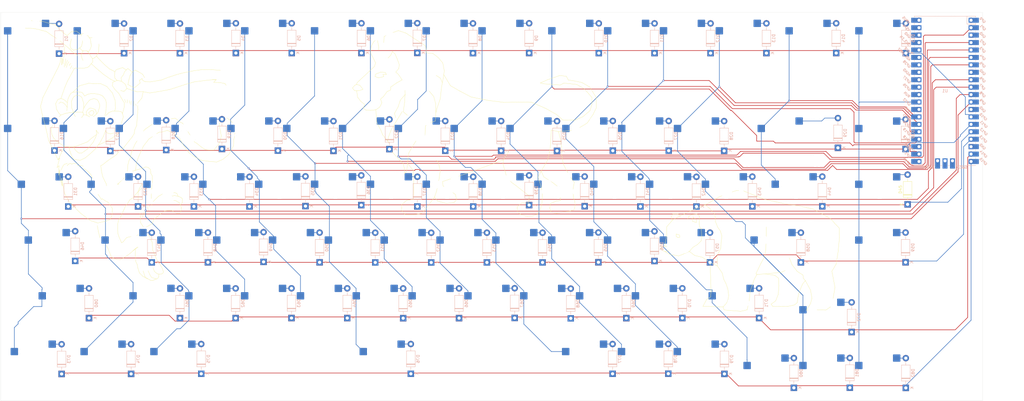
<source format=kicad_pcb>
(kicad_pcb (version 20240108) (generator "pcbnew") (generator_version "8.0")
  (layers (0 "F.Cu" signal) (31 "B.Cu" signal) (34 "B.Paste" user) (35 "F.Paste" user) (36 "B.SilkS" user "B.Silkscreen") (37 "F.SilkS" user "F.Silkscreen") (38 "B.Mask" user) (39 "F.Mask" user) (44 "Edge.Cuts" user))
  (net 0 "")
  (net 1 "COLUMN 1")
  (net 2 "ROW 1")
  (net 3 "COLUMN 2")
  (net 4 "COLUMN 3")
  (net 5 "COLUMN 4")
  (net 6 "COLUMN 5")
  (net 7 "COLUMN 6")
  (net 8 "COLUMN 7")
  (net 9 "COLUMN 8")
  (net 10 "COLUMN 9")
  (net 11 "COLUMN 10")
  (net 12 "COLUMN 11")
  (net 13 "COLUMN 12")
  (net 14 "COLUMN 13")
  (net 15 "COLUMN 14")
  (net 16 "COLUMN 0")
  (net 17 "ROW 2")
  (net 18 "ROW 3")
  (net 19 "ROW 4")
  (net 20 "ROW 5")
  (net 21 "ROW 0")
  (net 44 "Net-(D1-A)")
  (net 45 "Net-(D2-A)")
  (net 46 "Net-(D3-A)")
  (net 47 "Net-(D4-A)")
  (net 48 "Net-(D5-A)")
  (net 49 "Net-(D6-A)")
  (net 50 "Net-(D7-A)")
  (net 51 "Net-(D8-A)")
  (net 52 "Net-(D9-A)")
  (net 53 "Net-(D10-A)")
  (net 54 "Net-(D11-A)")
  (net 55 "Net-(D12-A)")
  (net 56 "Net-(D13-A)")
  (net 57 "Net-(D14-A)")
  (net 58 "Net-(D15-A)")
  (net 59 "Net-(D16-A)")
  (net 60 "Net-(D17-A)")
  (net 61 "Net-(D18-A)")
  (net 62 "Net-(D19-A)")
  (net 63 "Net-(D20-A)")
  (net 64 "Net-(D21-A)")
  (net 65 "Net-(D22-A)")
  (net 66 "Net-(D23-A)")
  (net 67 "Net-(D24-A)")
  (net 68 "Net-(D25-A)")
  (net 69 "Net-(D26-A)")
  (net 70 "Net-(D27-A)")
  (net 71 "Net-(D28-A)")
  (net 72 "Net-(D29-A)")
  (net 73 "Net-(D30-A)")
  (net 74 "Net-(D31-A)")
  (net 75 "Net-(D32-A)")
  (net 76 "Net-(D33-A)")
  (net 77 "Net-(D34-A)")
  (net 78 "Net-(D35-A)")
  (net 79 "Net-(D36-A)")
  (net 80 "Net-(D37-A)")
  (net 81 "Net-(D38-A)")
  (net 82 "Net-(D39-A)")
  (net 83 "Net-(D40-A)")
  (net 84 "Net-(D41-A)")
  (net 85 "Net-(D42-A)")
  (net 86 "Net-(D43-A)")
  (net 87 "Net-(D44-A)")
  (net 88 "Net-(D45-A)")
  (net 89 "Net-(D46-A)")
  (net 90 "Net-(D47-A)")
  (net 91 "Net-(D48-A)")
  (net 92 "Net-(D49-A)")
  (net 93 "Net-(D50-A)")
  (net 94 "Net-(D51-A)")
  (net 95 "Net-(D52-A)")
  (net 96 "Net-(D53-A)")
  (net 97 "Net-(D54-A)")
  (net 98 "Net-(D55-A)")
  (net 99 "Net-(D56-A)")
  (net 100 "Net-(D57-A)")
  (net 101 "Net-(D58-A)")
  (net 102 "Net-(D59-A)")
  (net 103 "Net-(D60-A)")
  (net 104 "Net-(D61-A)")
  (net 105 "Net-(D62-A)")
  (net 106 "Net-(D63-A)")
  (net 107 "Net-(D64-A)")
  (net 108 "Net-(D65-A)")
  (net 109 "Net-(D66-A)")
  (net 110 "Net-(D67-A)")
  (net 111 "Net-(D68-A)")
  (net 112 "Net-(D69-A)")
  (net 113 "Net-(D70-A)")
  (net 114 "Net-(D71-A)")
  (net 115 "Net-(D72-A)")
  (net 116 "Net-(D73-A)")
  (net 117 "Net-(D74-A)")
  (net 118 "Net-(D75-A)")
  (net 119 "Net-(D76-A)")
  (net 120 "Net-(D77-A)")
  (net 121 "Net-(D78-A)")
  (net 122 "Net-(D79-A)")
  (net 123 "Net-(D80-A)")
  (net 124 "Net-(D81-A)")
  (net 125 "Net-(D82-A)")
  (footprint "Diode_THT:D_DO-41_SOD81_P10.16mm_Horizontal" (layer "F.Cu") (at 309.34 68.7 90)
    (property "Reference" "D45")
    (property "Value" "D")
  )
  (footprint "Diode_THT:D_DO-41_SOD81_P10.16mm_Horizontal" (layer "B.Cu") (at 308.65 49.81 90)
    (property "Reference" "D30")
    (property "Value" "D")
  )
  (footprint "Diode_THT:D_DO-41_SOD81_P10.16mm_Horizontal" (layer "B.Cu") (at 113.43 50.42 90)
    (property "Reference" "D21")
    (property "Value" "D")
  )
  (footprint "hot swap:MX-Hotswap-1U" (layer "B.Cu") (at 42.58369 83.43 180)
    (property "Reference" "SW47")
    (property "Value" "SW_Push_45deg")
  )
  (footprint "hot swap:MX-Hotswap-1U" (layer "B.Cu") (at 114.08119 64.35 180)
    (property "Reference" "SW36")
    (property "Value" "SW_Push_45deg")
  )
  (footprint "hot swap:MX-Hotswap-1U" (layer "B.Cu") (at 161.71619 45.3 180)
    (property "Reference" "SW24")
    (property "Value" "SW_Push_45deg")
  )
  (footprint "Diode_THT:D_DO-41_SOD81_P10.16mm_Horizontal" (layer "B.Cu") (at 94.48 50.34 90)
    (property "Reference" "D20")
    (property "Value" "D")
  )
  (footprint "Diode_THT:D_DO-41_SOD81_P10.16mm_Horizontal" (layer "B.Cu") (at 142.06 69.42 90)
    (property "Reference" "D37")
    (property "Value" "D")
  )
  (footprint "Diode_THT:D_DO-41_SOD81_P10.16mm_Horizontal" (layer "B.Cu") (at 161.03 17.04 90)
    (property "Reference" "D8")
    (property "Value" "D")
  )
  (footprint "hot swap:MX-Hotswap-1.75U" (layer "B.Cu") (at 249.74994 102.48 180)
    (property "Reference" "SW71")
    (property "Value" "SW_Push_45deg")
  )
  (footprint "hot swap:MX-Hotswap-1U" (layer "B.Cu") (at 152.16619 11.94 180)
    (property "Reference" "SW8")
    (property "Value" "SW_Push_45deg")
  )
  (footprint "Diode_THT:D_DO-41_SOD81_P10.16mm_Horizontal" (layer "B.Cu") (at 242.1 17.04 90)
    (property "Reference" "D12")
    (property "Value" "D")
  )
  (footprint "hot swap:MX-Hotswap-1U" (layer "B.Cu") (at 299.81119 11.935 180)
    (property "Reference" "SW15")
    (property "Value" "SW_Push_45deg")
  )
  (footprint "hot swap:MX-Hotswap-1U" (layer "B.Cu") (at 214.03369 83.43 180)
    (property "Reference" "SW56")
    (property "Value" "SW_Push_45deg")
  )
  (footprint "hot swap:MX-Hotswap-1U" (layer "B.Cu") (at 71.20119 11.945 180)
    (property "Reference" "SW4")
    (property "Value" "SW_Push_45deg")
  )
  (footprint "Diode_THT:D_DO-41_SOD81_P10.16mm_Horizontal" (layer "B.Cu") (at 56.35119 50.12 90)
    (property "Reference" "D18")
    (property "Value" "D")
  )
  (footprint "hot swap:MX-Hotswap-1U" (layer "B.Cu") (at 218.86619 45.3 180)
    (property "Reference" "SW27")
    (property "Value" "SW_Push_45deg")
  )
  (footprint "Diode_THT:D_DO-41_SOD81_P10.16mm_Horizontal" (layer "B.Cu") (at 270.53 131.38 90)
    (property "Reference" "D80")
    (property "Value" "D")
  )
  (footprint "Diode_THT:D_DO-41_SOD81_P10.16mm_Horizontal" (layer "B.Cu") (at 290.23369 112.32 90)
    (property "Reference" "D72")
    (property "Value" "D")
  )
  (footprint "Diode_THT:D_DO-41_SOD81_P10.16mm_Horizontal" (layer "B.Cu") (at 99.19 17 90)
    (property "Reference" "D5")
    (property "Value" "D")
  )
  (footprint "Diode_THT:D_DO-41_SOD81_P10.16mm_Horizontal" (layer "B.Cu") (at 199.14119 69.34 90)
    (property "Reference" "D40")
    (property "Value" "D")
  )
  (footprint "Diode_THT:D_DO-41_SOD81_P10.16mm_Horizontal" (layer "B.Cu") (at 68.31 126.58 90)
    (property "Reference" "D75")
    (property "Value" "D")
  )
  (footprint "Diode_THT:D_DO-41_SOD81_P10.16mm_Horizontal" (layer "B.Cu") (at 51.44 88.53 90)
    (property "Reference" "D47")
    (property "Value" "D")
  )
  (footprint "Diode_THT:D_DO-41_SOD81_P10.16mm_Horizontal" (layer "B.Cu") (at 203.83 88.48 90)
    (property "Reference" "D55")
    (property "Value" "D")
  )
  (footprint "hot swap:MX-Hotswap-1.5U" (layer "B.Cu") (at 14.00869 64.38 180)
    (property "Reference" "SW31")
    (property "Value" "SW_Push_45deg")
  )
  (footprint "hot swap:MX-Hotswap-1U" (layer "B.Cu") (at 71.15619 102.48 180)
    (property "Reference" "SW62")
    (property "Value" "SW_Push_45deg")
  )
  (footprint "Diode_THT:D_DO-41_SOD81_P10.16mm_Horizontal" (layer "B.Cu") (at 103.88119 69.3 90)
    (property "Reference" "D35")
    (property "Value" "D")
  )
  (footprint "hot swap:MX-Hotswap-1U" (layer "B.Cu") (at 199.74369 121.53 180)
    (property "Reference" "SW77")
    (property "Value" "SW_Push_45deg")
  )
  (footprint "Diode_THT:D_DO-41_SOD81_P10.16mm_Horizontal" (layer "B.Cu") (at 146.78 88.56 90)
    (property "Reference" "D52")
    (property "Value" "D")
  )
  (footprint "hot swap:MX-Hotswap-1U" (layer "B.Cu") (at 133.11619 11.94 180)
    (property "Reference" "SW7")
    (property "Value" "SW_Push_45deg")
  )
  (footprint "Diode_THT:D_DO-41_SOD81_P10.16mm_Horizontal" (layer "B.Cu") (at 41.98 17.07 90)
    (property "Reference" "D2")
    (property "Value" "D")
  )
  (footprint "hot swap:MX-Hotswap-1U" (layer "B.Cu") (at 118.78369 83.43 180)
    (property "Reference" "SW51")
    (property "Value" "SW_Push_45deg")
  )
  (footprint "hot swap:MX-Hotswap-1.25U" (layer "B.Cu") (at 11.62744 121.53 180)
    (property "Reference" "SW73")
    (property "Value" "SW_Push_45deg")
  )
  (footprint "hot swap:MX-Hotswap-1U" (layer "B.Cu") (at 33.10119 11.945 180)
    (property "Reference" "SW2")
    (property "Value" "SW_Push_45deg")
  )
  (footprint "hot swap:MX-Hotswap-1U" (layer "B.Cu") (at 171.21619 11.94 180)
    (property "Reference" "SW9")
    (property "Value" "SW_Push_45deg")
  )
  (footprint "hot swap:MX-Hotswap-1U" (layer "B.Cu") (at 190.29119 64.35 180)
    (property "Reference" "SW40")
    (property "Value" "SW_Push_45deg")
  )
  (footprint "Diode_THT:D_DO-41_SOD81_P10.16mm_Horizontal" (layer "B.Cu") (at 246.73119 50.42 90)
    (property "Reference" "D28")
    (property "Value" "D")
  )
  (footprint "hot swap:MX-Hotswap-1U" (layer "B.Cu") (at 85.53619 45.29 180)
    (property "Reference" "SW20")
    (property "Value" "SW_Push_45deg")
  )
  (footprint "hot swap:MX-Hotswap-1U" (layer "B.Cu") (at 280.70869 126.29 180)
    (property "Reference" "SW81")
    (property "Value" "SW_Push_45deg")
  )
  (footprint "hot swap:MX-Hotswap-1U" (layer "B.Cu") (at 209.34119 64.35 180)
    (property "Reference" "SW41")
    (property "Value" "SW_Push_45deg")
  )
  (footprint "hot swap:MX-Hotswap-1U" (layer "B.Cu") (at 9.33619 45.29 180)
    (property "Reference" "SW16")
    (property "Value" "SW_Push_45deg")
  )
  (footprint "Diode_THT:D_DO-41_SOD81_P10.16mm_Horizontal" (layer "B.Cu") (at 208.67 126.58 90)
    (property "Reference" "D77")
    (property "Value" "D")
  )
  (footprint "hot swap:MX-Hotswap-1U" (layer "B.Cu") (at 223.55619 102.48 180)
    (property "Reference" "SW70")
    (property "Value" "SW_Push_45deg")
  )
  (footprint "hot swap:MX-Hotswap-1U" (layer "B.Cu") (at 180.76619 45.3 180)
    (property "Reference" "SW25")
    (property "Value" "SW_Push_45deg")
  )
  (footprint "hot swap:MX-Hotswap-1U" (layer "B.Cu") (at 261.65869 126.29 180)
    (property "Reference" "SW80")
    (property "Value" "SW_Push_45deg")
  )
  (footprint "hot swap:MX-Hotswap-1U" (layer "B.Cu") (at 299.76369 45.325 180)
    (property "Reference" "SW30")
    (property "Value" "SW_Push_45deg")
  )
  (footprint "Diode_THT:D_DO-41_SOD81_P10.16mm_Horizontal" (layer "B.Cu") (at 285.56 49.38 90)
    (property "Reference" "D29")
    (property "Value" "D")
  )
  (footprint "hot swap:MX-Hotswap-2U" (layer "B.Cu") (at 266.49119 45.3 180)
    (property "Reference" "SW29")
    (property "Value" "SW_Push_45deg")
  )
  (footprint "Diode_THT:D_DO-41_SOD81_P10.16mm_Horizontal" (layer "B.Cu") (at 184.77 88.54 90)
    (property "Reference" "D54")
    (property "Value" "D")
  )
  (footprint "hot swap:MX-Hotswap-1U" (layer "B.Cu") (at 233.13119 11.935 180)
    (property "Reference" "SW12")
    (property "Value" "SW_Push_45deg")
  )
  (footprint "hot swap:MX-Hotswap-1U" (layer "B.Cu") (at 99.73369 83.43 180)
    (property "Reference" "SW50")
    (property "Value" "SW_Push_45deg")
  )
  (footprint "Diode_THT:D_DO-41_SOD81_P10.16mm_Horizontal" (layer "B.Cu") (at 137.21 107.59 90)
    (property "Reference" "D65")
    (property "Value" "D")
  )
  (footprint "Diode_THT:D_DO-41_SOD81_P10.16mm_Horizontal" (layer "B.Cu") (at 25.30119 88.03 90)
    (property "Reference" "D46")
    (property "Value" "D")
  )
  (footprint "hot swap:MX-Hotswap-1U" (layer "B.Cu") (at 299.75869 126.29 180)
    (property "Reference" "SW82")
    (property "Value" "SW_Push_45deg")
  )
  (footprint "Diode_THT:D_DO-41_SOD81_P10.16mm_Horizontal" (layer "B.Cu") (at 227.68 126.55 90)
    (property "Reference" "D78")
    (property "Value" "D")
  )
  (footprint "Diode_THT:D_DO-41_SOD81_P10.16mm_Horizontal" (layer "B.Cu") (at 258.67 107.53 90)
    (property "Reference" "D71")
    (property "Value" "D")
  )
  (footprint "hot swap:MX-Hotswap-1U" (layer "B.Cu") (at 152.19119 64.35 180)
    (property "Reference" "SW38")
    (property "Value" "SW_Push_45deg")
  )
  (footprint "Diode_THT:D_DO-41_SOD81_P10.16mm_Horizontal" (layer "B.Cu") (at 122.92 68.96 90)
    (property "Reference" "D36")
    (property "Value" "D")
  )
  (footprint "Diode_THT:D_DO-41_SOD81_P10.16mm_Horizontal" (layer "B.Cu") (at 132.53119 49.84 90)
    (property "Reference" "D22")
    (property "Value" "D")
  )
  (footprint "hot swap:MX-Hotswap-1U" (layer "B.Cu") (at 228.39119 64.35 180)
    (property "Reference" "SW42")
    (property "Value" "SW_Push_45deg")
  )
  (footprint "Diode_THT:D_DO-41_SOD81_P10.16mm_Horizontal" (layer "B.Cu") (at 308.74 17.03 90)
    (property "Reference" "D15")
    (property "Value" "D")
  )
  (footprint "hot swap:MX-Hotswap-1U" (layer "B.Cu") (at 218.79369 121.53 180)
    (property "Reference" "SW78")
    (property "Value" "SW_Push_45deg")
  )
  (footprint "Diode_THT:D_DO-41_SOD81_P10.16mm_Horizontal" (layer "B.Cu") (at 222.99 17.03 90)
    (property "Reference" "D11")
    (property "Value" "D")
  )
  (footprint "hot swap:MX-Hotswap-1U" (layer "B.Cu") (at 37.82119 64.38 180)
    (property "Reference" "SW32")
    (property "Value" "SW_Push_45deg")
  )
  (footprint "hot swap:MX-Hotswap-1.5U" (layer "B.Cu") (at 271.25369 64.35 180)
    (property "Reference" "SW44")
    (property "Value" "SW_Push_45deg")
  )
  (footprint "hot swap:MX-Hotswap-1U" (layer "B.Cu") (at 47.42619 45.29 180)
    (property "Reference" "SW18")
    (property "Value" "SW_Push_45deg")
  )
  (footprint "Diode_THT:D_DO-41_SOD81_P10.16mm_Horizontal" (layer "B.Cu") (at 218.16119 69.43 90)
    (property "Reference" "D41")
    (property "Value" "D")
  )
  (footprint "Diode_THT:D_DO-41_SOD81_P10.16mm_Horizontal" (layer "B.Cu") (at 161.11 69.44 90)
    (property "Reference" "D38")
    (property "Value" "D")
  )
  (footprint "hot swap:MX-Hotswap-1U" (layer "B.Cu") (at 247.44119 64.35 180)
    (property "Reference" "SW43")
    (property "Value" "SW_Push_45deg")
  )
  (footprint "hot swap:MX-Hotswap-1U" (layer "B.Cu") (at 175.93369 83.43 180)
    (property "Reference" "SW54")
    (property "Value" "SW_Push_45deg")
  )
  (footprint "hot swap:MX-Hotswap-1U" (layer "B.Cu") (at 109.25619 102.48 180)
    (property "Reference" "SW64")
    (property "Value" "SW_Push_45deg")
  )
  (footprint "Diode_THT:D_DO-41_SOD81_P10.16mm_Horizontal" (layer "B.Cu") (at 75.38119 49.77 90)
    (property "Reference" "D19")
    (property "Value" "D")
  )
  (footprint "hot swap:MX-Hotswap-1U" (layer "B.Cu") (at 80.68369 83.43 180)
    (property "Reference" "SW49")
    (property "Value" "SW_Push_45deg")
  )
  (footprint "Diode_THT:D_DO-41_SOD81_P10.16mm_Horizontal" (layer "B.Cu") (at 213.36 107.57 90)
    (property "Reference" "D69")
    (property "Value" "D")
  )
  (footprint "hot swap:MX-Hotswap-1U" (layer "B.Cu") (at 237.84369 121.53 180)
    (property "Reference" "SW79")
    (property "Value" "SW_Push_45deg")
  )
  (footprint "hot swap:MX-Hotswap-1U" (layer "B.Cu") (at 133.14119 64.35 180)
    (property "Reference" "SW37")
    (property "Value" "SW_Push_45deg")
  )
  (footprint "hot swap:MX-Hotswap-1U" (layer "B.Cu") (at 90.20619 102.48 180)
    (property "Reference" "SW63")
    (property "Value" "SW_Push_45deg")
  )
  (footprint "Diode_THT:D_DO-41_SOD81_P10.16mm_Horizontal" (layer "B.Cu") (at 122.98 16.99 90)
    (property "Reference" "D6")
    (property "Value" "D")
  )
  (footprint "Diode_THT:D_DO-41_SOD81_P10.16mm_Horizontal" (layer "B.Cu") (at 99.11 107.54 90)
    (property "Reference" "D63")
    (property "Value" "D")
  )
  (footprint "Diode_THT:D_DO-41_SOD81_P10.16mm_Horizontal" (layer "B.Cu") (at 20.67 126.64 90)
    (property "Reference" "D73")
    (property "Value" "D")
  )
  (footprint "Diode_THT:D_DO-41_SOD81_P10.16mm_Horizontal" (layer "B.Cu") (at 139.83 126.58 90)
    (property "Reference" "D76")
    (property "Value" "D")
  )
  (footprint "hot swap:MX-Hotswap-1U" (layer "B.Cu") (at 114.06619 11.94 180)
    (property "Reference" "SW6")
    (property "Value" "SW_Push_45deg")
  )
  (footprint "Diode_THT:D_DO-41_SOD81_P10.16mm_Horizontal" (layer "B.Cu") (at 37.29 50.45 90)
    (property "Reference" "D17")
    (property "Value" "D")
  )
  (footprint "hot swap:MX-Hotswap-1U" (layer "B.Cu") (at 75.94119 64.37 180)
    (property "Reference" "SW34")
    (property "Value" "SW_Push_45deg")
  )
  (footprint "Diode_THT:D_DO-41_SOD81_P10.16mm_Horizontal" (layer "B.Cu") (at 246.83 126.62 90)
    (property "Reference" "D79")
    (property "Value" "D")
  )
  (footprint "Diode_THT:D_DO-41_SOD81_P10.16mm_Horizontal" (layer "B.Cu") (at 203.97 17.03 90)
    (property "Reference" "D10")
    (property "Value" "D")
  )
  (footprint "Diode_THT:D_DO-41_SOD81_P10.16mm_Horizontal" (layer "B.Cu") (at 46.76 69.4 90)
    (property "Reference" "D32")
    (property "Value" "D")
  )
  (footprint "hot swap:MX-Hotswap-1U" (layer "B.Cu") (at 233.08369 83.43 180)
    (property "Reference" "SW57")
    (property "Value" "SW_Push_45deg")
  )
  (footprint "Diode_THT:D_DO-41_SOD81_P10.16mm_Horizontal" (layer "B.Cu") (at 18.25 50.3 90)
    (property "Reference" "D16")
    (property "Value" "D")
  )
  (footprint "hot swap:MX-Hotswap-1.25U" (layer "B.Cu") (at 59.25244 121.53 180)
    (property "Reference" "SW75")
    (property "Value" "SW_Push_45deg")
  )
  (footprint "Diode_THT:D_DO-41_SOD81_P10.16mm_Horizontal" (layer "B.Cu") (at 170.64 50.39 90)
    (property "Reference" "D24")
    (property "Value" "D")
  )
  (footprint "hot swap:MX-Hotswap-1U" (layer "B.Cu") (at 199.81619 45.3 180)
    (property "Reference" "SW26")
    (property "Value" "SW_Push_45deg")
  )
  (footprint "Diode_THT:D_DO-41_SOD81_P10.16mm_Horizontal" (layer "B.Cu") (at 70.6 88.5 90)
    (property "Reference" "D48")
    (property "Value" "D")
  )
  (footprint "hot swap:MX-Hotswap-1U" (layer "B.Cu") (at 66.48619 45.29 180)
    (property "Reference" "SW19")
    (property "Value" "SW_Push_45deg")
  )
  (footprint "hot swap:MX-Hotswap-1U" (layer "B.Cu") (at 214.08119 11.935 180)
    (property "Reference" "SW11")
    (property "Value" "SW_Push_45deg")
  )
  (footprint "hot swap:MX-Hotswap-1U" (layer "B.Cu") (at 299.76369 64.375 180)
    (property "Reference" "SW45")
    (property "Value" "SW_Push_45deg")
  )
  (footprint "hot swap:MX-Hotswap-1U" (layer "B.Cu") (at 237.91619 45.3 180)
    (property "Reference" "SW28")
    (property "Value" "SW_Push_45deg")
  )
  (footprint "Diode_THT:D_DO-41_SOD81_P10.16mm_Horizontal" (layer "B.Cu") (at 208.75 50.36 90)
    (property "Reference" "D26")
    (property "Value" "D")
  )
  (footprint "hot swap:MX-Hotswap-2.25U" (layer "B.Cu") (at 21.15244 102.48 180)
    (property "Reference" "SW60")
    (property "Value" "SW_Push_45deg")
  )
  (footprint "Diode_THT:D_DO-41_SOD81_P10.16mm_Horizontal" (layer "B.Cu") (at 308.64 88.49 90)
    (property "Reference" "D59")
    (property "Value" "D")
  )
  (footprint "hot swap:MX-Hotswap-1U" (layer "B.Cu") (at 104.58619 45.29 180)
    (property "Reference" "SW21")
    (property "Value" "SW_Push_45deg")
  )
  (footprint "hot swap:MX-Hotswap-1U" (layer "B.Cu") (at 95.01119 64.36 180)
    (property "Reference" "SW35")
    (property "Value" "SW_Push_45deg")
  )
  (footprint "Diode_THT:D_DO-41_SOD81_P10.16mm_Horizontal" (layer "B.Cu") (at 180.2 17 90)
    (property "Reference" "D9")
    (property "Value" "D")
  )
  (footprint "hot swap:MX-Hotswap-1U" (layer "B.Cu") (at 147.35619 102.48 180)
    (property "Reference" "SW66")
    (property "Value" "SW_Push_45deg")
  )
  (footprint "Diode_THT:D_DO-41_SOD81_P10.16mm_Horizontal" (layer "B.Cu") (at 289.62 131.34 90)
    (property "Reference" "D81")
    (property "Value" "D")
  )
  (footprint "Diode_THT:D_DO-41_SOD81_P10.16mm_Horizontal" (layer "B.Cu") (at 142.04 16.95 90)
    (property "Reference" "D7")
    (property "Value" "D")
  )
  (footprint "Diode_THT:D_DO-41_SOD81_P10.16mm_Horizontal" (layer "B.Cu") (at 65.82 69.43 90)
    (property "Reference" "D33")
    (property "Value" "D")
  )
  (footprint "Diode_THT:D_DO-41_SOD81_P10.16mm_Horizontal" (layer "B.Cu") (at 256.36 69.39 90)
    (property "Reference" "D43")
    (property "Value" "D")
  )
  (footprint "hot swap:MX-Hotswap-1U" (layer "B.Cu") (at 56.87119 64.38 180)
    (property "Reference" "SW33")
    (property "Value" "SW_Push_45deg")
  )
  (footprint "Diode_THT:D_DO-41_SOD81_P10.16mm_Horizontal" (layer "B.Cu") (at 61.05 17.07 90)
    (property "Reference" "D3")
    (property "Value" "D")
  )
  (footprint "hot swap:MX-Hotswap-1U" (layer "B.Cu") (at 166.40619 102.48 180)
    (property "Reference" "SW67")
    (property "Value" "SW_Push_45deg")
  )
  (footprint "hot swap:MX-Hotswap-1U" (layer "B.Cu") (at 194.98369 83.43 180)
    (property "Reference" "SW55")
    (property "Value" "SW_Push_45deg")
  )
  (footprint "Diode_THT:D_DO-41_SOD81_P10.16mm_Horizontal" (layer "B.Cu") (at 241.91119 88.52 90)
    (property "Reference" "D57")
    (property "Value" "D")
  )
  (footprint "Diode_THT:D_DO-41_SOD81_P10.16mm_Horizontal" (layer "B.Cu") (at 175.26 107.51 90)
    (property "Reference" "D67")
    (property "Value" "D")
  )
  (footprint "hot swap:MX-Hotswap-2.25U" (layer "B.Cu") (at 264.03994 83.43 180)
    (property "Reference" "SW58")
    (property "Value" "SW_Push_45deg")
  )
  (footprint "Diode_THT:D_DO-41_SOD81_P10.16mm_Horizontal" (layer "B.Cu") (at 227.82 50.36 90)
    (property "Reference" "D27")
    (property "Value" "D")
  )
  (footprint "Diode_THT:D_DO-41_SOD81_P10.16mm_Horizontal" (layer "B.Cu") (at 308.72 131.4 90)
    (property "Reference" "D82")
    (property "Value" "D")
  )
  (footprint "Diode_THT:D_DO-41_SOD81_P10.16mm_Horizontal" (layer "B.Cu") (at 108.7 88.5 90)
    (property "Reference" "D50")
    (property "Value" "D")
  )
  (footprint "hot swap:MX-Hotswap-1U" (layer "B.Cu") (at 195.03119 11.935 180)
    (property "Reference" "SW10")
    (property "Value" "SW_Push_45deg")
  )
  (footprint "Diode_THT:D_DO-41_SOD81_P10.16mm_Horizontal" (layer "B.Cu") (at 44.38 126.62 90)
    (property "Reference" "D74")
    (property "Value" "D")
  )
  (footprint "Diode_THT:D_DO-41_SOD81_P10.16mm_Horizontal" (layer "B.Cu") (at 232.47 107.54 90)
    (property "Reference" "D70")
    (property "Value" "D")
  )
  (footprint "hot swap:MX-Hotswap-1U" (layer "B.Cu") (at 123.62619 45.3 180)
    (property "Reference" "SW22")
    (property "Value" "SW_Push_45deg")
  )
  (footprint "hot swap:MX-Hotswap-1U" (layer "B.Cu") (at 252.18119 11.935 180)
    (property "Reference" "SW13")
    (property "Value" "SW_Push_45deg")
  )
  (footprint "hot swap:MX-Hotswap-6.25U" (layer "B.Cu") (at 130.68744 121.53 180)
    (property "Reference" "SW76")
    (property "Value" "SW_Push_45deg")
  )
  (footprint "Diode_THT:D_DO-41_SOD81_P10.16mm_Horizontal" (layer "B.Cu") (at 61.05 107.57 90)
    (property "Reference" "D61")
    (property "Value" "D")
  )
  (footprint "hot swap:MX-Hotswap-1U" (layer "B.Cu") (at 156.88369 83.43 180)
    (property "Reference" "SW53")
    (property "Value" "SW_Push_45deg")
  )
  (footprint "hot swap:MX-Hotswap-1U" (layer "B.Cu") (at 52.15119 11.945 180)
    (property "Reference" "SW3")
    (property "Value" "SW_Push_45deg")
  )
  (footprint "Diode_THT:D_DO-41_SOD81_P10.16mm_Horizontal" (layer "B.Cu") (at 261.16 17.02 90)
    (property "Reference" "D13")
    (property "Value" "D")
  )
  (footprint "Diode_THT:D_DO-41_SOD81_P10.16mm_Horizontal" (layer "B.Cu") (at 237.28 69.45 90)
    (property "Reference" "D42")
    (property "Value" "D")
  )
  (footprint "Diode_THT:D_DO-41_SOD81_P10.16mm_Horizontal" (layer "B.Cu") (at 22.94 69.42 90)
    (property "Reference" "D31")
    (property "Value" "D")
  )
  (footprint "hot swap:MX-Hotswap-1U" (layer "B.Cu") (at 299.76369 83.425 180)
    (property "Reference" "SW59")
    (property "Value" "SW_Push_45deg")
  )
  (footprint "Diode_THT:D_DO-41_SOD81_P10.16mm_Horizontal" (layer "B.Cu") (at 80.05 107.57 90)
    (property "Reference" "D62")
    (property "Value" "D")
  )
  (footprint "Diode_THT:D_DO-41_SOD81_P10.16mm_Horizontal" (layer "B.Cu") (at 156.28 107.57 90)
    (property "Reference" "D66")
    (property "Value" "D")
  )
  (footprint "hot swap:MX-Hotswap-1.25U" (layer "B.Cu") (at 35.43994 121.53 180)
    (property "Reference" "SW74")
    (property "Value" "SW_Push_45deg")
  )
  (footprint "hot swap:MX-Hotswap-1U" (layer "B.Cu") (at 275.99619 11.94 180)
    (property "Reference" "SW14")
    (property "Value" "SW_Push_45deg")
  )
  (footprint "Diode_THT:D_DO-41_SOD81_P10.16mm_Horizontal" (layer "B.Cu") (at 222.97119 88.06 90)
    (property "Reference" "D56")
    (property "Value" "D")
  )
  (footprint "Diode_THT:D_DO-41_SOD81_P10.16mm_Horizontal" (layer "B.Cu") (at 272.92 88.52 90)
    (property "Reference" "D58")
    (property "Value" "D")
  )
  (footprint "Diode_THT:D_DO-41_SOD81_P10.16mm_Horizontal" (layer "B.Cu") (at 280.23 69.37 90)
    (property "Reference" "D44")
    (property "Value" "D")
  )
  (footprint "Diode_THT:D_DO-41_SOD81_P10.16mm_Horizontal" (layer "B.Cu") (at 189.71 50.43 90)
    (property "Reference" "D25")
    (property "Value" "D")
  )
  (footprint "hot swap:MX-Hotswap-1.75U" (layer "B.Cu") (at 16.38994 83.43 180)
    (property "Reference" "SW46")
    (property "Value" "SW_Push_45deg")
  )
  (footprint "Diode_THT:D_DO-41_SOD81_P10.16mm_Horizontal" (layer "B.Cu") (at 284.97 17 90)
    (property "Reference" "D14")
    (property "Value" "D")
  )
  (footprint "hot swap:MX-Hotswap-1U" (layer "B.Cu") (at 90.25119 11.945 180)
    (property "Reference" "SW5")
    (property "Value" "SW_Push_45deg")
  )
  (footprint "hot swap:MX-Hotswap-1U" (layer "B.Cu") (at 142.66619 45.3 180)
    (property "Reference" "SW23")
    (property "Value" "SW_Push_45deg")
  )
  (footprint "hot swap:MX-Hotswap-1U" (layer "B.Cu") (at 128.30619 102.48 180)
    (property "Reference" "SW65")
    (property "Value" "SW_Push_45deg")
  )
  (footprint "hot swap:MX-Hotswap-1U" (layer "B.Cu") (at 204.50619 102.48 180)
    (property "Reference" "SW69")
    (property "Value" "SW_Push_45deg")
  )
  (footprint "Diode_THT:D_DO-41_SOD81_P10.16mm_Horizontal" (layer "B.Cu") (at 84.79 69.44 90)
    (property "Reference" "D34")
    (property "Value" "D")
  )
  (footprint "hot swap:MX-Hotswap-1U" (layer "B.Cu") (at 280.70869 107.24 180)
    (property "Reference" "SW72")
    (property "Value" "SW_Push_45deg")
  )
  (footprint "Diode_THT:D_DO-41_SOD81_P10.16mm_Horizontal" (layer "B.Cu") (at 89.58 88.35 90)
    (property "Reference" "D49")
    (property "Value" "D")
  )
  (footprint "Diode_THT:D_DO-41_SOD81_P10.16mm_Horizontal" (layer "B.Cu") (at 19.80619 17.2 90)
    (property "Reference" "D1")
    (property "Value" "D")
  )
  (footprint "Diode_THT:D_DO-41_SOD81_P10.16mm_Horizontal" (layer "B.Cu") (at 118.13 107.55 90)
    (property "Reference" "D64")
    (property "Value" "D")
  )
  (footprint "hot swap:MX-Hotswap-1U" (layer "B.Cu") (at 185.45619 102.48 180)
    (property "Reference" "SW68")
    (property "Value" "SW_Push_45deg")
  )
  (footprint "hot swap:MX-Hotswap-1U" (layer "B.Cu") (at 137.83369 83.43 180)
    (property "Reference" "SW52")
    (property "Value" "SW_Push_45deg")
  )
  (footprint "hot swap:MX-Hotswap-1U" (layer "B.Cu") (at 9.34119 11.955 180)
    (property "Reference" "SW1")
    (property "Value" "SW_Push_45deg")
  )
  (footprint "Diode_THT:D_DO-41_SOD81_P10.16mm_Horizontal" (layer "B.Cu") (at 194.4 107.65 90)
    (property "Reference" "D68")
    (property "Value" "D")
  )
  (footprint "hot swap:MX-Hotswap-1U" (layer "B.Cu") (at 61.63369 83.43 180)
    (property "Reference" "SW48")
    (property "Value" "SW_Push_45deg")
  )
  (footprint "hot swap:MX-Hotswap-1U" (layer "B.Cu") (at 171.24119 64.35 180)
    (property "Reference" "SW39")
    (property "Value" "SW_Push_45deg")
  )
  (footprint "hot swap:MX-Hotswap-1U" (layer "B.Cu") (at 28.37619 45.29 180)
    (property "Reference" "SW17")
    (property "Value" "SW_Push_45deg")
  )
  (footprint "MCU_RaspberryPi_and_Boards:RPi_Pico_SMD_TH" (layer "B.Cu") (at 322.10119 29.93 180)
    (property "Reference" "U1")
    (property "Value" "Pico")
  )
  (footprint "Diode_THT:D_DO-41_SOD81_P10.16mm_Horizontal" (layer "B.Cu") (at 80.13 17 90)
    (property "Reference" "D4")
    (property "Value" "D")
  )
  (footprint "Diode_THT:D_DO-41_SOD81_P10.16mm_Horizontal" (layer "B.Cu") (at 165.79 88.54 90)
    (property "Reference" "D53")
    (property "Value" "D")
  )
  (footprint "Diode_THT:D_DO-41_SOD81_P10.16mm_Horizontal" (layer "B.Cu") (at 151.58 50.38 90)
    (property "Reference" "D23")
    (property "Value" "D")
  )
  (footprint "Diode_THT:D_DO-41_SOD81_P10.16mm_Horizontal" (layer "B.Cu") (at 127.69 88.55 90)
    (property "Reference" "D51")
    (property "Value" "D")
  )
  (footprint "Diode_THT:D_DO-41_SOD81_P10.16mm_Horizontal" (layer "B.Cu") (at 180.19 68.96 90)
    (property "Reference" "D39")
    (property "Value" "D")
  )
  (footprint "hot swap:MX-Hotswap-1U" (layer "B.Cu") (at 52.12619 102.46 180)
    (property "Reference" "SW61")
    (property "Value" "SW_Push_45deg")
  )
  (footprint "Diode_THT:D_DO-41_SOD81_P10.16mm_Horizontal" (layer "B.Cu") (at 30.02 107.56 90)
    (property "Reference" "D60")
    (property "Value" "D")
  )
  (gr_line (start 198.53 38.75) (end 200.96 36.68) (stroke (width 0.1)) (layer "F.SilkS"))
  (gr_line (start 55.06 43.92) (end 56.81 43.41) (stroke (width 0.1)) (layer "F.SilkS"))
  (gr_line (start 28.83 56.84) (end 27.96 56.31) (stroke (width 0.1)) (layer "F.SilkS"))
  (gr_line (start 276.2 97.98) (end 274.45 94.76) (stroke (width 0.1)) (layer "F.SilkS"))
  (gr_line (start 35.81 36.59) (end 35.71 37.54) (stroke (width 0.1)) (layer "F.SilkS"))
  (gr_line (start 24.94 31.8) (end 25.84 31.39) (stroke (width 0.1)) (layer "F.SilkS"))
  (gr_line (start 194.72 43.4) (end 190.22 43.86) (stroke (width 0.1)) (layer "F.SilkS"))
  (gr_line (start 180.05 68.28) (end 180.19 65.82) (stroke (width 0.1)) (layer "F.SilkS"))
  (gr_line (start 50.96 80.03) (end 50.18 78.87) (stroke (width 0.1)) (layer "F.SilkS"))
  (gr_line (start 200.86 28.6) (end 203.12 32.25) (stroke (width 0.1)) (layer "F.SilkS"))
  (gr_line (start 21.23 49.76) (end 19.46 53.49) (stroke (width 0.1)) (layer "F.SilkS"))
  (gr_line (start 263.35 103.6) (end 262.77 102.79) (stroke (width 0.1)) (layer "F.SilkS"))
  (gr_line (start 24.13 35.78) (end 24.02 33.56) (stroke (width 0.1)) (layer "F.SilkS"))
  (gr_line (start 40.74 87.58) (end 42.6 86.49) (stroke (width 0.1)) (layer "F.SilkS"))
  (gr_line (start 238.96 77.05) (end 238.38369 76.43) (stroke (width 0.1)) (layer "F.SilkS"))
  (gr_line (start 53.88 92.54) (end 54.64 92.53) (stroke (width 0.1)) (layer "F.SilkS"))
  (gr_line (start 30.24 33.03) (end 31.67 32.54) (stroke (width 0.1)) (layer "F.SilkS"))
  (gr_line (start 34.75 59.37) (end 35.49 60.9) (stroke (width 0.1)) (layer "F.SilkS"))
  (gr_line (start 144.91 14.68) (end 145.16619 16.94) (stroke (width 0.1)) (layer "F.SilkS"))
  (gr_line (start 14.13 9.34) (end 15.41 9.61) (stroke (width 0.1)) (layer "F.SilkS"))
  (gr_line (start 68.29 22.7) (end 65.62 23.09) (stroke (width 0.1)) (layer "F.SilkS"))
  (gr_line (start 37.69 86.74) (end 39.41 87.55) (stroke (width 0.1)) (layer "F.SilkS"))
  (gr_line (start 226.13 82.99) (end 227.24 83.07) (stroke (width 0.1)) (layer "F.SilkS"))
  (gr_line (start 42.74 22.775) (end 41.46 21.97) (stroke (width 0.1)) (layer "F.SilkS"))
  (gr_line (start 79.31 48.72) (end 79.41 46.72) (stroke (width 0.1)) (layer "F.SilkS"))
  (gr_line (start 187.43 68.46) (end 189.36 67.59) (stroke (width 0.1)) (layer "F.SilkS"))
  (gr_line (start 137.27 37.07) (end 138.66619 38.3) (stroke (width 0.1)) (layer "F.SilkS"))
  (gr_line (start 282.88 103.81) (end 281.45 104.81) (stroke (width 0.1)) (layer "F.SilkS"))
  (gr_line (start 236.67 86.15) (end 234.86 84.79) (stroke (width 0.1)) (layer "F.SilkS"))
  (gr_line (start 171.41 53.5) (end 173.31 50.43) (stroke (width 0.1)) (layer "F.SilkS"))
  (gr_line (start 195.36 66.64) (end 195.76 67.59) (stroke (width 0.1)) (layer "F.SilkS"))
  (gr_line (start 127.82 24.19) (end 129.63 23.5) (stroke (width 0.1)) (layer "F.SilkS"))
  (gr_line (start 21.34 32.85) (end 20.42 32.52) (stroke (width 0.1)) (layer "F.SilkS"))
  (gr_line (start 171.51 33.86) (end 177.28 33.76) (stroke (width 0.1)) (layer "F.SilkS"))
  (gr_line (start 27.81 13.21) (end 27.44 14.76) (stroke (width 0.1)) (layer "F.SilkS"))
  (gr_line (start 23.78 68.46) (end 27.13 71.72) (stroke (width 0.1)) (layer "F.SilkS"))
  (gr_line (start 25.69 17.48) (end 26.10119 17.945) (stroke (width 0.1)) (layer "F.SilkS"))
  (gr_line (start 123.5 29.4) (end 122.03 29.89) (stroke (width 0.1)) (layer "F.SilkS"))
  (gr_line (start 46.43 89.19) (end 46.74 90.63) (stroke (width 0.1)) (layer "F.SilkS"))
  (gr_line (start 198.21 27.08) (end 200.86 28.6) (stroke (width 0.1)) (layer "F.SilkS"))
  (gr_line (start 190.81 46.25) (end 191.23 48.9) (stroke (width 0.1)) (layer "F.SilkS"))
  (gr_line (start 20.91 62.44) (end 20.65 59.81) (stroke (width 0.1)) (layer "F.SilkS"))
  (gr_line (start 27.31 17.66) (end 27.62 18.78) (stroke (width 0.1)) (layer "F.SilkS"))
  (gr_line (start 132.89 29.64) (end 133 28.59) (stroke (width 0.1)) (layer "F.SilkS"))
  (gr_line (start 30.28 51.53) (end 28.72 52.81) (stroke (width 0.1)) (layer "F.SilkS"))
  (gr_line (start 44.22 85.3) (end 45.87 83.79) (stroke (width 0.1)) (layer "F.SilkS"))
  (gr_line (start 191.23 48.9) (end 191.31 51.78) (stroke (width 0.1)) (layer "F.SilkS"))
  (gr_line (start 265.42 96.51) (end 265.29 93.94) (stroke (width 0.1)) (layer "F.SilkS"))
  (gr_line (start 43.29 27.76) (end 43.64 26.11) (stroke (width 0.1)) (layer "F.SilkS"))
  (gr_line (start 29.08 37.11) (end 29.61 36.32) (stroke (width 0.1)) (layer "F.SilkS"))
  (gr_line (start 42.52 48.47) (end 41.64 49.59) (stroke (width 0.1)) (layer "F.SilkS"))
  (gr_line (start 69.21 49.71) (end 68.23 49.03) (stroke (width 0.1)) (layer "F.SilkS"))
  (gr_line (start 28.1 38.1) (end 27.69 38.87) (stroke (width 0.1)) (layer "F.SilkS"))
  (gr_line (start 39.6 26.36) (end 41.11 26.64) (stroke (width 0.1)) (layer "F.SilkS"))
  (gr_line (start 49.31 42.91) (end 48.6 43.62) (stroke (width 0.1)) (layer "F.SilkS"))
  (gr_line (start 23.52 14.33) (end 23.79 13.17) (stroke (width 0.1)) (layer "F.SilkS"))
  (gr_line (start 22.04 18.95) (end 22 19.84) (stroke (width 0.1)) (layer "F.SilkS"))
  (gr_line (start 51.66 59.94) (end 51.63 60.86) (stroke (width 0.1)) (layer "F.SilkS"))
  (gr_line (start 50.98 26.85) (end 49.15 26.81) (stroke (width 0.1)) (layer "F.SilkS"))
  (gr_line (start 172.34 58.64) (end 171.24119 54.825) (stroke (width 0.1)) (layer "F.SilkS"))
  (gr_line (start 74.9 43.92) (end 75.17 45.39) (stroke (width 0.1)) (layer "F.SilkS"))
  (gr_line (start 20.09 12.82) (end 22.02 14.44) (stroke (width 0.1)) (layer "F.SilkS"))
  (gr_line (start 196.46 27.76) (end 194.27 27.5) (stroke (width 0.1)) (layer "F.SilkS"))
  (gr_line (start 122.03 29.89) (end 120.66 29.89) (stroke (width 0.1)) (layer "F.SilkS"))
  (gr_line (start 192.91 24.95) (end 193.55 26.21) (stroke (width 0.1)) (layer "F.SilkS"))
  (gr_line (start 29.49 47.35) (end 28.09 47.88) (stroke (width 0.1)) (layer "F.SilkS"))
  (gr_line (start 39.89 78.72) (end 40.21 79.68) (stroke (width 0.1)) (layer "F.SilkS"))
  (gr_line (start 177.28 33.76) (end 181.07 33.83) (stroke (width 0.1)) (layer "F.SilkS"))
  (gr_line (start 57.51 29.48) (end 62.78 27.76) (stroke (width 0.1)) (layer "F.SilkS"))
  (gr_line (start 244.96 66.2) (end 247.58 65.01) (stroke (width 0.1)) (layer "F.SilkS"))
  (gr_line (start 265.21 99.42) (end 265.42 96.51) (stroke (width 0.1)) (layer "F.SilkS"))
  (gr_line (start 39.93 44.34) (end 37.93 46.06) (stroke (width 0.1)) (layer "F.SilkS"))
  (gr_line (start 186.51 26.11) (end 189 25.27) (stroke (width 0.1)) (layer "F.SilkS"))
  (gr_line (start 129.49 32.72) (end 130.51 31.85) (stroke (width 0.1)) (layer "F.SilkS"))
  (gr_line (start 190.77 27.92) (end 185.09 27.5) (stroke (width 0.1)) (layer "F.SilkS"))
  (gr_line (start 22.02 14.44) (end 23.36 15.56) (stroke (width 0.1)) (layer "F.SilkS"))
  (gr_line (start 20.38 38.18) (end 19.85 38.79) (stroke (width 0.1)) (layer "F.SilkS"))
  (gr_line (start 23.36 15.56) (end 24.65 16.88) (stroke (width 0.1)) (layer "F.SilkS"))
  (gr_line (start 52.92 66.73) (end 51.9 67.78) (stroke (width 0.1)) (layer "F.SilkS"))
  (gr_line (start 65.53 52.16) (end 68.39 53.67) (stroke (width 0.1)) (layer "F.SilkS"))
  (gr_line (start 191.91 55.07) (end 191.31 51.78) (stroke (width 0.1)) (layer "F.SilkS"))
  (gr_line (start 70.91 54) (end 73.61 54.22) (stroke (width 0.1)) (layer "F.SilkS"))
  (gr_line (start 34.07 27.49) (end 36.12 28.45) (stroke (width 0.1)) (layer "F.SilkS"))
  (gr_line (start 143.33 71.82) (end 140.83 72.27) (stroke (width 0.1)) (layer "F.SilkS"))
  (gr_line (start 46.69 23.3) (end 48.31 24.25) (stroke (width 0.1)) (layer "F.SilkS"))
  (gr_line (start 21.3 19.71) (end 21.25 20.67) (stroke (width 0.1)) (layer "F.SilkS"))
  (gr_line (start 20.38 38.18) (end 21.98 37.63) (stroke (width 0.1)) (layer "F.SilkS"))
  (gr_line (start 29.67 11.12) (end 28.22 10.27) (stroke (width 0.1)) (layer "F.SilkS"))
  (gr_line (start 147.91 66.18) (end 145.19 69.93) (stroke (width 0.1)) (layer "F.SilkS"))
  (gr_line (start 18.70869 7.5075) (end 21.16 10.02) (stroke (width 0.1)) (layer "F.SilkS"))
  (gr_line (start 273.82 94.05) (end 274.45 94.76) (stroke (width 0.1)) (layer "F.SilkS"))
  (gr_line (start 188.4 61.38) (end 185.2 59.33) (stroke (width 0.1)) (layer "F.SilkS"))
  (gr_line (start 243.75 74.53) (end 244.54 76.52) (stroke (width 0.1)) (layer "F.SilkS"))
  (gr_line (start 32.12 38.27) (end 30.95 39.14) (stroke (width 0.1)) (layer "F.SilkS"))
  (gr_line (start 29.57 49.73) (end 31.47 47.45) (stroke (width 0.1)) (layer "F.SilkS"))
  (gr_line (start 42.97 29.13) (end 41.95 30.11) (stroke (width 0.1)) (layer "F.SilkS"))
  (gr_line (start 194.27 27.5) (end 192.03 27.27) (stroke (width 0.1)) (layer "F.SilkS"))
  (gr_line (start 50.94 80.52) (end 50.96 80.03) (stroke (width 0.1)) (layer "F.SilkS"))
  (gr_line (start 127.81 20.39) (end 127.39 21.62) (stroke (width 0.1)) (layer "F.SilkS"))
  (gr_line (start 22.41 66.32) (end 23.78 68.46) (stroke (width 0.1)) (layer "F.SilkS"))
  (gr_line (start 47.23 92.14) (end 48.43 93.3) (stroke (width 0.1)) (layer "F.SilkS"))
  (gr_line (start 129.95 34.02) (end 129.49 32.72) (stroke (width 0.1)) (layer "F.SilkS"))
  (gr_line (start 50.52 46.31) (end 53.81 44.1) (stroke (width 0.1)) (layer "F.SilkS"))
  (gr_line (start 26.63 51.23) (end 27.6 51.13) (stroke (width 0.1)) (layer "F.SilkS"))
  (gr_line (start 27.84 37.29) (end 28.11 37.57) (stroke (width 0.1)) (layer "F.SilkS"))
  (gr_line (start 49.38 55.92) (end 50.25 56.11) (stroke (width 0.1)) (layer "F.SilkS"))
  (gr_line (start 250.89 64.01) (end 253.14 64.03) (stroke (width 0.1)) (layer "F.SilkS"))
  (gr_line (start 227.13 84.77) (end 226.45 84.82) (stroke (width 0.1)) (layer "F.SilkS"))
  (gr_line (start 21.16 10.02) (end 22.55 11.07) (stroke (width 0.1)) (layer "F.SilkS"))
  (gr_line (start 51.33 68.54) (end 51.47 69.18) (stroke (width 0.1)) (layer "F.SilkS"))
  (gr_line (start 34.79 31.79) (end 35.7 33.02) (stroke (width 0.1)) (layer "F.SilkS"))
  (gr_line (start 42.09 35.31) (end 41.415 37.73) (stroke (width 0.1)) (layer "F.SilkS"))
  (gr_line (start 255.24 101.89) (end 254.56 104.74) (stroke (width 0.1)) (layer "F.SilkS"))
  (gr_line (start 44.76 23.48) (end 45.75 22.88) (stroke (width 0.1)) (layer "F.SilkS"))
  (gr_line (start 259.29 88.84) (end 260.61 86.43) (stroke (width 0.1)) (layer "F.SilkS"))
  (gr_line (start 43.12119 57.38) (end 43.3 55.09) (stroke (width 0.1)) (layer "F.SilkS"))
  (gr_line (start 68.23 49.03) (end 67.08 48.06) (stroke (width 0.1)) (layer "F.SilkS"))
  (gr_line (start 30.01 21.56) (end 29.54 21.91) (stroke (width 0.1)) (layer "F.SilkS"))
  (gr_line (start 286.01 76.8) (end 286.08 80.03) (stroke (width 0.1)) (layer "F.SilkS"))
  (gr_line (start 53.4 92.48) (end 52.81 92.04) (stroke (width 0.1)) (layer "F.SilkS"))
  (gr_line (start 28.51 31.69) (end 29.6 31.09) (stroke (width 0.1)) (layer "F.SilkS"))
  (gr_line (start 55.42 91.72) (end 55.22 91.17) (stroke (width 0.1)) (layer "F.SilkS"))
  (gr_line (start 242.13 100.35) (end 242.27494 98.605) (stroke (width 0.1)) (layer "F.SilkS"))
  (gr_line (start 244.44 89.77) (end 241.91119 88.52) (stroke (width 0.1)) (layer "F.SilkS"))
  (gr_line (start 149.85 32.69) (end 148.73 35.95) (stroke (width 0.1)) (layer "F.SilkS"))
  (gr_line (start 33 75.07) (end 35.84 74.4) (stroke (width 0.1)) (layer "F.SilkS"))
  (gr_line (start 284.92 89.16) (end 283.49 91.57) (stroke (width 0.1)) (layer "F.SilkS"))
  (gr_line (start 20.71 21.05) (end 21.12 18.81) (stroke (width 0.1)) (layer "F.SilkS"))
  (gr_line (start 30.39 74.2) (end 33 75.07) (stroke (width 0.1)) (layer "F.SilkS"))
  (gr_line (start 55.2 92.28) (end 55.42 91.72) (stroke (width 0.1)) (layer "F.SilkS"))
  (gr_line (start 23.13 54.88) (end 22.53 55.53) (stroke (width 0.1)) (layer "F.SilkS"))
  (gr_line (start 48.52 30.22) (end 50.73 30.64) (stroke (width 0.1)) (layer "F.SilkS"))
  (gr_line (start 21.97 21.34) (end 22.25 20.47) (stroke (width 0.1)) (layer "F.SilkS"))
  (gr_line (start 140.83 72.27) (end 137.97 72.27) (stroke (width 0.1)) (layer "F.SilkS"))
  (gr_line (start 130.57 25.06) (end 128.79 25.48) (stroke (width 0.1)) (layer "F.SilkS"))
  (gr_line (start 55 90.57) (end 54.56 89.82) (stroke (width 0.1)) (layer "F.SilkS"))
  (gr_line (start 185.93 35.97) (end 189.61 38.04) (stroke (width 0.1)) (layer "F.SilkS"))
  (gr_line (start 136.78 70.79) (end 136.71 68.8) (stroke (width 0.1)) (layer "F.SilkS"))
  (gr_line (start 60.45 65.97) (end 60 64.99) (stroke (width 0.1)) (layer "F.SilkS"))
  (gr_line (start 60.95 66.11) (end 59.95 65.83) (stroke (width 0.1)) (layer "F.SilkS"))
  (gr_line (start 130.21 44.92) (end 129.6 43.36) (stroke (width 0.1)) (layer "F.SilkS"))
  (gr_line (start 45.611976 43.275786) (end 45.42 44.55) (stroke (width 0.1)) (layer "F.SilkS"))
  (gr_line (start 30.085 11.71) (end 31.19 11.8) (stroke (width 0.1)) (layer "F.SilkS"))
  (gr_line (start 23.63 50.88) (end 23.22 49.45) (stroke (width 0.1)) (layer "F.SilkS"))
  (gr_line (start 19.69 37.48) (end 20.38 38.18) (stroke (width 0.1)) (layer "F.SilkS"))
  (gr_line (start 177.5 72.24) (end 176.24119 71.35) (stroke (width 0.1)) (layer "F.SilkS"))
  (gr_line (start 51.103423 58.112233) (end 51.55 58.86) (stroke (width 0.1)) (layer "F.SilkS"))
  (gr_line (start 75.68 53.33) (end 77.7 51.69) (stroke (width 0.1)) (layer "F.SilkS"))
  (gr_line (start 25.13 49.83) (end 25.74 50.55) (stroke (width 0.1)) (layer "F.SilkS"))
  (gr_line (start 48.31 24.25) (end 49.01 25.44) (stroke (width 0.1)) (layer "F.SilkS"))
  (gr_line (start 48.11 61.72) (end 47.23 63.24) (stroke (width 0.1)) (layer "F.SilkS"))
  (gr_line (start 50.17 91.38) (end 50.75 92.68) (stroke (width 0.1)) (layer "F.SilkS"))
  (gr_line (start 242.27494 98.605) (end 242.16 94.51) (stroke (width 0.1)) (layer "F.SilkS"))
  (gr_line (start 189.61 38.04) (end 191.68 39.88) (stroke (width 0.1)) (layer "F.SilkS"))
  (gr_line (start 44.1 28.22) (end 43.29 27.76) (stroke (width 0.1)) (layer "F.SilkS"))
  (gr_line (start 21.56 64.68) (end 22.41 66.32) (stroke (width 0.1)) (layer "F.SilkS"))
  (gr_line (start 192.03 27.27) (end 190.77 27.92) (stroke (width 0.1)) (layer "F.SilkS"))
  (gr_line (start 30.81 46.16) (end 29.49 47.35) (stroke (width 0.1)) (layer "F.SilkS"))
  (gr_line (start 60.02 71.74) (end 60.97 71.73) (stroke (width 0.1)) (layer "F.SilkS"))
  (gr_line (start 35.94 61.75) (end 36.006976 62.365786) (stroke (width 0.1)) (layer "F.SilkS"))
  (gr_line (start 176.1 69.58) (end 176.24119 71.35) (stroke (width 0.1)) (layer "F.SilkS"))
  (gr_line (start 159.39119 57.95) (end 150.66 60.91) (stroke (width 0.1)) (layer "F.SilkS"))
  (gr_line (start 28.16 35.97) (end 27.84 37.29) (stroke (width 0.1)) (layer "F.SilkS"))
  (gr_line (start 274.45 94.76) (end 273.53 95.88) (stroke (width 0.1)) (layer "F.SilkS"))
  (gr_line (start 26.19 15.74) (end 24.68 16.03) (stroke (width 0.1)) (layer "F.SilkS"))
  (gr_line (start 47.47 27.23) (end 46.48 28.08) (stroke (width 0.1)) (layer "F.SilkS"))
  (gr_line (start 122.8 33.53) (end 124.06 34.58) (stroke (width 0.1)) (layer "F.SilkS"))
  (gr_line (start 201.63 34.55) (end 201.63 32.19) (stroke (width 0.1)) (layer "F.SilkS"))
  (gr_line (start 46.38 30.25) (end 48.52 30.22) (stroke (width 0.1)) (layer "F.SilkS"))
  (gr_line (start 241.16 68.41) (end 244.96 66.2) (stroke (width 0.1)) (layer "F.SilkS"))
  (gr_line (start 33.89 47.38) (end 32.29 49.68) (stroke (width 0.1)) (layer "F.SilkS"))
  (gr_line (start 46.6 34.93) (end 46.73 36.32) (stroke (width 0.1)) (layer "F.SilkS"))
  (gr_line (start 228.12 85.79) (end 226.67 84.9) (stroke (width 0.1)) (layer "F.SilkS"))
  (gr_line (start 38.9 25.65) (end 39.6 26.36) (stroke (width 0.1)) (layer "F.SilkS"))
  (gr_line (start 260.96 84.05) (end 261.15 76.42) (stroke (width 0.1)) (layer "F.SilkS"))
  (gr_line (start 30.12 37.91) (end 30.37 38.22) (stroke (width 0.1)) (layer "F.SilkS"))
  (gr_line (start 55.84 70.93) (end 58.03 70.69) (stroke (width 0.1)) (layer "F.SilkS"))
  (gr_line (start 46.76 66.14) (end 46.76 66.92) (stroke (width 0.1)) (layer "F.SilkS"))
  (gr_line (start 14.1 6.18) (end 18.70869 7.5075) (stroke (width 0.1)) (layer "F.SilkS"))
  (gr_line (start 73.3 49.3) (end 72.64 50.11) (stroke (width 0.1)) (layer "F.SilkS"))
  (gr_line (start 189 25.27) (end 190.65 24.66) (stroke (width 0.1)) (layer "F.SilkS"))
  (gr_line (start 74.65 40.86) (end 74.44 41.62) (stroke (width 0.1)) (layer "F.SilkS"))
  (gr_line (start 124.51 36.51) (end 126.2 36.58) (stroke (width 0.1)) (layer "F.SilkS"))
  (gr_line (start 24.2 21.3) (end 23.56 22.41) (stroke (width 0.1)) (layer "F.SilkS"))
  (gr_line (start 245.98 79.62) (end 245.69 81.74) (stroke (width 0.1)) (layer "F.SilkS"))
  (gr_line (start 51.06 94.67) (end 51.84 94.71) (stroke (width 0.1)) (layer "F.SilkS"))
  (gr_line (start 246.59 94.28) (end 247.31 95.65) (stroke (width 0.1)) (layer "F.SilkS"))
  (gr_line (start 184.58 68.39) (end 184.04 70.26) (stroke (width 0.1)) (layer "F.SilkS"))
  (gr_line (start 135.56619 9.34) (end 138.18 10.19) (stroke (width 0.1)) (layer "F.SilkS"))
  (gr_line (start 39.83 75.4) (end 39.83 76.81) (stroke (width 0.1)) (layer "F.SilkS"))
  (gr_line (start 232.97 85.62) (end 231.24 86.29) (stroke (width 0.1)) (layer "F.SilkS"))
  (gr_line (start 257.07 94.15) (end 255.66 98.23) (stroke (width 0.1)) (layer "F.SilkS"))
  (gr_line (start 177.63 68.26) (end 180.05 68.28) (stroke (width 0.1)) (layer "F.SilkS"))
  (gr_line (start 22.64 54.69) (end 21.6 55.01) (stroke (width 0.1)) (layer "F.SilkS"))
  (gr_line (start 257.6 92.32) (end 257.92 92.66) (stroke (width 0.1)) (layer "F.SilkS"))
  (gr_line (start 131.47 24.33) (end 130.32 24.3) (stroke (width 0.1)) (layer "F.SilkS"))
  (gr_line (start 147.64 31.85) (end 146.07 29.96) (stroke (width 0.1)) (layer "F.SilkS"))
  (gr_line (start 22.89 32.55) (end 23.36 31.52) (stroke (width 0.1)) (layer "F.SilkS"))
  (gr_line (start 15.41 9.61) (end 17.23 10.93) (stroke (width 0.1)) (layer "F.SilkS"))
  (gr_line (start 51.84 94.71) (end 52.26 94.49) (stroke (width 0.1)) (layer "F.SilkS"))
  (gr_line (start 42.02 33.94) (end 42.09 35.31) (stroke (width 0.1)) (layer "F.SilkS"))
  (gr_line (start 126.3 14.75) (end 126.11619 16.94) (stroke (width 0.1)) (layer "F.SilkS"))
  (gr_line (start 227.08369 76.43) (end 229.29 73.9) (stroke (width 0.1)) (layer "F.SilkS"))
  (gr_line (start 32.4 22.1) (end 35.03 24.35) (stroke (width 0.1)) (layer "F.SilkS"))
  (gr_line (start 44.68 45.76) (end 43.54 47.16) (stroke (width 0.1)) (layer "F.SilkS"))
  (gr_line (start 22.64 33.93) (end 22.15 33.49) (stroke (width 0.1)) (layer "F.SilkS"))
  (gr_line (start 123.62619 35.775) (end 124.51 36.51) (stroke (width 0.1)) (layer "F.SilkS"))
  (gr_line (start 239.49 103.53) (end 240.79 101.13) (stroke (width 0.1)) (layer "F.SilkS"))
  (gr_line (start 140.71 57.19) (end 138.68 54.66) (stroke (width 0.1)) (layer "F.SilkS"))
  (gr_line (start 156.62 30.04) (end 160.41 32.02) (stroke (width 0.1)) (layer "F.SilkS"))
  (gr_line (start 24.6 22.02) (end 24.43 22.21) (stroke (width 0.1)) (layer "F.SilkS"))
  (gr_line (start 24.91 53.28) (end 24.15 52.29) (stroke (width 0.1)) (layer "F.SilkS"))
  (gr_line (start 44.38 52.54) (end 44.21 52.01) (stroke (width 0.1)) (layer "F.SilkS"))
  (gr_line (start 21.67 48.88) (end 21.23 49.76) (stroke (width 0.1)) (layer "F.SilkS"))
  (gr_line (start 147.33 17.13) (end 149.19 18.57) (stroke (width 0.1)) (layer "F.SilkS"))
  (gr_line (start 32.68 44.76) (end 30.81 46.16) (stroke (width 0.1)) (layer "F.SilkS"))
  (gr_line (start 148.9 67.54) (end 147.91 66.18) (stroke (width 0.1)) (layer "F.SilkS"))
  (gr_line (start 246.39 103.72) (end 239.49 103.53) (stroke (width 0.1)) (layer "F.SilkS"))
  (gr_line (start 137.87 31.18) (end 136.25 33.11) (stroke (width 0.1)) (layer "F.SilkS"))
  (gr_line (start 42.18369 80.83) (end 41.8 81.41) (stroke (width 0.1)) (layer "F.SilkS"))
  (gr_line (start 24.83 49.04) (end 25.13 49.83) (stroke (width 0.1)) (layer "F.SilkS"))
  (gr_line (start 41.46 21.97) (end 40.34 22.35) (stroke (width 0.1)) (layer "F.SilkS"))
  (gr_line (start 77.7 51.69) (end 79.31 48.72) (stroke (width 0.1)) (layer "F.SilkS"))
  (gr_line (start 49.58369 76.43) (end 51.56 75.36) (stroke (width 0.1)) (layer "F.SilkS"))
  (gr_line (start 32.56 18.06) (end 31.89 18.62) (stroke (width 0.1)) (layer "F.SilkS"))
  (gr_line (start 51.59 41.35) (end 49.31 42.91) (stroke (width 0.1)) (layer "F.SilkS"))
  (gr_line (start 55.22 91.17) (end 55 90.57) (stroke (width 0.1)) (layer "F.SilkS"))
  (gr_line (start 30.53 58.39) (end 29.61 57.43) (stroke (width 0.1)) (layer "F.SilkS"))
  (gr_line (start 43.25 22.28) (end 42.23 23.27) (stroke (width 0.1)) (layer "F.SilkS"))
  (gr_line (start 246.06 92.15) (end 246.59 94.28) (stroke (width 0.1)) (layer "F.SilkS"))
  (gr_line (start 137.67 58.18) (end 138.44119 57.35) (stroke (width 0.1)) (layer "F.SilkS"))
  (gr_line (start 41.74 38.76) (end 41.56 39.39) (stroke (width 0.1)) (layer "F.SilkS"))
  (gr_line (start 41.04 32.36) (end 42.02 33.94) (stroke (width 0.1)) (layer "F.SilkS"))
  (gr_line (start 240.22 68.83) (end 242.01 70.26) (stroke (width 0.1)) (layer "F.SilkS"))
  (gr_line (start 49.87119 69.38) (end 50.28 70.76) (stroke (width 0.1)) (layer "F.SilkS"))
  (gr_line (start 39.57 36.82) (end 40.95 36.99) (stroke (width 0.1)) (layer "F.SilkS"))
  (gr_line (start 247.44 102.57) (end 246.39 103.72) (stroke (width 0.1)) (layer "F.SilkS"))
  (gr_line (start 240.79 101.13) (end 242.13 100.35) (stroke (width 0.1)) (layer "F.SilkS"))
  (gr_line (start 27.96 16.27) (end 27.31 17.66) (stroke (width 0.1)) (layer "F.SilkS"))
  (gr_line (start 128.09 40.46) (end 128.92619 42.125) (stroke (width 0.1)) (layer "F.SilkS"))
  (gr_line (start 22.7 26.53) (end 21.83 28.56) (stroke (width 0.1)) (layer "F.SilkS"))
  (gr_line (start 150.73 20.39) (end 151.25 23.09) (stroke (width 0.1)) (layer "F.SilkS"))
  (gr_line (start 46.13 54.67) (end 46 56.41) (stroke (width 0.1)) (layer "F.SilkS"))
  (gr_line (start 131.73 30.17) (end 132.89 29.64) (stroke (width 0.1)) (layer "F.SilkS"))
  (gr_line (start 120.66 28.06) (end 121.29 27.75) (stroke (width 0.1)) (layer "F.SilkS"))
  (gr_line (start 160.41 32.02) (end 166.32 33.2) (stroke (width 0.1)) (layer "F.SilkS"))
  (gr_line (start 35.34 21.01) (end 33.8 19.47) (stroke (width 0.1)) (layer "F.SilkS"))
  (gr_line (start 180.19 65.82) (end 175.43 62.08) (stroke (width 0.1)) (layer "F.SilkS"))
  (gr_line (start 228.06 84.2) (end 227.13 84.77) (stroke (width 0.1)) (layer "F.SilkS"))
  (gr_line (start 45.54 28.85) (end 44.1 28.22) (stroke (width 0.1)) (layer "F.SilkS"))
  (gr_line (start 54.73 26.21) (end 50.98 26.85) (stroke (width 0.1)) (layer "F.SilkS"))
  (gr_line (start 38.86 23.37) (end 38.72 24.67) (stroke (width 0.1)) (layer "F.SilkS"))
  (gr_line (start 32.45 12.23) (end 33.38 13.52) (stroke (width 0.1)) (layer "F.SilkS"))
  (gr_line (start 33.15 44.32) (end 33.4 44.91) (stroke (width 0.1)) (layer "F.SilkS"))
  (gr_line (start 135.87 20.91) (end 135.2 19.06) (stroke (width 0.1)) (layer "F.SilkS"))
  (gr_line (start 18.99 52.5) (end 19.46 53.49) (stroke (width 0.1)) (layer "F.SilkS"))
  (gr_line (start 21.89 34.55) (end 22.55 35.52) (stroke (width 0.1)) (layer "F.SilkS"))
  (gr_line (start 56.81 43.41) (end 58.93 44.58) (stroke (width 0.1)) (layer "F.SilkS"))
  (gr_line (start 32.45 37.06) (end 32.55 37.86) (stroke (width 0.1)) (layer "F.SilkS"))
  (gr_line (start 187.73 43.34) (end 190.22 43.86) (stroke (width 0.1)) (layer "F.SilkS"))
  (gr_line (start 34.3 47.95) (end 33.2 48.34) (stroke (width 0.1)) (layer "F.SilkS"))
  (gr_line (start 48.81 71.17) (end 49.08 72.37) (stroke (width 0.1)) (layer "F.SilkS"))
  (gr_line (start 200.02 40.91) (end 197.53 42.4) (stroke (width 0.1)) (layer "F.SilkS"))
  (gr_line (start 252.36 105.23) (end 246.71 104.78) (stroke (width 0.1)) (layer "F.SilkS"))
  (gr_line (start 131.9 47.04) (end 130.21 44.92) (stroke (width 0.1)) (layer "F.SilkS"))
  (gr_line (start 24.46 30.42) (end 26.04 30.22) (stroke (width 0.1)) (layer "F.SilkS"))
  (gr_line (start 150.84 62.47) (end 153.43 64.15) (stroke (width 0.1)) (layer "F.SilkS"))
  (gr_line (start 58.03 70.69) (end 60.02 71.74) (stroke (width 0.1)) (layer "F.SilkS"))
  (gr_line (start 36.77 37.35) (end 37.97 36.85) (stroke (width 0.1)) (layer "F.SilkS"))
  (gr_line (start 185.09 27.5) (end 184.02 27.21) (stroke (width 0.1)) (layer "F.SilkS"))
  (gr_line (start 19.46 53.49) (end 20.03 52.86) (stroke (width 0.1)) (layer "F.SilkS"))
  (gr_line (start 74.75 27.09) (end 76.44 27.44) (stroke (width 0.1)) (layer "F.SilkS"))
  (gr_line (start 18.96 36.26) (end 19.69 37.48) (stroke (width 0.1)) (layer "F.SilkS"))
  (gr_line (start 28.2 34.2) (end 28.21 35.19) (stroke (width 0.1)) (layer "F.SilkS"))
  (gr_line (start 184.29119 57.35) (end 183.29119 59.35) (stroke (width 0.1)) (layer "F.SilkS"))
  (gr_line (start 189.36 67.59) (end 190.91 67.39) (stroke (width 0.1)) (layer "F.SilkS"))
  (gr_line (start 50.75 92.68) (end 51.39 93.7) (stroke (width 0.1)) (layer "F.SilkS"))
  (gr_line (start 32.29 49.68) (end 30.28 51.53) (stroke (width 0.1)) (layer "F.SilkS"))
  (gr_line (start 128.93 16.01) (end 128.79 14.47) (stroke (width 0.1)) (layer "F.SilkS"))
  (gr_line (start 195.91 69.06) (end 195.54 70.54) (stroke (width 0.1)) (layer "F.SilkS"))
  (gr_line (start 33.26 16.67) (end 33.01 17.23) (stroke (width 0.1)) (layer "F.SilkS"))
  (gr_line (start 53.23 30.25) (end 57.51 29.48) (stroke (width 0.1)) (layer "F.SilkS"))
  (gr_line (start 41.29 37.4) (end 41.54 38.06) (stroke (width 0.1)) (layer "F.SilkS"))
  (gr_line (start 242.16 94.51) (end 241.91119 88.52) (stroke (width 0.1)) (layer "F.SilkS"))
  (gr_line (start 30.34 35.77) (end 31.3 35.96) (stroke (width 0.1)) (layer "F.SilkS"))
  (gr_line (start 271.71 91.64) (end 273.61 92.83) (stroke (width 0.1)) (layer "F.SilkS"))
  (gr_line (start 136.89 37) (end 133.18 43.1) (stroke (width 0.1)) (layer "F.SilkS"))
  (gr_line (start 244.54 76.52) (end 245.48 77.86) (stroke (width 0.1)) (layer "F.SilkS"))
  (gr_line (start 130.71619 11.34) (end 133.17 10.19) (stroke (width 0.1)) (layer "F.SilkS"))
  (gr_line (start 33.43 14.45) (end 33.26 16.67) (stroke (width 0.1)) (layer "F.SilkS"))
  (gr_line (start 20.71 61.91) (end 20.91 62.44) (stroke (width 0.1)) (layer "F.SilkS"))
  (gr_line (start 121.54 27.08) (end 121.29 27.75) (stroke (width 0.1)) (layer "F.SilkS"))
  (gr_line (start 22.6 20.9) (end 22.31 21.98) (stroke (width 0.1)) (layer "F.SilkS"))
  (gr_line (start 247.58 65.01) (end 250.89 64.01) (stroke (width 0.1)) (layer "F.SilkS"))
  (gr_line (start 181.07 33.83) (end 185.93 35.97) (stroke (width 0.1)) (layer "F.SilkS"))
  (gr_line (start 24.76 37.17) (end 24.13 35.78) (stroke (width 0.1)) (layer "F.SilkS"))
  (gr_line (start 17.11 43.64) (end 17.24 42.35) (stroke (width 0.1)) (layer "F.SilkS"))
  (gr_line (start 62.78 27.76) (end 65.9 26.85) (stroke (width 0.1)) (layer "F.SilkS"))
  (gr_line (start 21.16 55.55) (end 20.82 56.21) (stroke (width 0.1)) (layer "F.SilkS"))
  (gr_line (start 47.93 63.22) (end 46.13 65.07) (stroke (width 0.1)) (layer "F.SilkS"))
  (gr_line (start 253.14 64.03) (end 256.3 65.32) (stroke (width 0.1)) (layer "F.SilkS"))
  (gr_line (start 48.45 71.36) (end 48.32 73.18) (stroke (width 0.1)) (layer "F.SilkS"))
  (gr_line (start 20.03 52.86) (end 19.12 56.12) (stroke (width 0.1)) (layer "F.SilkS"))
  (gr_line (start 266.24 91.91) (end 267.54 91.31) (stroke (width 0.1)) (layer "F.SilkS"))
  (gr_line (start 236.25 73.07) (end 237.36 74.15) (stroke (width 0.1)) (layer "F.SilkS"))
  (gr_line (start 184.02 27.21) (end 186.51 26.11) (stroke (width 0.1)) (layer "F.SilkS"))
  (gr_line (start 29.61 36.32) (end 30.34 35.77) (stroke (width 0.1)) (layer "F.SilkS"))
  (gr_line (start 20.42 32.52) (end 19.39 32.88) (stroke (width 0.1)) (layer "F.SilkS"))
  (gr_line (start 36.12 28.45) (end 37.97 30.6) (stroke (width 0.1)) (layer "F.SilkS"))
  (gr_line (start 61.52 69.69) (end 60.82 68.12) (stroke (width 0.1)) (layer "F.SilkS"))
  (gr_line (start 35.71 37.54) (end 35.37619 38.29) (stroke (width 0.1)) (layer "F.SilkS"))
  (gr_line (start 121.68 32.13) (end 122.8 33.53) (stroke (width 0.1)) (layer "F.SilkS"))
  (gr_line (start 20.26 20) (end 19.61 21.68) (stroke (width 0.1)) (layer "F.SilkS"))
  (gr_line (start 195.76 67.59) (end 195.91 69.06) (stroke (width 0.1)) (layer "F.SilkS"))
  (gr_line (start 29.6 31.09) (end 30.81 30.83) (stroke (width 0.1)) (layer "F.SilkS"))
  (gr_line (start 51.55 58.86) (end 51.66 59.94) (stroke (width 0.1)) (layer "F.SilkS"))
  (gr_line (start 32.85 75.94) (end 33.24 78.13) (stroke (width 0.1)) (layer "F.SilkS"))
  (gr_line (start 33.8 19.47) (end 32.56 18.06) (stroke (width 0.1)) (layer "F.SilkS"))
  (gr_line (start 19.12 56.12) (end 19.8 55.5) (stroke (width 0.1)) (layer "F.SilkS"))
  (gr_line (start 198.92 29.15) (end 196.46 27.76) (stroke (width 0.1)) (layer "F.SilkS"))
  (gr_line (start 41.71 24.49) (end 40.94 25.48) (stroke (width 0.1)) (layer "F.SilkS"))
  (gr_line (start 34.18 31.4) (end 34.79 31.79) (stroke (width 0.1)) (layer "F.SilkS"))
  (gr_line (start 56.77 25.41) (end 54.73 26.21) (stroke (width 0.1)) (layer "F.SilkS"))
  (gr_line (start 33.38 13.52) (end 33.43 14.45) (stroke (width 0.1)) (layer "F.SilkS"))
  (gr_line (start 8.26 8.47) (end 11.08 8.62) (stroke (width 0.1)) (layer "F.SilkS"))
  (gr_line (start 30.79 14.7) (end 30.69 13.66) (stroke (width 0.1)) (layer "F.SilkS"))
  (gr_line (start 48.49 91.44) (end 49.11 93.34) (stroke (width 0.1)) (layer "F.SilkS"))
  (gr_line (start 26.815 15.25) (end 27.52 15.98) (stroke (width 0.1)) (layer "F.SilkS"))
  (gr_line (start 37.93 46.06) (end 35.94 47.09) (stroke (width 0.1)) (layer "F.SilkS"))
  (gr_line (start 31.52 36.79) (end 30.84 36.6) (stroke (width 0.1)) (layer "F.SilkS"))
  (gr_line (start 20.33 18.65) (end 20.26 20) (stroke (width 0.1)) (layer "F.SilkS"))
  (gr_line (start 135.73 22.25) (end 135.87 20.91) (stroke (width 0.1)) (layer "F.SilkS"))
  (gr_line (start 43.85 67.24) (end 45.29 66.26) (stroke (width 0.1)) (layer "F.SilkS"))
  (gr_line (start 53.81 44.1) (end 55.06 43.92) (stroke (width 0.1)) (layer "F.SilkS"))
  (gr_line (start 51.63 60.86) (end 51.4 63.28) (stroke (width 0.1)) (layer "F.SilkS"))
  (gr_line (start 50.73 30.64) (end 53.23 30.25) (stroke (width 0.1)) (layer "F.SilkS"))
  (gr_line (start 19.66 57.68) (end 19.7 58.76) (stroke (width 0.1)) (layer "F.SilkS"))
  (gr_line (start 234.73 72.75) (end 234.26 73.65) (stroke (width 0.1)) (layer "F.SilkS"))
  (gr_line (start 46.9 79.14) (end 42.93 80.01) (stroke (width 0.1)) (layer "F.SilkS"))
  (gr_line (start 49.11 93.34) (end 49.235 93.705) (stroke (width 0.1)) (layer "F.SilkS"))
  (gr_line (start 46.55 34.22) (end 46.83 33.76) (stroke (width 0.1)) (layer "F.SilkS"))
  (gr_line (start 36.08369 82.83) (end 37.69 86.74) (stroke (width 0.1)) (layer "F.SilkS"))
  (gr_line (start 28.04 55.64) (end 27.38 55.43) (stroke (width 0.1)) (layer "F.SilkS"))
  (gr_line (start 151.06 24.385) (end 153.35 28.16) (stroke (width 0.1)) (layer "F.SilkS"))
  (gr_line (start 31.62 27.46) (end 34.07 27.49) (stroke (width 0.1)) (layer "F.SilkS"))
  (gr_line (start 23.94 9.75) (end 25.7 9.52) (stroke (width 0.1)) (layer "F.SilkS"))
  (gr_line (start 43.01 32.93) (end 43.1 34.03) (stroke (width 0.1)) (layer "F.SilkS"))
  (gr_line (start 149.88 57.16) (end 149.19 54.27) (stroke (width 0.1)) (layer "F.SilkS"))
  (gr_line (start 234.86 84.79) (end 236.11 83.35) (stroke (width 0.1)) (layer "F.SilkS"))
  (gr_line (start 269 86.98) (end 269.9 89.31) (stroke (width 0.1)) (layer "F.SilkS"))
  (gr_line (start 151.25 23.09) (end 150.87 25.68) (stroke (width 0.1)) (layer "F.SilkS"))
  (gr_line (start 41.64 49.59) (end 40.42619 50.29) (stroke (width 0.1)) (layer "F.SilkS"))
  (gr_line (start 190.71 65.74) (end 190.21 62.83) (stroke (width 0.1)) (layer "F.SilkS"))
  (gr_line (start 203.12 32.25) (end 203.09 35.78) (stroke (width 0.1)) (layer "F.SilkS"))
  (gr_line (start 33.01 17.23) (end 32.56 18.06) (stroke (width 0.1)) (layer "F.SilkS"))
  (gr_line (start 32.68 44.76) (end 32.43 43.34) (stroke (width 0.1)) (layer "F.SilkS"))
  (gr_line (start 30.95 39.14) (end 29.94 38.62) (stroke (width 0.1)) (layer "F.SilkS"))
  (gr_line (start 41.38 60.32) (end 42.11 59.58) (stroke (width 0.1)) (layer "F.SilkS"))
  (gr_line (start 34.05 55.51) (end 34.24 57.1) (stroke (width 0.1)) (layer "F.SilkS"))
  (gr_line (start 137.87 31.18) (end 137.69 33.92) (stroke (width 0.1)) (layer "F.SilkS"))
  (gr_line (start 51.4 63.28) (end 51.23 66.75) (stroke (width 0.1)) (layer "F.SilkS"))
  (gr_line (start 283.69 92.48) (end 284.55 97.05) (stroke (width 0.1)) (layer "F.SilkS"))
  (gr_line (start 43.72 53.56) (end 44.38 52.54) (stroke (width 0.1)) (layer "F.SilkS"))
  (gr_line (start 151.92 68.42) (end 148.9 67.54) (stroke (width 0.1)) (layer "F.SilkS"))
  (gr_line (start 26.04 30.22) (end 27.68 30.48) (stroke (width 0.1)) (layer "F.SilkS"))
  (gr_line (start 54.1 88.85) (end 53.26 87.77) (stroke (width 0.1)) (layer "F.SilkS"))
  (gr_line (start 50.25 56.11) (end 50.98 56.81) (stroke (width 0.1)) (layer "F.SilkS"))
  (gr_line (start 40.42619 50.29) (end 39.49 51.63) (stroke (width 0.1)) (layer "F.SilkS"))
  (gr_line (start 42.38 27.65) (end 42.97 29.13) (stroke (width 0.1)) (layer "F.SilkS"))
  (gr_line (start 74.19 48.25) (end 73.3 49.3) (stroke (width 0.1)) (layer "F.SilkS"))
  (gr_line (start 40.95 36.99) (end 41.29 37.4) (stroke (width 0.1)) (layer "F.SilkS"))
  (gr_line (start 45.75 22.88) (end 46.69 23.3) (stroke (width 0.1)) (layer "F.SilkS"))
  (gr_line (start 11.08 8.62) (end 12.99 8.97) (stroke (width 0.1)) (layer "F.SilkS"))
  (gr_line (start 140.85 62.8) (end 140.71 57.19) (stroke (width 0.1)) (layer "F.SilkS"))
  (gr_line (start 154.57 68.05) (end 151.92 68.42) (stroke (width 0.1)) (layer "F.SilkS"))
  (gr_line (start 26.84 31.59) (end 27.57 32.14) (stroke (width 0.1)) (layer "F.SilkS"))
  (gr_line (start 127.14 13.17) (end 126.3 14.75) (stroke (width 0.1)) (layer "F.SilkS"))
  (gr_line (start 24.91 38.05) (end 24.76 37.17) (stroke (width 0.1)) (layer "F.SilkS"))
  (gr_line (start 40.2 30.81) (end 41.04 32.36) (stroke (width 0.1)) (layer "F.SilkS"))
  (gr_line (start 42.04 70.3) (end 41.62 71.13) (stroke (width 0.1)) (layer "F.SilkS"))
  (gr_line (start 21.01 61.52) (end 21.56 64.68) (stroke (width 0.1)) (layer "F.SilkS"))
  (gr_line (start 30.84 36.6) (end 29.93 37.36) (stroke (width 0.1)) (layer "F.SilkS"))
  (gr_line (start 176.1 69.58) (end 177.63 68.26) (stroke (width 0.1)) (layer "F.SilkS"))
  (gr_line (start 25.02 22.26) (end 22.7 26.53) (stroke (width 0.1)) (layer "F.SilkS"))
  (gr_line (start 131.9 47.04) (end 132.53119 47.99) (stroke (width 0.1)) (layer "F.SilkS"))
  (gr_line (start 17.39 44.97) (end 17.11 43.64) (stroke (width 0.1)) (layer "F.SilkS"))
  (gr_line (start 28.22 10.27) (end 27.25 10.66) (stroke (width 0.1)) (layer "F.SilkS"))
  (gr_line (start 264.43 67.82) (end 266.81 68.42) (stroke (width 0.1)) (layer "F.SilkS"))
  (gr_line (start 76.44 27.44) (end 76.79 28.04) (stroke (width 0.1)) (layer "F.SilkS"))
  (gr_line (start 24.46 30.42) (end 26.77 28.18) (stroke (width 0.1)) (layer "F.SilkS"))
  (gr_line (start 31.25 59.72) (end 30.53 58.39) (stroke (width 0.1)) (layer "F.SilkS"))
  (gr_line (start 262.77 102.79) (end 264.33 101.65) (stroke (width 0.1)) (layer "F.SilkS"))
  (gr_line (start 22.55 11.07) (end 23.94 9.75) (stroke (width 0.1)) (layer "F.SilkS"))
  (gr_line (start 191.68 39.88) (end 195.82 39.91) (stroke (width 0.1)) (layer "F.SilkS"))
  (gr_line (start 27.62 18.78) (end 27.98 19.55) (stroke (width 0.1)) (layer "F.SilkS"))
  (gr_line (start 227.2 78.86) (end 227.08369 76.43) (stroke (width 0.1)) (layer "F.SilkS"))
  (gr_line (start 59.2 65.68) (end 58.38 65.88) (stroke (width 0.1)) (layer "F.SilkS"))
  (gr_line (start 245.61 83.67) (end 244.37 86.14) (stroke (width 0.1)) (layer "F.SilkS"))
  (gr_line (start 47.22 26.32) (end 47.47 27.23) (stroke (width 0.1)) (layer "F.SilkS"))
  (gr_line (start 37.15 73.92) (end 37.85 72.43) (stroke (width 0.1)) (layer "F.SilkS"))
  (gr_line (start 61.52 70.34) (end 61.52 69.69) (stroke (width 0.1)) (layer "F.SilkS"))
  (gr_line (start 43.3 55.09) (end 43.72 53.56) (stroke (width 0.1)) (layer "F.SilkS"))
  (gr_line (start 189.61 71.82) (end 187.78 71.39) (stroke (width 0.1)) (layer "F.SilkS"))
  (gr_line (start 128.79 14.47) (end 128.33 12.15) (stroke (width 0.1)) (layer "F.SilkS"))
  (gr_line (start 150.31 28.66) (end 149.85 32.69) (stroke (width 0.1)) (layer "F.SilkS"))
  (gr_line (start 37.98 70.07) (end 36.51 67.95) (stroke (width 0.1)) (layer "F.SilkS"))
  (gr_line (start 30.37 38.22) (end 31.16 38.31) (stroke (width 0.1)) (layer "F.SilkS"))
  (gr_line (start 236.11 83.35) (end 237.64 82.43) (stroke (width 0.1)) (layer "F.SilkS"))
  (gr_line (start 43.99 24.78) (end 44.76 23.48) (stroke (width 0.1)) (layer "F.SilkS"))
  (gr_line (start 126.11619 16.94) (end 127.81 20.39) (stroke (width 0.1)) (layer "F.SilkS"))
  (gr_line (start 184.04 70.26) (end 182.95 72.08) (stroke (width 0.1)) (layer "F.SilkS"))
  (gr_line (start 190.22 43.86) (end 190.81 46.25) (stroke (width 0.1)) (layer "F.SilkS"))
  (gr_line (start 23.87 20.68) (end 23.48 20.74) (stroke (width 0.1)) (layer "F.SilkS"))
  (gr_line (start 42.6 86.49) (end 44.22 85.3) (stroke (width 0.1)) (layer "F.SilkS"))
  (gr_line (start 22.47 36.71) (end 22.64 33.93) (stroke (width 0.1)) (layer "F.SilkS"))
  (gr_line (start 47.23 63.24) (end 46.76 64.32) (stroke (width 0.1)) (layer "F.SilkS"))
  (gr_line (start 35.94 47.09) (end 34.3 47.95) (stroke (width 0.1)) (layer "F.SilkS"))
  (gr_line (start 74.63 42.62) (end 74.9 43.92) (stroke (width 0.1)) (layer "F.SilkS"))
  (gr_line (start 47.4 71.76) (end 47.62 74.95) (stroke (width 0.1)) (layer "F.SilkS"))
  (gr_line (start 52.72 94.27) (end 53.15 94.19) (stroke (width 0.1)) (layer "F.SilkS"))
  (gr_line (start 144.75 43.28) (end 144.85 41.87) (stroke (width 0.1)) (layer "F.SilkS"))
  (gr_line (start 190.91 67.39) (end 190.71 65.74) (stroke (width 0.1)) (layer "F.SilkS"))
  (gr_line (start 42.97 29.13) (end 46.38 30.25) (stroke (width 0.1)) (layer "F.SilkS"))
  (gr_line (start 65.98 47.33) (end 61.92 40.96) (stroke (width 0.1)) (layer "F.SilkS"))
  (gr_line (start 230.89 80.05) (end 230.34 79.66) (stroke (width 0.1)) (layer "F.SilkS"))
  (gr_line (start 33.72 34.77) (end 33.6 35.52) (stroke (width 0.1)) (layer "F.SilkS"))
  (gr_line (start 140.69 11.87) (end 143.39 13.59) (stroke (width 0.1)) (layer "F.SilkS"))
  (gr_line (start 225.92 84.51) (end 225.01 83.88) (stroke (width 0.1)) (layer "F.SilkS"))
  (gr_line (start 34.23 67.02) (end 31.86 63.3) (stroke (width 0.1)) (layer "F.SilkS"))
  (gr_line (start 135.53 53.07) (end 137.18 54.69) (stroke (width 0.1)) (layer "F.SilkS"))
  (gr_line (start 153.43 64.15) (end 155.06 65.34) (stroke (width 0.1)) (layer "F.SilkS"))
  (gr_line (start 36.98 22.41) (end 35.34 21.01) (stroke (width 0.1)) (layer "F.SilkS"))
  (gr_line (start 37.51 52.99) (end 36.13 54) (stroke (width 0.1)) (layer "F.SilkS"))
  (gr_line (start 247.31 95.65) (end 247.99 97.57) (stroke (width 0.1)) (layer "F.SilkS"))
  (gr_line (start 175.43 62.08) (end 174.1 61.13) (stroke (width 0.1)) (layer "F.SilkS"))
  (gr_line (start 26.67 48.46) (end 24.83 49.04) (stroke (width 0.1)) (layer "F.SilkS"))
  (gr_line (start 149.32 60.97) (end 149.88 57.16) (stroke (width 0.1)) (layer "F.SilkS"))
  (gr_line (start 29.7 16.65) (end 30.46 15.67) (stroke (width 0.1)) (layer "F.SilkS"))
  (gr_line (start 22.64 33.93) (end 22.89 32.55) (stroke (width 0.1)) (layer "F.SilkS"))
  (gr_line (start 46.83 33.76) (end 48.03 32.43) (stroke (width 0.1)) (layer "F.SilkS"))
  (gr_line (start 68.39 53.67) (end 70.91 54) (stroke (width 0.1)) (layer "F.SilkS"))
  (gr_line (start 37.96 71.37) (end 37.98 70.07) (stroke (width 0.1)) (layer "F.SilkS"))
  (gr_line (start 21.67 48.88) (end 20.4 48.11) (stroke (width 0.1)) (layer "F.SilkS"))
  (gr_line (start 124.06 34.58) (end 123.62619 35.775) (stroke (width 0.1)) (layer "F.SilkS"))
  (gr_line (start 16.24 46.87) (end 18.99 52.5) (stroke (width 0.1)) (layer "F.SilkS"))
  (gr_line (start 181.65 72.56) (end 179.58 72.78) (stroke (width 0.1)) (layer "F.SilkS"))
  (gr_line (start 29.05 34.45) (end 30.24 33.03) (stroke (width 0.1)) (layer "F.SilkS"))
  (gr_line (start 34.43 58.09) (end 34.75 59.37) (stroke (width 0.1)) (layer "F.SilkS"))
  (gr_line (start 142.66619 45.3) (end 144.64 45.08) (stroke (width 0.1)) (layer "F.SilkS"))
  (gr_line (start 238.28 72.65) (end 237.47 72.01) (stroke (width 0.1)) (layer "F.SilkS"))
  (gr_line (start 121.29 27.75) (end 122.41 27.99) (stroke (width 0.1)) (layer "F.SilkS"))
  (gr_line (start 19.8 55.5) (end 19.66 57.68) (stroke (width 0.1)) (layer "F.SilkS"))
  (gr_line (start 61 46.21) (end 62.26 48.55) (stroke (width 0.1)) (layer "F.SilkS"))
  (gr_line (start 246.71 104.78) (end 246.39 103.72) (stroke (width 0.1)) (layer "F.SilkS"))
  (gr_line (start 31.67 32.54) (end 32.68 32.85) (stroke (width 0.1)) (layer "F.SilkS"))
  (gr_line (start 41.13 81.83) (end 40.21 79.68) (stroke (width 0.1)) (layer "F.SilkS"))
  (gr_line (start 272.23 69.17) (end 277.09 70.33) (stroke (width 0.1)) (layer "F.SilkS"))
  (gr_line (start 21.6 55.01) (end 21.16 55.55) (stroke (width 0.1)) (layer "F.SilkS"))
  (gr_line (start 39.83 76.81) (end 39.89 78.72) (stroke (width 0.1)) (layer "F.SilkS"))
  (gr_line (start 29.93 37.36) (end 30.12 37.91) (stroke (width 0.1)) (layer "F.SilkS"))
  (gr_line (start 237.64 82.43) (end 238.87 81.18) (stroke (width 0.1)) (layer "F.SilkS"))
  (gr_line (start 19.39 32.88) (end 18.64 34.27) (stroke (width 0.1)) (layer "F.SilkS"))
  (gr_line (start 23.33 49.04) (end 24.83 49.04) (stroke (width 0.1)) (layer "F.SilkS"))
  (gr_line (start 284.25 74.99) (end 286.01 76.8) (stroke (width 0.1)) (layer "F.SilkS"))
  (gr_line (start 135.48 35.39) (end 134.26 37.63) (stroke (width 0.1)) (layer "F.SilkS"))
  (gr_line (start 36.28 44.36) (end 35.59 43.54) (stroke (width 0.1)) (layer "F.SilkS"))
  (gr_line (start 20.16 60.05) (end 20.71 61.91) (stroke (width 0.1)) (layer "F.SilkS"))
  (gr_line (start 195.16 63.58) (end 195.59119 61.175) (stroke (width 0.1)) (layer "F.SilkS"))
  (gr_line (start 26.44 37.15) (end 27.84 37.29) (stroke (width 0.1)) (layer "F.SilkS"))
  (gr_line (start 53.33 72.83) (end 55.84 70.93) (stroke (width 0.1)) (layer "F.SilkS"))
  (gr_line (start 171.24119 54.825) (end 171.41 53.5) (stroke (width 0.1)) (layer "F.SilkS"))
  (gr_line (start 129.63 23.5) (end 131.16 23.67) (stroke (width 0.1)) (layer "F.SilkS"))
  (gr_line (start 265.29 93.94) (end 264.03994 92.955) (stroke (width 0.1)) (layer "F.SilkS"))
  (gr_line (start 42.23 23.27) (end 41.71 24.49) (stroke (width 0.1)) (layer "F.SilkS"))
  (gr_line (start 241.91119 88.52) (end 239.32 86.79) (stroke (width 0.1)) (layer "F.SilkS"))
  (gr_line (start 140.7 48.42) (end 142.66619 45.3) (stroke (width 0.1)) (layer "F.SilkS"))
  (gr_line (start 39.29 22.67) (end 38.86 23.37) (stroke (width 0.1)) (layer "F.SilkS"))
  (gr_line (start 270.81 103.04) (end 268.41 103.56) (stroke (width 0.1)) (layer "F.SilkS"))
  (gr_line (start 79.41 46.72) (end 79.82 44.28) (stroke (width 0.1)) (layer "F.SilkS"))
  (gr_line (start 28.11 37.57) (end 28.1 38.1) (stroke (width 0.1)) (layer "F.SilkS"))
  (gr_line (start 15.3 42.64) (end 16.24 46.87) (stroke (width 0.1)) (layer "F.SilkS"))
  (gr_line (start 29.31 38.28) (end 29.08 37.11) (stroke (width 0.1)) (layer "F.SilkS"))
  (gr_line (start 148.56 64.32) (end 149.32 60.97) (stroke (width 0.1)) (layer "F.SilkS"))
  (gr_line (start 61.9 68.07) (end 61.83 66.68) (stroke (width 0.1)) (layer "F.SilkS"))
  (gr_line (start 148.73 35.95) (end 148.38 37.35) (stroke (width 0.1)) (layer "F.SilkS"))
  (gr_line (start 26.96 53.67) (end 24.91 53.28) (stroke (width 0.1)) (layer "F.SilkS"))
  (gr_line (start 256.3 65.32) (end 260.65 67.02) (stroke (width 0.1)) (layer "F.SilkS"))
  (gr_line (start 45.83 57.09) (end 49.38 55.92) (stroke (width 0.1)) (layer "F.SilkS"))
  (gr_line (start 201.99 38.01) (end 200.02 40.91) (stroke (width 0.1)) (layer "F.SilkS"))
  (gr_line (start 244.44 89.77) (end 246.06 92.15) (stroke (width 0.1)) (layer "F.SilkS"))
  (gr_line (start 20.32 33.75) (end 21.14 33.97) (stroke (width 0.1)) (layer "F.SilkS"))
  (gr_line (start 23.85 15.4) (end 23.52 14.33) (stroke (width 0.1)) (layer "F.SilkS"))
  (gr_line (start 271.66 102.27) (end 270.81 103.04) (stroke (width 0.1)) (layer "F.SilkS"))
  (gr_line (start 277.09 70.33) (end 281.14 72.5) (stroke (width 0.1)) (layer "F.SilkS"))
  (gr_line (start 20.73 18.87) (end 20.71 21.05) (stroke (width 0.1)) (layer "F.SilkS"))
  (gr_line (start 138.3 67.38) (end 140.71 66.94) (stroke (width 0.1)) (layer "F.SilkS"))
  (gr_line (start 34.57 66.79) (end 34.23 67.02) (stroke (width 0.1)) (layer "F.SilkS"))
  (gr_line (start 260.76 92.45) (end 257.92 92.66) (stroke (width 0.1)) (layer "F.SilkS"))
  (gr_line (start 226.5 82.98) (end 226.58369 82.23) (stroke (width 0.1)) (layer "F.SilkS"))
  (gr_line (start 228.72 72.87) (end 229.26 71.94) (stroke (width 0.1)) (layer "F.SilkS"))
  (gr_line (start 70.68 26.25) (end 73.42 26.04) (stroke (width 0.1)) (layer "F.SilkS"))
  (gr_line (start 41.8 81.41) (end 41.13 81.83) (stroke (width 0.1)) (layer "F.SilkS"))
  (gr_line (start 38.72 24.67) (end 38.9 25.65) (stroke (width 0.1)) (layer "F.SilkS"))
  (gr_line (start 137.18 54.69) (end 137.62 56.36) (stroke (width 0.1)) (layer "F.SilkS"))
  (gr_line (start 43.85 67.24) (end 43.42 68.02) (stroke (width 0.1)) (layer "F.SilkS"))
  (gr_line (start 27.6 51.13) (end 28.49 50.52) (stroke (width 0.1)) (layer "F.SilkS"))
  (gr_line (start 24.45 37.26) (end 26.44 37.15) (stroke (width 0.1)) (layer "F.SilkS"))
  (gr_line (start 59.33 64.7) (end 55.06 65.17) (stroke (width 0.1)) (layer "F.SilkS"))
  (gr_line (start 200.47 30.86) (end 198.92 29.15) (stroke (width 0.1)) (layer "F.SilkS"))
  (gr_line (start 129.21 35.46) (end 129.95 34.02) (stroke (width 0.1)) (layer "F.SilkS"))
  (gr_line (start 45.8575 83.9225) (end 45.83 85.97) (stroke (width 0.1)) (layer "F.SilkS"))
  (gr_line (start 38.16 26.95) (end 37.99 28.15) (stroke (width 0.1)) (layer "F.SilkS"))
  (gr_line (start 273.53 95.88) (end 272.89 97.32) (stroke (width 0.1)) (layer "F.SilkS"))
  (gr_line (start 244.37 87.76) (end 244.44 89.77) (stroke (width 0.1)) (layer "F.SilkS"))
  (gr_line (start 27.13 71.72) (end 30.39 74.2) (stroke (width 0.1)) (layer "F.SilkS"))
  (gr_line (start 260.61 86.43) (end 260.96 84.05) (stroke (width 0.1)) (layer "F.SilkS"))
  (gr_line (start 71.77 50.17) (end 70.06 50.05) (stroke (width 0.1)) (layer "F.SilkS"))
  (gr_line (start 231.24 86.29) (end 228.12 85.79) (stroke (width 0.1)) (layer "F.SilkS"))
  (gr_line (start 133 28.59) (end 134.96 27.22) (stroke (width 0.1)) (layer "F.SilkS"))
  (gr_line (start 53.26 87.77) (end 52.84 86.9) (stroke (width 0.1)) (layer "F.SilkS"))
  (gr_line (start 58.93 44.58) (end 61 46.21) (stroke (width 0.1)) (layer "F.SilkS"))
  (gr_line (start 187.78 71.39) (end 187.23 70.07) (stroke (width 0.1)) (layer "F.SilkS"))
  (gr_line (start 28.72 52.81) (end 26.96 53.67) (stroke (width 0.1)) (layer "F.SilkS"))
  (gr_line (start 140.71 66.94) (end 140.85 62.8) (stroke (width 0.1)) (layer "F.SilkS"))
  (gr_line (start 24.66 54.76) (end 23.9 55) (stroke (width 0.1)) (layer "F.SilkS"))
  (gr_line (start 25.52 22.16) (end 25.02 22.26) (stroke (width 0.1)) (layer "F.SilkS"))
  (gr_line (start 121.345 29.89) (end 121.68 32.13) (stroke (width 0.1)) (layer "F.SilkS"))
  (gr_line (start 230.38 78.84) (end 231.47 79.14) (stroke (width 0.1)) (layer "F.SilkS"))
  (gr_line (start 70.06 50.05) (end 69.21 49.71) (stroke (width 0.1)) (layer "F.SilkS"))
  (gr_line (start 47.02 52.22) (end 46.13 54.67) (stroke (width 0.1)) (layer "F.SilkS"))
  (gr_line (start 132.96 17.76) (end 132.05 18.71) (stroke (width 0.1)) (layer "F.SilkS"))
  (gr_line (start 46.76 64.32) (end 46.76 66.02) (stroke (width 0.1)) (layer "F.SilkS"))
  (gr_line (start 47.62 74.95) (end 48.58369 76.43) (stroke (width 0.1)) (layer "F.SilkS"))
  (gr_line (start 43.64 26.11) (end 43.99 24.78) (stroke (width 0.1)) (layer "F.SilkS"))
  (gr_line (start 185.2 59.33) (end 184.29119 57.35) (stroke (width 0.1)) (layer "F.SilkS"))
  (gr_line (start 266 103.58) (end 263.35 103.6) (stroke (width 0.1)) (layer "F.SilkS"))
  (gr_line (start 19.61 21.68) (end 14.23 32.3) (stroke (width 0.1)) (layer "F.SilkS"))
  (gr_line (start 271.97 100.23) (end 271.66 102.27) (stroke (width 0.1)) (layer "F.SilkS"))
  (gr_line (start 145.16619 16.94) (end 147.33 17.13) (stroke (width 0.1)) (layer "F.SilkS"))
  (gr_line (start 31.47 47.45) (end 32.25 45.84) (stroke (width 0.1)) (layer "F.SilkS"))
  (gr_line (start 276.18 102.63) (end 276.7 100.77) (stroke (width 0.1)) (layer "F.SilkS"))
  (gr_line (start 153.35 28.16) (end 156.62 30.04) (stroke (width 0.1)) (layer "F.SilkS"))
  (gr_line (start 150.87 25.68) (end 150.31 28.66) (stroke (width 0.1)) (layer "F.SilkS"))
  (gr_line (start 238.23 75.32) (end 238.38369 76.43) (stroke (width 0.1)) (layer "F.SilkS"))
  (gr_line (start 73.61 54.22) (end 75.68 53.33) (stroke (width 0.1)) (layer "F.SilkS"))
  (gr_line (start 234.39119 71.35) (end 241.16 68.41) (stroke (width 0.1)) (layer "F.SilkS"))
  (gr_line (start 143.51 13.57) (end 144.91 14.68) (stroke (width 0.1)) (layer "F.SilkS"))
  (gr_line (start 42.16 32.81) (end 42.53 33.91) (stroke (width 0.1)) (layer "F.SilkS"))
  (gr_line (start 260.65 67.02) (end 264.43 67.82) (stroke (width 0.1)) (layer "F.SilkS"))
  (gr_line (start 20.02 56.89) (end 20.16 60.05) (stroke (width 0.1)) (layer "F.SilkS"))
  (gr_line (start 255.66 98.23) (end 255.24 101.89) (stroke (width 0.1)) (layer "F.SilkS"))
  (gr_line (start 59.62 24.46) (end 56.77 25.41) (stroke (width 0.1)) (layer "F.SilkS"))
  (gr_line (start 230.94 71.94) (end 231.840595 72.625) (stroke (width 0.1)) (layer "F.SilkS"))
  (gr_line (start 40.34 22.35) (end 39.29 22.67) (stroke (width 0.1)) (layer "F.SilkS"))
  (gr_line (start 35.69 67.59) (end 34.57 66.79) (stroke (width 0.1)) (layer "F.SilkS"))
  (gr_line (start 61.92 40.96) (end 60.89 40.46) (stroke (width 0.1)) (layer "F.SilkS"))
  (gr_line (start 31.21 18.97) (end 29.54 16.45) (stroke (width 0.1)) (layer "F.SilkS"))
  (gr_line (start 53.75 65.93) (end 52.92 66.73) (stroke (width 0.1)) (layer "F.SilkS"))
  (gr_line (start 131.16 23.67) (end 131.47 24.33) (stroke (width 0.1)) (layer "F.SilkS"))
  (gr_line (start 171.41 53.5) (end 159.51 57.93) (stroke (width 0.1)) (layer "F.SilkS"))
  (gr_line (start 228.95 74.22) (end 228.72 72.87) (stroke (width 0.1)) (layer "F.SilkS"))
  (gr_line (start 137.62 56.36) (end 137.67 58.18) (stroke (width 0.1)) (layer "F.SilkS"))
  (gr_line (start 225.01 83.88) (end 225.29 83.3) (stroke (width 0.1)) (layer "F.SilkS"))
  (gr_line (start 50.04 94.11) (end 51.06 94.67) (stroke (width 0.1)) (layer "F.SilkS"))
  (gr_line (start 21.61 15.76) (end 21.40619 18.55) (stroke (width 0.1)) (layer "F.SilkS"))
  (gr_line (start 123.5 29.4) (end 122.41 27.99) (stroke (width 0.1)) (layer "F.SilkS"))
  (gr_line (start 193.55 26.21) (end 195.62 26.53) (stroke (width 0.1)) (layer "F.SilkS"))
  (gr_line (start 35.7 33.02) (end 35.9 33.87) (stroke (width 0.1)) (layer "F.SilkS"))
  (gr_line (start 27.69 38.87) (end 27.32 39) (stroke (width 0.1)) (layer "F.SilkS"))
  (gr_line (start 39.72 61.85) (end 41.38 60.32) (stroke (width 0.1)) (layer "F.SilkS"))
  (gr_line (start 244.37 86.14) (end 244.37 87.76) (stroke (width 0.1)) (layer "F.SilkS"))
  (gr_line (start 28.09 47.88) (end 26.67 48.46) (stroke (width 0.1)) (layer "F.SilkS"))
  (gr_line (start 41.54 38.06) (end 41.74 38.76) (stroke (width 0.1)) (layer "F.SilkS"))
  (gr_line (start 276.53 104.73) (end 274.78 104.87) (stroke (width 0.1)) (layer "F.SilkS"))
  (gr_line (start 20.65 59.81) (end 21.01 61.52) (stroke (width 0.1)) (layer "F.SilkS"))
  (gr_line (start 133.42 50.74) (end 135.53 53.07) (stroke (width 0.1)) (layer "F.SilkS"))
  (gr_line (start 136.71 68.8) (end 138.3 67.38) (stroke (width 0.1)) (layer "F.SilkS"))
  (gr_line (start 28.16 35.97) (end 29.05 34.45) (stroke (width 0.1)) (layer "F.SilkS"))
  (gr_line (start 23.23 37.39) (end 24.45 37.26) (stroke (width 0.1)) (layer "F.SilkS"))
  (gr_line (start 39.06 35.82) (end 38.77 36.835) (stroke (width 0.1)) (layer "F.SilkS"))
  (gr_line (start 145.19 69.93) (end 143.33 71.82) (stroke (width 0.1)) (layer "F.SilkS"))
  (gr_line (start 53.83 93.35) (end 53.88 92.54) (stroke (width 0.1)) (layer "F.SilkS"))
  (gr_line (start 268.41 103.56) (end 266 103.58) (stroke (width 0.1)) (layer "F.SilkS"))
  (gr_line (start 23.79 13.17) (end 24 12.19) (stroke (width 0.1)) (layer "F.SilkS"))
  (gr_line (start 155.43 67.11) (end 154.57 68.05) (stroke (width 0.1)) (layer "F.SilkS"))
  (gr_line (start 187.56 47.95) (end 187.73 43.34) (stroke (width 0.1)) (layer "F.SilkS"))
  (gr_line (start 35.49 60.9) (end 35.94 61.75) (stroke (width 0.1)) (layer "F.SilkS"))
  (gr_line (start 44.75 50.29) (end 44.21 52.01) (stroke (width 0.1)) (layer "F.SilkS"))
  (gr_line (start 52.31 91.56) (end 51.87 90.38) (stroke (width 0.1)) (layer "F.SilkS"))
  (gr_line (start 21.83 28.56) (end 20.42 32.52) (stroke (width 0.1)) (layer "F.SilkS"))
  (gr_line (start 29.94 38.62) (end 28.9 38.12) (stroke (width 0.1)) (layer "F.SilkS"))
  (gr_line (start 72.64 50.11) (end 71.77 50.17) (stroke (width 0.1)) (layer "F.SilkS"))
  (gr_line (start 24.15 52.29) (end 23.63 50.88) (stroke (width 0.1)) (layer "F.SilkS"))
  (gr_line (start 79.03619 40.79) (end 77.96 39.8) (stroke (width 0.1)) (layer "F.SilkS"))
  (gr_line (start 53.67 93.77) (end 53.83 93.35) (stroke (width 0.1)) (layer "F.SilkS"))
  (gr_line (start 60 64.99) (end 59.33 64.7) (stroke (width 0.1)) (layer "F.SilkS"))
  (gr_line (start 136.25 33.11) (end 135.48 35.39) (stroke (width 0.1)) (layer "F.SilkS"))
  (gr_line (start 37.85 72.43) (end 37.96 71.37) (stroke (width 0.1)) (layer "F.SilkS"))
  (gr_line (start 148.38 37.35) (end 148.31 34.34) (stroke (width 0.1)) (layer "F.SilkS"))
  (gr_line (start 30.5 12.3) (end 29.67 11.12) (stroke (width 0.1)) (layer "F.SilkS"))
  (gr_line (start 41.62 71.13) (end 41.11 72.34) (stroke (width 0.1)) (layer "F.SilkS"))
  (gr_line (start 29.54 21.91) (end 28.4 22.14) (stroke (width 0.1)) (layer "F.SilkS"))
  (gr_line (start 195.62 26.53) (end 198.21 27.08) (stroke (width 0.1)) (layer "F.SilkS"))
  (gr_line (start 245.48 77.86) (end 245.98 79.62) (stroke (width 0.1)) (layer "F.SilkS"))
  (gr_line (start 36.13 54) (end 34.75 55.1) (stroke (width 0.1)) (layer "F.SilkS"))
  (gr_line (start 23.33 49.04) (end 21.67 48.88) (stroke (width 0.1)) (layer "F.SilkS"))
  (gr_line (start 38.46 44.35) (end 37.36 44.61) (stroke (width 0.1)) (layer "F.SilkS"))
  (gr_line (start 201.63 32.19) (end 200.47 30.86) (stroke (width 0.1)) (layer "F.SilkS"))
  (gr_line (start 17.24 42.35) (end 17.66 41.71) (stroke (width 0.1)) (layer "F.SilkS"))
  (gr_line (start 49.15 26.81) (end 48.38 26.36) (stroke (width 0.1)) (layer "F.SilkS"))
  (gr_line (start 247.99 97.57) (end 248.29 99.83) (stroke (width 0.1)) (layer "F.SilkS"))
  (gr_line (start 38.47 52.42) (end 37.51 52.99) (stroke (width 0.1)) (layer "F.SilkS"))
  (gr_line (start 128.33 12.15) (end 127.14 13.17) (stroke (width 0.1)) (layer "F.SilkS"))
  (gr_line (start 48.58 48.79) (end 50.52 46.31) (stroke (width 0.1)) (layer "F.SilkS"))
  (gr_line (start 134.71 23.51) (end 135.73 22.25) (stroke (width 0.1)) (layer "F.SilkS"))
  (gr_line (start 46.31 41.69) (end 45.611976 43.275786) (stroke (width 0.1)) (layer "F.SilkS"))
  (gr_line (start 130.61 13.41) (end 130.71619 11.34) (stroke (width 0.1)) (layer "F.SilkS"))
  (gr_line (start 53.88 92.54) (end 53.4 92.48) (stroke (width 0.1)) (layer "F.SilkS"))
  (gr_line (start 48.43 93.3) (end 50.04 94.11) (stroke (width 0.1)) (layer "F.SilkS"))
  (gr_line (start 226.58369 82.23) (end 227.2 78.86) (stroke (width 0.1)) (layer "F.SilkS"))
  (gr_line (start 30.78 20.63) (end 30.01 21.56) (stroke (width 0.1)) (layer "F.SilkS"))
  (gr_line (start 187.13 50.88) (end 187.56 47.95) (stroke (width 0.1)) (layer "F.SilkS"))
  (gr_line (start 148.31 34.34) (end 147.64 31.85) (stroke (width 0.1)) (layer "F.SilkS"))
  (gr_line (start 195.82 39.91) (end 198.53 38.75) (stroke (width 0.1)) (layer "F.SilkS"))
  (gr_line (start 59.48 67.37) (end 58.9 67.42) (stroke (width 0.1)) (layer "F.SilkS"))
  (gr_line (start 44.76 23.48) (end 43.25 22.28) (stroke (width 0.1)) (layer "F.SilkS"))
  (gr_line (start 24.68 16.03) (end 23.85 15.4) (stroke (width 0.1)) (layer "F.SilkS"))
  (gr_line (start 166.32 33.2) (end 171.51 33.86) (stroke (width 0.1)) (layer "F.SilkS"))
  (gr_line (start 27.52 15.98) (end 27.96 16.27) (stroke (width 0.1)) (layer "F.SilkS"))
  (gr_line (start 55.06 65.17) (end 53.75 65.93) (stroke (width 0.1)) (layer "F.SilkS"))
  (gr_line (start 45.83 57.09) (end 44.82119 57.38) (stroke (width 0.1)) (layer "F.SilkS"))
  (gr_line (start 45.92 34.39) (end 46.13 35.08) (stroke (width 0.1)) (layer "F.SilkS"))
  (gr_line (start 28.21 35.19) (end 28.16 35.97) (stroke (width 0.1)) (layer "F.SilkS"))
  (gr_line (start 67.08 48.06) (end 65.98 47.33) (stroke (width 0.1)) (layer "F.SilkS"))
  (gr_line (start 53.33 72.83) (end 52.10869 73.905) (stroke (width 0.1)) (layer "F.SilkS"))
  (gr_line (start 40.7 73.19) (end 40.04 74.21) (stroke (width 0.1)) (layer "F.SilkS"))
  (gr_line (start 254.56 104.74) (end 252.36 105.23) (stroke (width 0.1)) (layer "F.SilkS"))
  (gr_line (start 23.36 31.52) (end 23.82 30.8) (stroke (width 0.1)) (layer "F.SilkS"))
  (gr_line (start 23.17 19.94) (end 22.6 20.9) (stroke (width 0.1)) (layer "F.SilkS"))
  (gr_line (start 195.54 70.54) (end 193.59 71.14) (stroke (width 0.1)) (layer "F.SilkS"))
  (gr_line (start 32.98 37.45) (end 32.12 38.27) (stroke (width 0.1)) (layer "F.SilkS"))
  (gr_line (start 119.92 28.94) (end 120.66 28.06) (stroke (width 0.1)) (layer "F.SilkS"))
  (gr_line (start 59.48619 39.29) (end 58.51 39.37) (stroke (width 0.1)) (layer "F.SilkS"))
  (gr_line (start 13.91 33.75) (end 13.48 35.12) (stroke (width 0.1)) (layer "F.SilkS"))
  (gr_line (start 31.83 30.88) (end 33.1 31.04) (stroke (width 0.1)) (layer "F.SilkS"))
  (gr_line (start 23.22 49.45) (end 23.33 49.04) (stroke (width 0.1)) (layer "F.SilkS"))
  (gr_line (start 13.48 35.12) (end 14 37.75) (stroke (width 0.1)) (layer "F.SilkS"))
  (gr_line (start 283.05 73.62) (end 284.28 74.93) (stroke (width 0.1)) (layer "F.SilkS"))
  (gr_line (start 30.46 15.67) (end 30.79 14.7) (stroke (width 0.1)) (layer "F.SilkS"))
  (gr_line (start 41.56 39.39) (end 41.23 40.43) (stroke (width 0.1)) (layer "F.SilkS"))
  (gr_line (start 238.87 81.18) (end 239.07 80.23) (stroke (width 0.1)) (layer "F.SilkS"))
  (gr_line (start 46.48 28.08) (end 45.54 28.85) (stroke (width 0.1)) (layer "F.SilkS"))
  (gr_line (start 62.57 23.69) (end 61.34 23.97) (stroke (width 0.1)) (layer "F.SilkS"))
  (gr_line (start 18.97 47.14) (end 17.91 45.97) (stroke (width 0.1)) (layer "F.SilkS"))
  (gr_line (start 126.2 36.58) (end 127.91 36.37) (stroke (width 0.1)) (layer "F.SilkS"))
  (gr_line (start 184.29119 57.35) (end 186.53 53.56) (stroke (width 0.1)) (layer "F.SilkS"))
  (gr_line (start 53.15 94.19) (end 53.67 93.77) (stroke (width 0.1)) (layer "F.SilkS"))
  (gr_line (start 24.65 16.88) (end 25.69 17.48) (stroke (width 0.1)) (layer "F.SilkS"))
  (gr_line (start 149.19 54.27) (end 148.47 53.62) (stroke (width 0.1)) (layer "F.SilkS"))
  (gr_line (start 35.9 33.87) (end 35.81 36.59) (stroke (width 0.1)) (layer "F.SilkS"))
  (gr_line (start 51.56 75.36) (end 52.10869 73.905) (stroke (width 0.1)) (layer "F.SilkS"))
  (gr_line (start 28.49 50.52) (end 29.57 49.73) (stroke (width 0.1)) (layer "F.SilkS"))
  (gr_line (start 48.13 25.72) (end 47.22 26.32) (stroke (width 0.1)) (layer "F.SilkS"))
  (gr_line (start 30.69 13.66) (end 30.5 12.3) (stroke (width 0.1)) (layer "F.SilkS"))
  (gr_line (start 127.91 36.37) (end 129.21 35.46) (stroke (width 0.1)) (layer "F.SilkS"))
  (gr_line (start 61.25 71.32) (end 61.52 70.34) (stroke (width 0.1)) (layer "F.SilkS"))
  (gr_line (start 120.66 29.89) (end 119.92 28.94) (stroke (width 0.1)) (layer "F.SilkS"))
  (gr_line (start 37.97 30.6) (end 38.89 33.02) (stroke (width 0.1)) (layer "F.SilkS"))
  (gr_line (start 37.99 28.15) (end 38.9 29.52) (stroke (width 0.1)) (layer "F.SilkS"))
  (gr_line (start 33.6 35.52) (end 33.33 36.42) (stroke (width 0.1)) (layer "F.SilkS"))
  (gr_line (start 133.18 43.1) (end 132.22 45.65) (stroke (width 0.1)) (layer "F.SilkS"))
  (gr_line (start 237.47 72.01) (end 235.82 72.13) (stroke (width 0.1)) (layer "F.SilkS"))
  (gr_line (start 40.04 74.21) (end 39.83 75.4) (stroke (width 0.1)) (layer "F.SilkS"))
  (gr_line (start 52.84 86.9) (end 51.78 84.38) (stroke (width 0.1)) (layer "F.SilkS"))
  (gr_line (start 133.17 10.19) (end 135.56619 9.34) (stroke (width 0.1)) (layer "F.SilkS"))
  (gr_line (start 23.48 20.74) (end 23.26 21.34) (stroke (width 0.1)) (layer "F.SilkS"))
  (gr_line (start 46.67 83.3) (end 45.045 84.545) (stroke (width 0.1)) (layer "F.SilkS"))
  (gr_line (start 31.21 18.97) (end 31.28 20.07) (stroke (width 0.1)) (layer "F.SilkS"))
  (gr_line (start 50.71 69.06) (end 50.76 69.61) (stroke (width 0.1)) (layer "F.SilkS"))
  (gr_line (start 136.85 26.17) (end 135.59 24.31) (stroke (width 0.1)) (layer "F.SilkS"))
  (gr_line (start 130.32 24.3) (end 130.57 25.06) (stroke (width 0.1)) (layer "F.SilkS"))
  (gr_line (start 33.33 36.42) (end 32.98 37.45) (stroke (width 0.1)) (layer "F.SilkS"))
  (gr_line (start 194.04 59.1) (end 195.59119 61.175) (stroke (width 0.1)) (layer "F.SilkS"))
  (gr_line (start 137.97 72.27) (end 136.78 70.79) (stroke (width 0.1)) (layer "F.SilkS"))
  (gr_line (start 237.36 74.15) (end 237.24 74.9) (stroke (width 0.1)) (layer "F.SilkS"))
  (gr_line (start 182.95 72.08) (end 181.65 72.56) (stroke (width 0.1)) (layer "F.SilkS"))
  (gr_line (start 77.96 39.8) (end 77.01 39.12) (stroke (width 0.1)) (layer "F.SilkS"))
  (gr_line (start 46 56.41) (end 45.83 57.09) (stroke (width 0.1)) (layer "F.SilkS"))
  (gr_line (start 74.86 22.91) (end 71.77 22.67) (stroke (width 0.1)) (layer "F.SilkS"))
  (gr_line (start 235.98 74.49) (end 235.72 73.78) (stroke (width 0.1)) (layer "F.SilkS"))
  (gr_line (start 27.38 55.43) (end 25.94 55.43) (stroke (width 0.1)) (layer "F.SilkS"))
  (gr_line (start 272.89 97.32) (end 272.29 98.9) (stroke (width 0.1)) (layer "F.SilkS"))
  (gr_line (start 276.7 100.77) (end 276.2 97.98) (stroke (width 0.1)) (layer "F.SilkS"))
  (gr_line (start 191.56 71.39) (end 189.61 71.82) (stroke (width 0.1)) (layer "F.SilkS"))
  (gr_line (start 27.44 14.76) (end 26.19 15.74) (stroke (width 0.1)) (layer "F.SilkS"))
  (gr_line (start 34.75 55.1) (end 34.05 55.51) (stroke (width 0.1)) (layer "F.SilkS"))
  (gr_line (start 149.91 25.58) (end 150.59 27.17) (stroke (width 0.1)) (layer "F.SilkS"))
  (gr_line (start 39.6 26.36) (end 38.16 26.95) (stroke (width 0.1)) (layer "F.SilkS"))
  (gr_line (start 32.43 43.34) (end 33.15 44.32) (stroke (width 0.1)) (layer "F.SilkS"))
  (gr_line (start 14 37.75) (end 15.3 42.64) (stroke (width 0.1)) (layer "F.SilkS"))
  (gr_line (start 31.89 18.62) (end 31.21 18.97) (stroke (width 0.1)) (layer "F.SilkS"))
  (gr_line (start 27.96 16.27) (end 29.38 16.25) (stroke (width 0.1)) (layer "F.SilkS"))
  (gr_line (start 60.82 68.12) (end 59.48 67.37) (stroke (width 0.1)) (layer "F.SilkS"))
  (gr_line (start 46.13 65.07) (end 45.29 66.14) (stroke (width 0.1)) (layer "F.SilkS"))
  (gr_line (start 235.72 73.78) (end 236.25 73.07) (stroke (width 0.1)) (layer "F.SilkS"))
  (gr_line (start 44.41 33.37) (end 44.35 34.66) (stroke (width 0.1)) (layer "F.SilkS"))
  (gr_line (start 75.17 45.39) (end 74.75 46.98) (stroke (width 0.1)) (layer "F.SilkS"))
  (gr_line (start 21.71 14.71) (end 21.61 15.76) (stroke (width 0.1)) (layer "F.SilkS"))
  (gr_line (start 45.42 44.55) (end 44.68 45.76) (stroke (width 0.1)) (layer "F.SilkS"))
  (gr_line (start 46.41 39.88) (end 46.31 41.69) (stroke (width 0.1)) (layer "F.SilkS"))
  (gr_line (start 25.84 31.39) (end 26.84 31.59) (stroke (width 0.1)) (layer "F.SilkS"))
  (gr_line (start 43.75 33.21) (end 43.88 34.21) (stroke (width 0.1)) (layer "F.SilkS"))
  (gr_line (start 231.64 79.9) (end 230.89 80.05) (stroke (width 0.1)) (layer "F.SilkS"))
  (gr_line (start 29.94 27.32) (end 31.62 27.46) (stroke (width 0.1)) (layer "F.SilkS"))
  (gr_line (start 37.97 36.85) (end 39.57 36.82) (stroke (width 0.1)) (layer "F.SilkS"))
  (gr_line (start 190.65 24.66) (end 192.91 24.95) (stroke (width 0.1)) (layer "F.SilkS"))
  (gr_line (start 22 19.84) (end 21.7 20.94) (stroke (width 0.1)) (layer "F.SilkS"))
  (gr_line (start 186.53 53.56) (end 187.13 50.88) (stroke (width 0.1)) (layer "F.SilkS"))
  (gr_line (start 21.14 33.97) (end 21.89 34.55) (stroke (width 0.1)) (layer "F.SilkS"))
  (gr_line (start 22.25 20.47) (end 22.71 19.45) (stroke (width 0.1)) (layer "F.SilkS"))
  (gr_line (start 273.61 92.83) (end 273.82 94.05) (stroke (width 0.1)) (layer "F.SilkS"))
  (gr_line (start 272.29 98.9) (end 271.97 100.23) (stroke (width 0.1)) (layer "F.SilkS"))
  (gr_line (start 147.91 66.18) (end 148.56 64.32) (stroke (width 0.1)) (layer "F.SilkS"))
  (gr_line (start 20.4 48.11) (end 18.97 47.14) (stroke (width 0.1)) (layer "F.SilkS"))
  (gr_line (start 73.42 26.04) (end 72.57 27.02) (stroke (width 0.1)) (layer "F.SilkS"))
  (gr_line (start 65.62 23.09) (end 62.57 23.69) (stroke (width 0.1)) (layer "F.SilkS"))
  (gr_line (start 19.7 58.76) (end 20.02 56.89) (stroke (width 0.1)) (layer "F.SilkS"))
  (gr_line (start 45.97 88.21) (end 46.43 89.19) (stroke (width 0.1)) (layer "F.SilkS"))
  (gr_line (start 48.6 43.62) (end 45.8 47.95) (stroke (width 0.1)) (layer "F.SilkS"))
  (gr_line (start 48.38 26.36) (end 48.13 25.72) (stroke (width 0.1)) (layer "F.SilkS"))
  (gr_line (start 144.64 45.08) (end 144.75 43.28) (stroke (width 0.1)) (layer "F.SilkS"))
  (gr_line (start 26.12 54.67) (end 24.66 54.76) (stroke (width 0.1)) (layer "F.SilkS"))
  (gr_line (start 45.83 85.97) (end 45.97 88.21) (stroke (width 0.1)) (layer "F.SilkS"))
  (gr_line (start 37.36 44.61) (end 36.28 44.36) (stroke (width 0.1)) (layer "F.SilkS"))
  (gr_line (start 285.64 84.79) (end 284.92 89.16) (stroke (width 0.1)) (layer "F.SilkS"))
  (gr_line (start 33.24 78.13) (end 33.79 80.17) (stroke (width 0.1)) (layer "F.SilkS"))
  (gr_line (start 36.51 67.95) (end 35.69 67.59) (stroke (width 0.1)) (layer "F.SilkS"))
  (gr_line (start 35.6 38.49) (end 36.77 37.35) (stroke (width 0.1)) (layer "F.SilkS"))
  (gr_line (start 74.44 41.62) (end 74.63 42.62) (stroke (width 0.1)) (layer "F.SilkS"))
  (gr_line (start 264.33 101.65) (end 265.21 99.42) (stroke (width 0.1)) (layer "F.SilkS"))
  (gr_line (start 135.59 24.31) (end 134.71 23.51) (stroke (width 0.1)) (layer "F.SilkS"))
  (gr_line (start 25.74 50.55) (end 26.63 51.23) (stroke (width 0.1)) (layer "F.SilkS"))
  (gr_line (start 22.15 33.49) (end 21.34 32.85) (stroke (width 0.1)) (layer "F.SilkS"))
  (gr_line (start 28.4 22.14) (end 25.52 22.16) (stroke (width 0.1)) (layer "F.SilkS"))
  (gr_line (start 23.82 30.8) (end 24.46 30.42) (stroke (width 0.1)) (layer "F.SilkS"))
  (gr_line (start 51.78 84.38) (end 51.57 81.6) (stroke (width 0.1)) (layer "F.SilkS"))
  (gr_line (start 72.57 27.02) (end 74.75 27.09) (stroke (width 0.1)) (layer "F.SilkS"))
  (gr_line (start 129.6 43.36) (end 128.92619 42.125) (stroke (width 0.1)) (layer "F.SilkS"))
  (gr_line (start 12.99 8.97) (end 14.13 9.34) (stroke (width 0.1)) (layer "F.SilkS"))
  (gr_line (start 32.2 36.37) (end 32.45 37.06) (stroke (width 0.1)) (layer "F.SilkS"))
  (gr_line (start 148.19 40.25) (end 148.38 37.35) (stroke (width 0.1)) (layer "F.SilkS"))
  (gr_line (start 128.09 40.46) (end 127.91 36.37) (stroke (width 0.1)) (layer "F.SilkS"))
  (gr_line (start 195.16 63.58) (end 195.36 66.64) (stroke (width 0.1)) (layer "F.SilkS"))
  (gr_line (start 52.72 94.27) (end 52.26 94.49) (stroke (width 0.1)) (layer "F.SilkS"))
  (gr_line (start 135.2 19.06) (end 134.4 17.23) (stroke (width 0.1)) (layer "F.SilkS"))
  (gr_line (start 27.65 11.7) (end 27.81 13.21) (stroke (width 0.1)) (layer "F.SilkS"))
  (gr_line (start 155.06 65.34) (end 155.43 67.11) (stroke (width 0.1)) (layer "F.SilkS"))
  (gr_line (start 148.48 24.64) (end 149.91 25.58) (stroke (width 0.1)) (layer "F.SilkS"))
  (gr_line (start 24.02 33.56) (end 24.45 32.51) (stroke (width 0.1)) (layer "F.SilkS"))
  (gr_line (start 38.89 33.02) (end 39.06 35.82) (stroke (width 0.1)) (layer "F.SilkS"))
  (gr_line (start 35.84 74.4) (end 37.15 73.92) (stroke (width 0.1)) (layer "F.SilkS"))
  (gr_line (start 200.96 36.68) (end 201.63 34.55) (stroke (width 0.1)) (layer "F.SilkS"))
  (gr_line (start 10.31 5.89) (end 14.1 6.18) (stroke (width 0.1)) (layer "F.SilkS"))
  (gr_line (start 41.95 30.11) (end 40.79 29.8) (stroke (width 0.1)) (layer "F.SilkS"))
  (gr_line (start 203.09 35.78) (end 201.99 38.01) (stroke (width 0.1)) (layer "F.SilkS"))
  (gr_line (start 138.74 53.82) (end 139.11 51.16) (stroke (width 0.1)) (layer "F.SilkS"))
  (gr_line (start 50.04 94.11) (end 49.235 93.705) (stroke (width 0.1)) (layer "F.SilkS"))
  (gr_line (start 274.78 104.87) (end 276.18 102.63) (stroke (width 0.1)) (layer "F.SilkS"))
  (gr_line (start 31.16 38.31) (end 31.73 37.39) (stroke (width 0.1)) (layer "F.SilkS"))
  (gr_line (start 242.01 70.26) (end 243.59 72.26) (stroke (width 0.1)) (layer "F.SilkS"))
  (gr_line (start 38.9 29.52) (end 40.2 30.81) (stroke (width 0.1)) (layer "F.SilkS"))
  (gr_line (start 32.25 45.84) (end 32.68 44.76) (stroke (width 0.1)) (layer "F.SilkS"))
  (gr_line (start 35.03 24.35) (end 37.52 26.03) (stroke (width 0.1)) (layer "F.SilkS"))
  (gr_line (start 134.96 27.22) (end 136.85 26.17) (stroke (width 0.1)) (layer "F.SilkS"))
  (gr_line (start 281.14 72.5) (end 283.05 73.62) (stroke (width 0.1)) (layer "F.SilkS"))
  (gr_line (start 248.29 99.83) (end 247.99 101.54) (stroke (width 0.1)) (layer "F.SilkS"))
  (gr_line (start 33.4 44.91) (end 33.15 44.32) (stroke (width 0.1)) (layer "F.SilkS"))
  (gr_line (start 48.52 30.22) (end 48.03 32.43) (stroke (width 0.1)) (layer "F.SilkS"))
  (gr_line (start 31.28 20.07) (end 30.78 20.63) (stroke (width 0.1)) (layer "F.SilkS"))
  (gr_line (start 238.23 75.32) (end 238.28 72.65) (stroke (width 0.1)) (layer "F.SilkS"))
  (gr_line (start 29.38 16.25) (end 29.7 16.65) (stroke (width 0.1)) (layer "F.SilkS"))
  (gr_line (start 264.03994 92.955) (end 260.76 92.45) (stroke (width 0.1)) (layer "F.SilkS"))
  (gr_line (start 183.29119 59.35) (end 184.67 64.13) (stroke (width 0.1)) (layer "F.SilkS"))
  (gr_line (start 46.73 36.32) (end 46.52 38.18) (stroke (width 0.1)) (layer "F.SilkS"))
  (gr_line (start 138.44119 57.35) (end 138.74 53.82) (stroke (width 0.1)) (layer "F.SilkS"))
  (gr_line (start 38.86 23.37) (end 36.98 22.41) (stroke (width 0.1)) (layer "F.SilkS"))
  (gr_line (start 28.25 31.26) (end 28.51 31.69) (stroke (width 0.1)) (layer "F.SilkS"))
  (gr_line (start 149.19 18.57) (end 150.73 20.39) (stroke (width 0.1)) (layer "F.SilkS"))
  (gr_line (start 146.7 40.67) (end 148.19 40.25) (stroke (width 0.1)) (layer "F.SilkS"))
  (gr_line (start 184.67 64.13) (end 184.58 68.39) (stroke (width 0.1)) (layer "F.SilkS"))
  (gr_line (start 30.78 20.63) (end 32.4 22.1) (stroke (width 0.1)) (layer "F.SilkS"))
  (gr_line (start 234.86 84.79) (end 232.97 85.62) (stroke (width 0.1)) (layer "F.SilkS"))
  (gr_line (start 137.69 33.92) (end 137.27 37.07) (stroke (width 0.1)) (layer "F.SilkS"))
  (gr_line (start 25.4 38.75) (end 24.91 38.05) (stroke (width 0.1)) (layer "F.SilkS"))
  (gr_line (start 71.77 22.67) (end 68.29 22.7) (stroke (width 0.1)) (layer "F.SilkS"))
  (gr_line (start 237.24 74.9) (end 235.98 74.49) (stroke (width 0.1)) (layer "F.SilkS"))
  (gr_line (start 284.55 97.05) (end 283.84 101.27) (stroke (width 0.1)) (layer "F.SilkS"))
  (gr_line (start 46.52 38.18) (end 46.41 39.88) (stroke (width 0.1)) (layer "F.SilkS"))
  (gr_line (start 60.89 40.46) (end 59.48619 39.29) (stroke (width 0.1)) (layer "F.SilkS"))
  (gr_line (start 51.57 81.6) (end 50.94 80.52) (stroke (width 0.1)) (layer "F.SilkS"))
  (gr_line (start 132.22 45.65) (end 131.9 47.04) (stroke (width 0.1)) (layer "F.SilkS"))
  (gr_line (start 21.98 37.63) (end 23.23 37.39) (stroke (width 0.1)) (layer "F.SilkS"))
  (gr_line (start 133.52 16.5) (end 132.96 17.76) (stroke (width 0.1)) (layer "F.SilkS"))
  (gr_line (start 59.95 65.83) (end 59.2 65.68) (stroke (width 0.1)) (layer "F.SilkS"))
  (gr_line (start 43.54 47.16) (end 42.52 48.47) (stroke (width 0.1)) (layer "F.SilkS"))
  (gr_line (start 54.64 92.53) (end 55.2 92.28) (stroke (width 0.1)) (layer "F.SilkS"))
  (gr_line (start 174.1 61.13) (end 172.34 58.64) (stroke (width 0.1)) (layer "F.SilkS"))
  (gr_line (start 74.75 46.98) (end 74.19 48.25) (stroke (width 0.1)) (layer "F.SilkS"))
  (gr_line (start 31.19 11.8) (end 32.45 12.23) (stroke (width 0.1)) (layer "F.SilkS"))
  (gr_line (start 231.47 79.14) (end 231.64 79.9) (stroke (width 0.1)) (layer "F.SilkS"))
  (gr_line (start 41.11 26.64) (end 42.38 27.65) (stroke (width 0.1)) (layer "F.SilkS"))
  (gr_line (start 54.56 89.82) (end 54.1 88.85) (stroke (width 0.1)) (layer "F.SilkS"))
  (gr_line (start 60.97 71.73) (end 61.25 71.32) (stroke (width 0.1)) (layer "F.SilkS"))
  (gr_line (start 279.26 104.75) (end 276.53 104.73) (stroke (width 0.1)) (layer "F.SilkS"))
  (gr_line (start 260.76 92.45) (end 266.24 91.91) (stroke (width 0.1)) (layer "F.SilkS"))
  (gr_line (start 37.52 26.03) (end 38.88 26.655) (stroke (width 0.1)) (layer "F.SilkS"))
  (gr_line (start 28.9 38.12) (end 28.1 38.1) (stroke (width 0.1)) (layer "F.SilkS"))
  (gr_line (start 61.17 68.905) (end 61.9 68.07) (stroke (width 0.1)) (layer "F.SilkS"))
  (gr_line (start 139.11 51.16) (end 140.7 48.42) (stroke (width 0.1)) (layer "F.SilkS"))
  (gr_line (start 45.3 33.43) (end 45.27 35.1) (stroke (width 0.1)) (layer "F.SilkS"))
  (gr_line (start 226.67 84.9) (end 225.94 84.59) (stroke (width 0.1)) (layer "F.SilkS"))
  (gr_line (start 39.49 51.63) (end 38.47 52.42) (stroke (width 0.1)) (layer "F.SilkS"))
  (gr_line (start 45.87 83.79) (end 46.67 83.3) (stroke (width 0.1)) (layer "F.SilkS"))
  (gr_line (start 127.82 24.19) (end 127.61 25.03) (stroke (width 0.1)) (layer "F.SilkS"))
  (gr_line (start 283.84 101.27) (end 282.88 103.81) (stroke (width 0.1)) (layer "F.SilkS"))
  (gr_line (start 239.32 86.79) (end 236.67 86.15) (stroke (width 0.1)) (layer "F.SilkS"))
  (gr_line (start 50.98 56.81) (end 51.103423 58.112233) (stroke (width 0.1)) (layer "F.SilkS"))
  (gr_line (start 27.25 10.66) (end 27.65 11.7) (stroke (width 0.1)) (layer "F.SilkS"))
  (gr_line (start 32.68 32.85) (end 33.19 33.45) (stroke (width 0.1)) (layer "F.SilkS"))
  (gr_line (start 269.9 89.31) (end 271.71 91.64) (stroke (width 0.1)) (layer "F.SilkS"))
  (gr_line (start 150.66 60.91) (end 150.84 62.47) (stroke (width 0.1)) (layer "F.SilkS"))
  (gr_line (start 21.12 18.81) (end 21.3 19.71) (stroke (width 0.1)) (layer "F.SilkS"))
  (gr_line (start 27.68 30.48) (end 28.25 31.26) (stroke (width 0.1)) (layer "F.SilkS"))
  (gr_line (start 191.91 55.07) (end 194.04 59.1) (stroke (width 0.1)) (layer "F.SilkS"))
  (gr_line (start 134.4 17.23) (end 133.52 16.5) (stroke (width 0.1)) (layer "F.SilkS"))
  (gr_line (start 42.93 80.01) (end 42.18369 80.83) (stroke (width 0.1)) (layer "F.SilkS"))
  (gr_line (start 73.42 26.04) (end 72.05 26.145) (stroke (width 0.1)) (layer "F.SilkS"))
  (gr_line (start 179.58 72.78) (end 177.5 72.24) (stroke (width 0.1)) (layer "F.SilkS"))
  (gr_line (start 20.33 18.65) (end 20.73 18.87) (stroke (width 0.1)) (layer "F.SilkS"))
  (gr_line (start 128.79 25.48) (end 127.61 25.03) (stroke (width 0.1)) (layer "F.SilkS"))
  (gr_line (start 225.29 83.3) (end 226.13 82.99) (stroke (width 0.1)) (layer "F.SilkS"))
  (gr_line (start 190.21 62.83) (end 188.4 61.38) (stroke (width 0.1)) (layer "F.SilkS"))
  (gr_line (start 18.64 34.27) (end 18.96 36.26) (stroke (width 0.1)) (layer "F.SilkS"))
  (gr_line (start 247.99 101.54) (end 247.44 102.57) (stroke (width 0.1)) (layer "F.SilkS"))
  (gr_line (start 229.26 71.94) (end 230.94 71.94) (stroke (width 0.1)) (layer "F.SilkS"))
  (gr_line (start 17.23 10.93) (end 18.86619 11.955) (stroke (width 0.1)) (layer "F.SilkS"))
  (gr_line (start 26.77 28.18) (end 29.94 27.32) (stroke (width 0.1)) (layer "F.SilkS"))
  (gr_line (start 39.41 87.55) (end 40.74 87.58) (stroke (width 0.1)) (layer "F.SilkS"))
  (gr_line (start 144.85 41.87) (end 146.7 40.67) (stroke (width 0.1)) (layer "F.SilkS"))
  (gr_line (start 34.24 57.1) (end 34.43 58.09) (stroke (width 0.1)) (layer "F.SilkS"))
  (gr_line (start 19.73 34.27) (end 20.32 33.75) (stroke (width 0.1)) (layer "F.SilkS"))
  (gr_line (start 35.67 43.47) (end 35 45.29) (stroke (width 0.1)) (layer "F.SilkS"))
  (gr_line (start 40.94 25.48) (end 41.11 26.64) (stroke (width 0.1)) (layer "F.SilkS"))
  (gr_line (start 257.6 92.32) (end 259.29 88.84) (stroke (width 0.1)) (layer "F.SilkS"))
  (gr_line (start 27.57 32.14) (end 28.2 34.2) (stroke (width 0.1)) (layer "F.SilkS"))
  (gr_line (start 45.8 47.95) (end 44.75 50.29) (stroke (width 0.1)) (layer "F.SilkS"))
  (gr_line (start 17.91 45.97) (end 17.39 44.97) (stroke (width 0.1)) (layer "F.SilkS"))
  (gr_line (start 286.08 80.03) (end 285.64 84.79) (stroke (width 0.1)) (layer "F.SilkS"))
  (gr_line (start 193.59 71.14) (end 191.56 71.39) (stroke (width 0.1)) (layer "F.SilkS"))
  (gr_line (start 187.23 70.07) (end 187.43 68.46) (stroke (width 0.1)) (layer "F.SilkS"))
  (gr_line (start 21.7 20.94) (end 21.57 21.81) (stroke (width 0.1)) (layer "F.SilkS"))
  (gr_line (start 65.9 26.85) (end 70.68 26.25) (stroke (width 0.1)) (layer "F.SilkS"))
  (gr_line (start 243.59 72.26) (end 243.75 74.53) (stroke (width 0.1)) (layer "F.SilkS"))
  (gr_line (start 52.81 92.04) (end 52.31 91.56) (stroke (width 0.1)) (layer "F.SilkS"))
  (gr_line (start 137.83 29.75) (end 137.87 31.18) (stroke (width 0.1)) (layer "F.SilkS"))
  (gr_line (start 41.11 72.34) (end 40.7 73.19) (stroke (width 0.1)) (layer "F.SilkS"))
  (gr_line (start 61.34 23.97) (end 59.62 24.46) (stroke (width 0.1)) (layer "F.SilkS"))
  (gr_line (start 138.18 10.19) (end 140.69 11.87) (stroke (width 0.1)) (layer "F.SilkS"))
  (gr_line (start 266.81 68.42) (end 272.23 69.17) (stroke (width 0.1)) (layer "F.SilkS"))
  (gr_line (start 35 45.29) (end 33.89 47.38) (stroke (width 0.1)) (layer "F.SilkS"))
  (gr_line (start 42.38 69.45) (end 42.04 70.3) (stroke (width 0.1)) (layer "F.SilkS"))
  (gr_line (start 20.82 56.21) (end 20.55 57.02) (stroke (width 0.1)) (layer "F.SilkS"))
  (gr_line (start 281.45 104.81) (end 279.26 104.75) (stroke (width 0.1)) (layer "F.SilkS"))
  (gr_line (start 25.7 9.52) (end 27.25 10.66) (stroke (width 0.1)) (layer "F.SilkS"))
  (gr_line (start 33.1 31.04) (end 34.18 31.4) (stroke (width 0.1)) (layer "F.SilkS"))
  (gr_line (start 134.26 37.63) (end 134.68 39.1) (stroke (width 0.1)) (layer "F.SilkS"))
  (gr_line (start 64.13 51.08) (end 65.53 52.16) (stroke (width 0.1)) (layer "F.SilkS"))
  (gr_line (start 47.02 52.22) (end 48.58 48.79) (stroke (width 0.1)) (layer "F.SilkS"))
  (gr_line (start 29.61 57.43) (end 28.83 56.84) (stroke (width 0.1)) (layer "F.SilkS"))
  (gr_line (start 46.74 90.63) (end 47.23 92.14) (stroke (width 0.1)) (layer "F.SilkS"))
  (gr_line (start 23.97 54.65) (end 23.13 54.88) (stroke (width 0.1)) (layer "F.SilkS"))
  (gr_line (start 230.34 79.66) (end 230.38 78.84) (stroke (width 0.1)) (layer "F.SilkS"))
  (gr_line (start 127.39 21.62) (end 121.54 27.08) (stroke (width 0.1)) (layer "F.SilkS"))
  (gr_line (start 239.07 80.23) (end 238.96 77.05) (stroke (width 0.1)) (layer "F.SilkS"))
  (gr_line (start 257.92 92.66) (end 257.07 94.15) (stroke (width 0.1)) (layer "F.SilkS"))
  (gr_line (start 227.24 83.07) (end 227.81 83.55) (stroke (width 0.1)) (layer "F.SilkS"))
  (gr_line (start 51.39 93.7) (end 53.15 94.19) (stroke (width 0.1)) (layer "F.SilkS"))
  (gr_line (start 33.19 33.45) (end 33.72 34.77) (stroke (width 0.1)) (layer "F.SilkS"))
  (gr_line (start 30.81 30.83) (end 31.83 30.88) (stroke (width 0.1)) (layer "F.SilkS"))
  (gr_line (start 283.49 91.57) (end 283.69 92.48) (stroke (width 0.1)) (layer "F.SilkS"))
  (gr_line (start 229.29 73.9) (end 234.39119 71.35) (stroke (width 0.1)) (layer "F.SilkS"))
  (gr_line (start 31.73 37.39) (end 31.52 36.79) (stroke (width 0.1)) (layer "F.SilkS"))
  (gr_line (start 14.23 32.3) (end 13.91 33.75) (stroke (width 0.1)) (layer "F.SilkS"))
  (gr_line (start 58.51 39.37) (end 58.07 39.41) (stroke (width 0.1)) (layer "F.SilkS"))
  (gr_line (start 130.51 31.85) (end 131.73 30.17) (stroke (width 0.1)) (layer "F.SilkS"))
  (gr_line (start 41.23 40.43) (end 41.02 41.17) (stroke (width 0.1)) (layer "F.SilkS"))
  (gr_line (start 245.69 81.74) (end 245.61 83.67) (stroke (width 0.1)) (layer "F.SilkS"))
  (gr_line (start 43.42 68.02) (end 42.38 69.45) (stroke (width 0.1)) (layer "F.SilkS"))
  (gr_line (start 227.81 83.55) (end 228.06 84.2) (stroke (width 0.1)) (layer "F.SilkS"))
  (gr_line (start 235.82 72.13) (end 234.73 72.75) (stroke (width 0.1)) (layer "F.SilkS"))
  (gr_line (start 31.3 35.96) (end 32.2 36.37) (stroke (width 0.1)) (layer "F.SilkS"))
  (gr_line (start 197.53 42.4) (end 194.72 43.4) (stroke (width 0.1)) (layer "F.SilkS"))
  (gr_line (start 40.27119 61.78) (end 39.72 61.85) (stroke (width 0.1)) (layer "F.SilkS"))
  (gr_line (start 61.83 66.68) (end 60.95 66.11) (stroke (width 0.1)) (layer "F.SilkS"))
  (gr_line (start 24.45 32.51) (end 24.94 31.8) (stroke (width 0.1)) (layer "F.SilkS"))
  (gr_line (start 35.59 43.54) (end 35.67 43.47) (stroke (width 0.1)) (layer "F.SilkS"))
  (gr_line (start 62.26 48.55) (end 64.13 51.08) (stroke (width 0.1)) (layer "F.SilkS"))
  (gr_rect (start -0.13631 3.145) (end 334.90369 135.815) (stroke (width 0.05)) (fill none) (layer "Edge.Cuts"))
  (segment (start 325.94119 32.5) (end 327.24119 31.2) (width 0.2) (layer "F.Cu") (net 1))
  (segment (start 325.94 57) (end 325.94119 57) (width 0.2) (layer "F.Cu") (net 1))
  (segment (start 310.94 72) (end 325.94 57) (width 0.2) (layer "F.Cu") (net 1))
  (segment (start 35.64119 72) (end 310.94 72) (width 0.2) (layer "F.Cu") (net 1))
  (segment (start 327.24119 31.2) (end 330.99119 31.2) (width 0.2) (layer "F.Cu") (net 1))
  (segment (start 325.94119 57) (end 325.94119 32.5) (width 0.2) (layer "F.Cu") (net 1))
  (via (at 35.64119 72) (size 0.6) (drill 0.3) (layers "F.Cu" "B.Cu") (net 1))
  (segment (start 45.04119 99.92) (end 45.04119 95.4) (width 0.2) (layer "B.Cu") (net 1))
  (segment (start 35.64119 70) (end 30.24119 64.6) (width 0.2) (layer "B.Cu") (net 1))
  (segment (start 21.44119 50.2) (end 21.44119 40.8) (width 0.2) (layer "B.Cu") (net 1))
  (segment (start 45.04119 102.099025) (end 45.04119 99.92) (width 0.2) (layer "B.Cu") (net 1))
  (segment (start 45.04119 95.4) (end 36.14119 86.5) (width 0.2) (layer "B.Cu") (net 1))
  (segment (start 36.14119 86.2) (end 35.64119 85.7) (width 0.2) (layer "B.Cu") (net 1))
  (segment (start 30.24119 64.3) (end 30.84119 63.7) (width 0.2) (layer "B.Cu") (net 1))
  (segment (start 28.35494 118.785275) (end 45.04119 102.099025) (width 0.2) (layer "B.Cu") (net 1))
  (segment (start 30.84119 59.6) (end 21.44119 50.2) (width 0.2) (layer "B.Cu") (net 1))
  (segment (start 30.84119 63.7) (end 30.84119 59.6) (width 0.2) (layer "B.Cu") (net 1))
  (segment (start 35.64119 85.7) (end 35.64119 70) (width 0.2) (layer "B.Cu") (net 1))
  (segment (start 26.01619 36.225) (end 26.01619 9.405) (width 0.2) (layer "B.Cu") (net 1))
  (segment (start 21.44119 40.8) (end 26.01619 36.225) (width 0.2) (layer "B.Cu") (net 1))
  (segment (start 28.35494 118.99) (end 28.35494 118.785275) (width 0.2) (layer "B.Cu") (net 1))
  (segment (start 36.14119 86.5) (end 36.14119 86.2) (width 0.2) (layer "B.Cu") (net 1))
  (segment (start 30.24119 64.6) (end 30.24119 64.3) (width 0.2) (layer "B.Cu") (net 1))
  (segment (start 19.86 49.24) (end 19.31 49.24) (width 0.2) (layer "F.Cu") (net 2))
  (segment (start 228.08119 50.19) (end 152.43119 50.19) (width 0.2) (layer "F.Cu") (net 2))
  (segment (start 19.31 49.24) (end 18.25 50.3) (width 0.2) (layer "F.Cu") (net 2))
  (segment (start 228.31119 50.42) (end 228.08119 50.19) (width 0.2) (layer "F.Cu") (net 2))
  (segment (start 36.54119 49.24) (end 19.86 49.24) (width 0.2) (layer "F.Cu") (net 2))
  (segment (start 307.78119 49.81) (end 247.34119 49.81) (width 0.2) (layer "F.Cu") (net 2))
  (segment (start 152.43119 50.19) (end 151.38119 49.14) (width 0.2) (layer "F.Cu") (net 2))
  (segment (start 151.38119 49.14) (end 114.29119 49.14) (width 0.2) (layer "F.Cu") (net 2))
  (segment (start 113.16119 50.27) (end 37.57119 50.27) (width 0.2) (layer "F.Cu") (net 2))
  (segment (start 246.73119 50.42) (end 228.31119 50.42) (width 0.2) (layer "F.Cu") (net 2))
  (segment (start 37.57119 50.27) (end 36.54119 49.24) (width 0.2) (layer "F.Cu") (net 2))
  (segment (start 247.34119 49.81) (end 246.73119 50.42) (width 0.2) (layer "F.Cu") (net 2))
  (segment (start 114.29119 49.14) (end 113.16119 50.27) (width 0.2) (layer "F.Cu") (net 2))
  (segment (start 308.13119 49.81) (end 310.35119 47.59) (width 0.2) (layer "B.Cu") (net 2))
  (segment (start 325.15119 47.59) (end 327.34119 45.4) (width 0.2) (layer "B.Cu") (net 2))
  (segment (start 310.35119 47.59) (end 325.15119 47.59) (width 0.2) (layer "B.Cu") (net 2))
  (segment (start 327.34119 45.4) (end 327.34119 45.01) (width 0.2) (layer "B.Cu") (net 2))
  (segment (start 327.34119 45.01) (end 330.99119 41.36) (width 0.2) (layer "B.Cu") (net 2))
  (segment (start 307.78119 49.81) (end 308.13119 49.81) (width 0.2) (layer "B.Cu") (net 2))
  (segment (start 49.34119 70.8) (end 49.56119 71.02) (width 0.2) (layer "F.Cu") (net 3))
  (segment (start 318.24119 63.00881) (end 318.24119 29.5) (width 0.2) (layer "F.Cu") (net 3))
  (segment (start 310.23 71.02) (end 318.24119 63.00881) (width 0.2) (layer "F.Cu") (net 3))
  (segment (start 319.08119 28.66) (end 330.99119 28.66) (width 0.2) (layer "F.Cu") (net 3))
  (segment (start 318.24119 29.5) (end 319.08119 28.66) (width 0.2) (layer "F.Cu") (net 3))
  (segment (start 49.56119 71.02) (end 310.23 71.02) (width 0.2) (layer "F.Cu") (net 3))
  (via (at 49.34119 70.8) (size 0.6) (drill 0.3) (layers "F.Cu" "B.Cu") (net 3))
  (segment (start 54.64119 88.7) (end 63.94119 98) (width 0.2) (layer "B.Cu") (net 3))
  (segment (start 63.94119 98.3) (end 64.14119 98.5) (width 0.2) (layer "B.Cu") (net 3))
  (segment (start 54.24119 77.8) (end 54.24119 78.6) (width 0.2) (layer "B.Cu") (net 3))
  (segment (start 54.64119 79) (end 54.64119 88.7) (width 0.2) (layer "B.Cu") (net 3))
  (segment (start 61.14119 111.2) (end 59.95744 111.2) (width 0.2) (layer "B.Cu") (net 3))
  (segment (start 40.34119 48.5) (end 49.34119 57.5) (width 0.2) (layer "B.Cu") (net 3))
  (segment (start 49.34119 72.9) (end 54.24119 77.8) (width 0.2) (layer "B.Cu") (net 3))
  (segment (start 54.24119 78.6) (end 54.64119 79) (width 0.2) (layer "B.Cu") (net 3))
  (segment (start 45.06619 9.405) (end 45.06619 38.025) (width 0.2) (layer "B.Cu") (net 3))
  (segment (start 45.06619 38.025) (end 40.34119 42.75) (width 0.2) (layer "B.Cu") (net 3))
  (segment (start 49.34119 57.5) (end 49.34119 72.9) (width 0.2) (layer "B.Cu") (net 3))
  (segment (start 64.14119 98.5) (end 64.14119 108.2) (width 0.2) (layer "B.Cu") (net 3))
  (segment (start 59.95744 111.2) (end 52.16744 118.99) (width 0.2) (layer "B.Cu") (net 3))
  (segment (start 64.14119 108.2) (end 61.14119 111.2) (width 0.2) (layer "B.Cu") (net 3))
  (segment (start 63.94119 98) (end 63.94119 98.3) (width 0.2) (layer "B.Cu") (net 3))
  (segment (start 40.34119 42.75) (end 40.34119 48.5) (width 0.2) (layer "B.Cu") (net 3))
  (segment (start 318.82119 26.12) (end 330.99119 26.12) (width 0.2) (layer "F.Cu") (net 4))
  (segment (start 316.44119 57.4) (end 317.74119 56.1) (width 0.2) (layer "F.Cu") (net 4))
  (segment (start 317.74119 56.1) (end 317.74119 27.2) (width 0.2) (layer "F.Cu") (net 4))
  (segment (start 317.74119 27.2) (end 318.82119 26.12) (width 0.2) (layer "F.Cu") (net 4))
  (segment (start 71.04119 67) (end 312.66 67) (width 0.2) (layer "F.Cu") (net 4))
  (segment (start 316.44119 63.21881) (end 316.44119 57.4) (width 0.2) (layer "F.Cu") (net 4))
  (segment (start 312.66 67) (end 316.44119 63.21881) (width 0.2) (layer "F.Cu") (net 4))
  (via (at 71.04119 67) (size 0.6) (drill 0.3) (layers "F.Cu" "B.Cu") (net 4))
  (segment (start 73.24119 69.2) (end 69.04119 65) (width 0.2) (layer "B.Cu") (net 4))
  (segment (start 83.12119 99.94) (end 83.12119 94.28) (width 0.2) (layer "B.Cu") (net 4))
  (segment (start 73.24119 84.4) (end 73.24119 69.2) (width 0.2) (layer "B.Cu") (net 4))
  (segment (start 64.11619 36.825) (end 64.11619 9.405) (width 0.2) (layer "B.Cu") (net 4))
  (segment (start 59.84119 41.1) (end 64.11619 36.825) (width 0.2) (layer "B.Cu") (net 4))
  (segment (start 59.44119 45.1) (end 59.84119 44.7) (width 0.2) (layer "B.Cu") (net 4))
  (segment (start 69.04119 65) (end 69.04119 55) (width 0.2) (layer "B.Cu") (net 4))
  (segment (start 83.12119 94.28) (end 73.24119 84.4) (width 0.2) (layer "B.Cu") (net 4))
  (segment (start 69.04119 55) (end 59.44119 45.4) (width 0.2) (layer "B.Cu") (net 4))
  (segment (start 59.44119 45.4) (end 59.44119 45.1) (width 0.2) (layer "B.Cu") (net 4))
  (segment (start 59.84119 44.7) (end 59.84119 41.1) (width 0.2) (layer "B.Cu") (net 4))
  (segment (start 142.94 57.08) (end 142.94 57.1) (width 0.2) (layer "F.Cu") (net 5))
  (segment (start 142.94 57.1) (end 282.04119 57.1) (width 0.2) (layer "F.Cu") (net 5))
  (segment (start 316.04119 56.8) (end 317.14119 55.7) (width 0.2) (layer "F.Cu") (net 5))
  (segment (start 141.43 56.8) (end 141.43 56.79) (width 0.2) (layer "F.Cu") (net 5))
  (segment (start 285.14119 56.8) (end 316.04119 56.8) (width 0.2) (layer "F.Cu") (net 5))
  (segment (start 317.80119 21.04) (end 330.99119 21.04) (width 0.2) (layer "F.Cu") (net 5))
  (segment (start 142.65 56.79) (end 142.94 57.08) (width 0.2) (layer "F.Cu") (net 5))
  (segment (start 141.13 57.1) (end 141.43 56.8) (width 0.2) (layer "F.Cu") (net 5))
  (segment (start 141.43 56.79) (end 142.65 56.79) (width 0.2) (layer "F.Cu") (net 5))
  (segment (start 283.74119 55.4) (end 285.14119 56.8) (width 0.2) (layer "F.Cu") (net 5))
  (segment (start 317.24119 21.6) (end 317.80119 21.04) (width 0.2) (layer "F.Cu") (net 5))
  (segment (start 317.14119 55.7) (end 317.14119 55.4) (width 0.2) (layer "F.Cu") (net 5))
  (segment (start 317.14119 55.4) (end 317.24119 55.3) (width 0.2) (layer "F.Cu") (net 5))
  (segment (start 282.04119 57.1) (end 283.74119 55.4) (width 0.2) (layer "F.Cu") (net 5))
  (segment (start 317.24119 55.3) (end 317.24119 21.6) (width 0.2) (layer "F.Cu") (net 5))
  (segment (start 85.24119 57.1) (end 141.13 57.1) (width 0.2) (layer "F.Cu") (net 5))
  (segment (start 84.49119 56.35) (end 85.24119 57.1) (width 0.2) (layer "F.Cu") (net 5))
  (via (at 84.49119 56.35) (size 0.6) (drill 0.3) (layers "F.Cu" "B.Cu") (net 5))
  (segment (start 102.17119 93.13) (end 102.17119 99.94) (width 0.2) (layer "B.Cu") (net 5))
  (segment (start 88.14119 60.4) (end 88.14119 74.7) (width 0.2) (layer "B.Cu") (net 5))
  (segment (start 83.16619 9.405) (end 83.16619 34.775) (width 0.2) (layer "B.Cu") (net 5))
  (segment (start 93.04119 79.6) (end 93.04119 84) (width 0.2) (layer "B.Cu") (net 5))
  (segment (start 78.34119 39.6) (end 78.34119 50.2) (width 0.2) (layer "B.Cu") (net 5))
  (segment (start 88.14119 74.7) (end 93.04119 79.6) (width 0.2) (layer "B.Cu") (net 5))
  (segment (start 87.44119 59.3) (end 87.44119 59.7) (width 0.2) (layer "B.Cu") (net 5))
  (segment (start 87.44119 59.7) (end 88.14119 60.4) (width 0.2) (layer "B.Cu") (net 5))
  (segment (start 83.16619 34.775) (end 78.34119 39.6) (width 0.2) (layer "B.Cu") (net 5))
  (segment (start 93.04119 84) (end 102.17119 93.13) (width 0.2) (layer "B.Cu") (net 5))
  (segment (start 78.34119 50.2) (end 87.44119 59.3) (width 0.2) (layer "B.Cu") (net 5))
  (segment (start 316.54119 19) (end 317.04119 18.5) (width 0.2) (layer "F.Cu") (net 6))
  (segment (start 315.506875 56.4) (end 316.54119 55.365685) (width 0.2) (layer "F.Cu") (net 6))
  (segment (start 281.34119 56.7) (end 283.24119 54.8) (width 0.2) (layer "F.Cu") (net 6))
  (segment (start 283.24119 54.8) (end 307.74119 54.8) (width 0.2) (layer "F.Cu") (net 6))
  (segment (start 317.04119 18.5) (end 330.99119 18.5) (width 0.2) (layer "F.Cu") (net 6))
  (segment (start 316.54119 55.365685) (end 316.54119 19) (width 0.2) (layer "F.Cu") (net 6))
  (segment (start 107.14119 54.7) (end 250.84119 54.7) (width 0.2) (layer "F.Cu") (net 6))
  (segment (start 252.84119 56.7) (end 281.34119 56.7) (width 0.2) (layer "F.Cu") (net 6))
  (segment (start 309.34119 56.4) (end 315.506875 56.4) (width 0.2) (layer "F.Cu") (net 6))
  (segment (start 250.84119 54.7) (end 252.84119 56.7) (width 0.2) (layer "F.Cu") (net 6))
  (segment (start 307.74119 54.8) (end 309.34119 56.4) (width 0.2) (layer "F.Cu") (net 6))
  (via (at 107.14119 54.7) (size 0.6) (drill 0.3) (layers "F.Cu" "B.Cu") (net 6))
  (segment (start 106.98119 31.66) (end 106.98119 9.4) (width 0.2) (layer "B.Cu") (net 6))
  (segment (start 123.60244 118.99) (end 121.14119 116.52875) (width 0.2) (layer "B.Cu") (net 6))
  (segment (start 112.04119 69.4) (end 107.44119 64.8) (width 0.2) (layer "B.Cu") (net 6))
  (segment (start 107.14119 64.2) (end 107.14119 54.7) (width 0.2) (layer "B.Cu") (net 6))
  (segment (start 97.64119 41) (end 106.98119 31.66) (width 0.2) (layer "B.Cu") (net 6))
  (segment (start 107.44119 64.5) (end 107.14119 64.2) (width 0.2) (layer "B.Cu") (net 6))
  (segment (start 97.64119 45.2) (end 97.64119 41) (width 0.2) (layer "B.Cu") (net 6))
  (segment (start 107.44119 64.8) (end 107.44119 64.5) (width 0.2) (layer "B.Cu") (net 6))
  (segment (start 121.14119 97.4) (end 112.04119 88.3) (width 0.2) (layer "B.Cu") (net 6))
  (segment (start 112.04119 88.3) (end 112.04119 69.4) (width 0.2) (layer "B.Cu") (net 6))
  (segment (start 121.14119 116.52875) (end 121.14119 97.4) (width 0.2) (layer "B.Cu") (net 6))
  (segment (start 107.14119 54.7) (end 97.64119 45.2) (width 0.2) (layer "B.Cu") (net 6))
  (segment (start 316.18119 15.96) (end 330.99119 15.96) (width 0.2) (layer "F.Cu") (net 7))
  (segment (start 309.84119 55.9) (end 315.44119 55.9) (width 0.2) (layer "F.Cu") (net 7))
  (segment (start 118.24119 54) (end 168.64119 54) (width 0.2) (layer "F.Cu") (net 7))
  (segment (start 316.04119 16.1) (end 316.18119 15.96) (width 0.2) (layer "F.Cu") (net 7))
  (segment (start 316.04119 55.1) (end 316.04119 16.1) (width 0.2) (layer "F.Cu") (net 7))
  (segment (start 169.54119 53.1) (end 250.14119 53.1) (width 0.2) (layer "F.Cu") (net 7))
  (segment (start 168.64119 54) (end 169.54119 53.1) (width 0.2) (layer "F.Cu") (net 7))
  (segment (start 253.14119 56.1) (end 280.84119 56.1) (width 0.2) (layer "F.Cu") (net 7))
  (segment (start 282.84119 54.1) (end 308.04119 54.1) (width 0.2) (layer "F.Cu") (net 7))
  (segment (start 250.14119 53.1) (end 253.14119 56.1) (width 0.2) (layer "F.Cu") (net 7))
  (segment (start 308.04119 54.1) (end 309.84119 55.9) (width 0.2) (layer "F.Cu") (net 7))
  (segment (start 315.44119 55.7) (end 316.04119 55.1) (width 0.2) (layer "F.Cu") (net 7))
  (segment (start 315.44119 55.9) (end 315.44119 55.7) (width 0.2) (layer "F.Cu") (net 7))
  (segment (start 280.84119 56.1) (end 282.84119 54.1) (width 0.2) (layer "F.Cu") (net 7))
  (via (at 118.24119 54) (size 0.6) (drill 0.3) (layers "F.Cu" "B.Cu") (net 7))
  (segment (start 126.03119 9.4) (end 126.03119 33.27) (width 0.2) (layer "B.Cu") (net 7))
  (segment (start 118.64 51.72) (end 126.05619 59.13619) (width 0.2) (layer "B.Cu") (net 7))
  (segment (start 130.74869 80.89) (end 130.74869 87.29869) (width 0.2) (layer "B.Cu") (net 7))
  (segment (start 126.05619 59.13619) (end 126.05619 61.81) (width 0.2) (layer "B.Cu") (net 7))
  (segment (start 130.74869 78.86869) (end 130.74869 80.89) (width 0.2) (layer "B.Cu") (net 7))
  (segment (start 130.74869 87.29869) (end 140.27119 96.82119) (width 0.2) (layer "B.Cu") (net 7))
  (segment (start 140.27119 96.82119) (end 140.27119 99.94) (width 0.2) (layer "B.Cu") (net 7))
  (segment (start 116.54119 49.62119) (end 118.64 51.72) (width 0.2) (layer "B.Cu") (net 7))
  (segment (start 126.05619 74.17619) (end 130.74869 78.86869) (width 0.2) (layer "B.Cu") (net 7))
  (segment (start 118.24119 52.11881) (end 118.64 51.72) (width 0.2) (layer "B.Cu") (net 7))
  (segment (start 126.03119 33.27) (end 116.54119 42.76) (width 0.2) (layer "B.Cu") (net 7))
  (segment (start 116.54119 42.76) (end 116.54119 49.62119) (width 0.2) (layer "B.Cu") (net 7))
  (segment (start 118.24119 54) (end 118.24119 52.11881) (width 0.2) (layer "B.Cu") (net 7))
  (segment (start 126.05619 61.81) (end 126.05619 74.17619) (width 0.2) (layer "B.Cu") (net 7))
  (segment (start 251.64119 52.5) (end 251.74119 52.4) (width 0.2) (layer "F.Cu") (net 8))
  (segment (start 315.34119 54.5) (end 315.34119 13.6) (width 0.2) (layer "F.Cu") (net 8))
  (segment (start 311.04119 55.4) (end 314.44119 55.4) (width 0.2) (layer "F.Cu") (net 8))
  (segment (start 310.54119 55.3) (end 310.94119 55.3) (width 0.2) (layer "F.Cu") (net 8))
  (segment (start 315.34119 13.6) (end 315.52119 13.42) (width 0.2) (layer "F.Cu") (net 8))
  (segment (start 310.94119 55.3) (end 311.04119 55.4) (width 0.2) (layer "F.Cu") (net 8))
  (segment (start 282.84119 53.3) (end 308.54119 53.3) (width 0.2) (layer "F.Cu") (net 8))
  (segment (start 168.74119 52.5) (end 251.64119 52.5) (width 0.2) (layer "F.Cu") (net 8))
  (segment (start 152.72619 52.285) (end 153.74119 53.3) (width 0.2) (layer "F.Cu") (net 8))
  (segment (start 252.04119 52.4) (end 253.24119 51.2) (width 0.2) (layer "F.Cu") (net 8))
  (segment (start 253.24119 51.2) (end 280.74119 51.2) (width 0.2) (layer "F.Cu") (net 8))
  (segment (start 153.74119 53.3) (end 168.24119 53.3) (width 0.2) (layer "F.Cu") (net 8))
  (segment (start 168.74119 52.8) (end 168.74119 52.5) (width 0.2) (layer "F.Cu") (net 8))
  (segment (start 251.74119 52.4) (end 252.04119 52.4) (width 0.2) (layer "F.Cu") (net 8))
  (segment (start 135.58119 52.285) (end 152.72619 52.285) (width 0.2) (layer "F.Cu") (net 8))
  (segment (start 168.24119 53.3) (end 168.74119 52.8) (width 0.2) (layer "F.Cu") (net 8))
  (segment (start 314.44119 55.4) (end 315.34119 54.5) (width 0.2) (layer "F.Cu") (net 8))
  (segment (start 315.52119 13.42) (end 330.99119 13.42) (width 0.2) (layer "F.Cu") (net 8))
  (segment (start 280.74119 51.2) (end 282.84119 53.3) (width 0.2) (layer "F.Cu") (net 8))
  (segment (start 308.54119 53.3) (end 310.54119 55.3) (width 0.2) (layer "F.Cu") (net 8))
  (via (at 135.58119 52.285) (size 0.6) (drill 0.3) (layers "F.Cu" "B.Cu") (net 8))
  (segment (start 135.58119 42.76) (end 142.13619 36.205) (width 0.2) (layer "B.Cu") (net 8))
  (segment (start 135.58119 52.285) (end 135.58119 42.76) (width 0.2) (layer "B.Cu") (net 8))
  (segment (start 136.48619 53.19) (end 135.58119 52.285) (width 0.2) (layer "B.Cu") (net 8))
  (segment (start 145.10619 58.70619) (end 139.59 53.19) (width 0.2) (layer "B.Cu") (net 8))
  (segment (start 142.13619 32.905) (end 145.08119 29.96) (width 0.2) (layer "B.Cu") (net 8))
  (segment (start 149.79869 88.74869) (end 149.79869 80.89) (width 0.2) (layer "B.Cu") (net 8))
  (segment (start 139.59 53.19) (end 136.48619 53.19) (width 0.2) (layer "B.Cu") (net 8))
  (segment (start 145.08119 29.96) (end 145.08119 9.4) (width 0.2) (layer "B.Cu") (net 8))
  (segment (start 145.10619 61.81) (end 145.10619 58.70619) (width 0.2) (layer "B.Cu") (net 8))
  (segment (start 142.13619 36.205) (end 142.13619 32.905) (width 0.2) (layer "B.Cu") (net 8))
  (segment (start 159.32119 99.94) (end 159.32119 98.27119) (width 0.2) (layer "B.Cu") (net 8))
  (segment (start 159.32119 98.27119) (end 149.79869 88.74869) (width 0.2) (layer "B.Cu") (net 8))
  (segment (start 149.79869 80.89) (end 149.79869 77.89869) (width 0.2) (layer "B.Cu") (net 8))
  (segment (start 149.79869 77.89869) (end 145.10619 73.20619) (width 0.2) (layer "B.Cu") (net 8))
  (segment (start 145.10619 73.20619) (end 145.10619 61.81) (width 0.2) (layer "B.Cu") (net 8))
  (segment (start 315.16119 10.88) (end 328.45119 10.88) (width 0.2) (layer "F.Cu") (net 9))
  (segment (start 251.07119 51.87) (end 252.34119 50.6) (width 0.2) (layer "F.Cu") (net 9))
  (segment (start 167.55619 52.285) (end 167.97119 51.87) (width 0.2) (layer "F.Cu") (net 9))
  (segment (start 154.63119 52.285) (end 167.55619 52.285) (width 0.2) (layer "F.Cu") (net 9))
  (segment (start 314.27119 52.67) (end 314.74119 52.2) (width 0.2) (layer "F.Cu") (net 9))
  (segment (start 283.51119 52.67) (end 314.27119 52.67) (width 0.2) (layer "F.Cu") (net 9))
  (segment (start 167.97119 51.87) (end 251.07119 51.87) (width 0.2) (layer "F.Cu") (net 9))
  (segment (start 252.34119 50.6) (end 281.44119 50.6) (width 0.2) (layer "F.Cu") (net 9))
  (segment (start 281.44119 50.6) (end 283.51119 52.67) (width 0.2) (layer "F.Cu") (net 9))
  (segment (start 328.45119 10.88) (end 330.99119 8.34) (width 0.2) (layer "F.Cu") (net 9))
  (segment (start 314.74119 52.2) (end 314.74119 11.3) (width 0.2) (layer "F.Cu") (net 9))
  (segment (start 314.74119 11.3) (end 315.16119 10.88) (width 0.2) (layer "F.Cu") (net 9))
  (via (at 154.63119 52.285) (size 0.6) (drill 0.3) (layers "F.Cu" "B.Cu") (net 9))
  (segment (start 164.15619 73.81619) (end 168.84869 78.50869) (width 0.2) (layer "B.Cu") (net 9))
  (segment (start 164.15619 59.94619) (end 164.15619 61.81) (width 0.2) (layer "B.Cu") (net 9))
  (segment (start 164.13119 9.4) (end 164.13119 33.26) (width 0.2) (layer "B.Cu") (net 9))
  (segment (start 187.782676 118.99) (end 192.65869 118.99) (width 0.2) (layer "B.Cu") (net 9))
  (segment (start 158.44119 56.095) (end 160.305 56.095) (width 0.2) (layer "B.Cu") (net 9))
  (segment (start 168.84869 88.75869) (end 178.37119 98.28119) (width 0.2) (layer "B.Cu") (net 9))
  (segment (start 164.15619 61.81) (end 164.15619 73.81619) (width 0.2) (layer "B.Cu") (net 9))
  (segment (start 154.63119 42.76) (end 154.63119 52.285) (width 0.2) (layer "B.Cu") (net 9))
  (segment (start 178.37119 98.28119) (end 178.37119 99.94) (width 0.2) (layer "B.Cu") (net 9))
  (segment (start 154.63119 52.285) (end 158.44119 56.095) (width 0.2) (layer "B.Cu") (net 9))
  (segment (start 178.37119 99.94) (end 178.37119 109.578514) (width 0.2) (layer "B.Cu") (net 9))
  (segment (start 168.84869 80.89) (end 168.84869 88.75869) (width 0.2) (layer "B.Cu") (net 9))
  (segment (start 160.305 56.095) (end 164.15619 59.94619) (width 0.2) (layer "B.Cu") (net 9))
  (segment (start 164.13119 33.26) (end 154.63119 42.76) (width 0.2) (layer "B.Cu") (net 9))
  (segment (start 178.37119 109.578514) (end 187.782676 118.99) (width 0.2) (layer "B.Cu") (net 9))
  (segment (start 168.84869 78.50869) (end 168.84869 80.89) (width 0.2) (layer "B.Cu") (net 9))
  (segment (start 263.54119 47.1) (end 264.15119 47.71) (width 0.2) (layer "F.Cu") (net 10))
  (segment (start 290.64119 48.7) (end 291.02119 48.32) (width 0.2) (layer "F.Cu") (net 10))
  (segment (start 257.84119 45.2) (end 257.84119 47.1) (width 0.2) (layer "F.Cu") (net 10))
  (segment (start 188.75119 29.3) (end 241.64119 29.3) (width 0.2) (layer "F.Cu") (net 10))
  (segment (start 312.29119 50.6) (end 313.21119 51.52) (width 0.2) (layer "F.Cu") (net 10))
  (segment (start 249.24119 36.6) (end 257.84119 45.2) (width 0.2) (layer "F.Cu") (net 10))
  (segment (start 289.65119 47.71) (end 290.64119 48.7) (width 0.2) (layer "F.Cu") (net 10))
  (segment (start 310.16 48.35) (end 310.16 50.6) (width 0.2) (layer "F.Cu") (net 10))
  (segment (start 310.13 48.32) (end 310.16 48.35) (width 0.2) (layer "F.Cu") (net 10))
  (segment (start 248.94119 36.6) (end 249.24119 36.6) (width 0.2) (layer "F.Cu") (net 10))
  (segment (start 310.16 50.6) (end 312.29119 50.6) (width 0.2) (layer "F.Cu") (net 10))
  (segment (start 264.15119 47.71) (end 289.65119 47.71) (width 0.2) (layer "F.Cu") (net 10))
  (segment (start 257.84119 47.1) (end 263.54119 47.1) (width 0.2) (layer "F.Cu") (net 10))
  (segment (start 291.02119 48.32) (end 310.13 48.32) (width 0.2) (layer "F.Cu") (net 10))
  (segment (start 187.94619 28.495) (end 188.75119 29.3) (width 0.2) (layer "F.Cu") (net 10))
  (segment (start 241.64119 29.3) (end 248.94119 36.6) (width 0.2) (layer "F.Cu") (net 10))
  (via (at 187.94619 28.495) (size 0.6) (drill 0.3) (layers "F.Cu" "B.Cu") (net 10))
  (segment (start 173.68119 42.76) (end 187.94619 28.495) (width 0.2) (layer "B.Cu") (net 10))
  (segment (start 211.70869 118.99) (end 211.70869 116.50869) (width 0.2) (layer "B.Cu") (net 10))
  (segment (start 183.54119 74.91119) (end 183.54119 62.145) (width 0.2) (layer "B.Cu") (net 10))
  (segment (start 187.94619 28.495) (end 187.94619 9.395) (width 0.2) (layer "B.Cu") (net 10))
  (segment (start 197.42119 102.22119) (end 197.42119 99.94) (width 0.2) (layer "B.Cu") (net 10))
  (segment (start 187.89869 80.89) (end 187.89869 79.26869) (width 0.2) (layer "B.Cu") (net 10))
  (segment (start 197.42119 99.94) (end 197.42119 96.78119) (width 0.2) (layer "B.Cu") (net 10))
  (segment (start 183.20619 57.61619) (end 173.68119 48.09119) (width 0.2) (layer "B.Cu") (net 10))
  (segment (start 187.89869 87.25869) (end 187.89869 80.89) (width 0.2) (layer "B.Cu") (net 10))
  (segment (start 211.70869 116.50869) (end 197.42119 102.22119) (width 0.2) (layer "B.Cu") (net 10))
  (segment (start 197.42119 96.78119) (end 187.89869 87.25869) (width 0.2) (layer "B.Cu") (net 10))
  (segment (start 183.54119 62.145) (end 183.20619 61.81) (width 0.2) (layer "B.Cu") (net 10))
  (segment (start 173.68119 48.09119) (end 173.68119 42.76) (width 0.2) (layer "B.Cu") (net 10))
  (segment (start 187.89869 79.26869) (end 183.54119 74.91119) (width 0.2) (layer "B.Cu") (net 10))
  (segment (start 183.20619 61.81) (end 183.20619 57.61619) (width 0.2) (layer "B.Cu") (net 10))
  (segment (start 289.84119 36) (end 291.04119 37.2) (width 0.2) (layer "F.Cu") (net 11))
  (segment (start 311.95119 47.7) (end 313.21119 46.44) (width 0.2) (layer "F.Cu") (net 11))
  (segment (start 291.34119 47.7) (end 311.95119 47.7) (width 0.2) (layer "F.Cu") (net 11))
  (segment (start 241.94119 28.4) (end 249.54119 36) (width 0.2) (layer "F.Cu") (net 11))
  (segment (start 291.04119 47.4) (end 291.34119 47.7) (width 0.2) (layer "F.Cu") (net 11))
  (segment (start 249.54119 36) (end 289.84119 36) (width 0.2) (layer "F.Cu") (net 11))
  (segment (start 291.04119 37.2) (end 291.04119 47.4) (width 0.2) (layer "F.Cu") (net 11))
  (segment (start 206.99619 28.4) (end 241.94119 28.4) (width 0.2) (layer "F.Cu") (net 11))
  (via (at 206.99619 28.4) (size 0.6) (drill 0.3) (layers "F.Cu" "B.Cu") (net 11))
  (segment (start 202.25619 74.63619) (end 206.94869 79.32869) (width 0.2) (layer "B.Cu") (net 11))
  (segment (start 192.73119 42.76) (end 192.73119 46.26) (width 0.2) (layer "B.Cu") (net 11))
  (segment (start 192.73119 46.26) (end 202.25619 55.785) (width 0.2) (layer "B.Cu") (net 11))
  (segment (start 206.94869 80.89) (end 206.94869 86.37869) (width 0.2) (layer "B.Cu") (net 11))
  (segment (start 216.47119 95.90119) (end 216.47119 99.94) (width 0.2) (layer "B.Cu") (net 11))
  (segment (start 206.99619 28.495) (end 192.73119 42.76) (width 0.2) (layer "B.Cu") (net 11))
  (segment (start 311.65119 46.44) (end 313.21119 46.44) (width 0.2) (layer "B.Cu") (net 11))
  (segment (start 230.75869 117.45869) (end 230.75869 118.99) (width 0.2) (layer "B.Cu") (net 11))
  (segment (start 216.47119 99.94) (end 216.47119 103.17119) (width 0.2) (layer "B.Cu") (net 11))
  (segment (start 206.94869 79.32869) (end 206.94869 80.89) (width 0.2) (layer "B.Cu") (net 11))
  (segment (start 206.99619 28.495) (end 206.99619 28.4) (width 0.2) (layer "B.Cu") (net 11))
  (segment (start 206.94869 86.37869) (end 216.47119 95.90119) (width 0.2) (layer "B.Cu") (net 11))
  (segment (start 202.25619 55.785) (end 202.25619 61.81) (width 0.2) (layer "B.Cu") (net 11))
  (segment (start 202.25619 61.81) (end 202.25619 74.63619) (width 0.2) (layer "B.Cu") (net 11))
  (segment (start 206.99619 9.395) (end 206.99619 28.4) (width 0.2) (layer "B.Cu") (net 11))
  (segment (start 216.47119 103.17119) (end 230.75869 117.45869) (width 0.2) (layer "B.Cu") (net 11))
  (segment (start 241.63619 26.395) (end 250.14119 34.9) (width 0.2) (layer "F.Cu") (net 12))
  (segment (start 310.44119 43.9) (end 313.21119 43.9) (width 0.2) (layer "F.Cu") (net 12))
  (segment (start 310.14119 43.6) (end 310.44119 43.9) (width 0.2) (layer "F.Cu") (net 12))
  (segment (start 226.04619 26.395) (end 241.63619 26.395) (width 0.2) (layer "F.Cu") (net 12))
  (segment (start 307.58 36.5) (end 310.14119 39.06119) (width 0.2) (layer "F.Cu") (net 12))
  (segment (start 290.14119 34.9) (end 291.74119 36.5) (width 0.2) (layer "F.Cu") (net 12))
  (segment (start 310.14119 39.06119) (end 310.14119 43.6) (width 0.2) (layer "F.Cu") (net 12))
  (segment (start 291.74119 36.5) (end 307.58 36.5) (width 0.2) (layer "F.Cu") (net 12))
  (segment (start 250.14119 34.9) (end 290.14119 34.9) (width 0.2) (layer "F.Cu") (net 12))
  (via (at 226.04619 26.395) (size 0.6) (drill 0.3) (layers "F.Cu" "B.Cu") (net 12))
  (segment (start 221.04119 60) (end 221.34119 60.3) (width 0.2) (layer "B.Cu") (net 12))
  (segment (start 226.04119 78.9) (end 226.04119 83.3) (width 0.2) (layer "B.Cu") (net 12))
  (segment (start 254.54119 114.2) (end 254.54119 121.8) (width 0.2) (layer "B.Cu") (net 12))
  (segment (start 221.34119 74.2) (end 226.04119 78.9) (width 0.2) (layer "B.Cu") (net 12))
  (segment (start 211.74119 40.7) (end 211.84119 40.8) (width 0.2) (layer "B.Cu") (net 12))
  (segment (start 311.65119 43.9) (end 313.21119 43.9) (width 0.2) (layer "B.Cu") (net 12))
  (segment (start 221.34119 60.3) (end 221.34119 74.2) (width 0.2) (layer "B.Cu") (net 12))
  (segment (start 226.04619 26.395) (end 211.74119 40.7) (width 0.2) (layer "B.Cu") (net 12))
  (segment (start 254.54119 121.8) (end 254.57369 121.8325) (width 0.2) (layer "B.Cu") (net 12))
  (segment (start 242.64119 97.9) (end 242.64119 102.3) (width 0.2) (layer "B.Cu") (net 12))
  (segment (start 211.84119 40.8) (end 211.84119 50.6) (width 0.2) (layer "B.Cu") (net 12))
  (segment (start 240.64119 97.9) (end 242.64119 97.9) (width 0.2) (layer "B.Cu") (net 12))
  (segment (start 211.84119 50.6) (end 221.04119 59.8) (width 0.2) (layer "B.Cu") (net 12))
  (segment (start 226.04119 83.3) (end 240.64119 97.9) (width 0.2) (layer "B.Cu") (net 12))
  (segment (start 254.57369 121.8325) (end 254.57369 123.75) (width 0.2) (layer "B.Cu") (net 12))
  (segment (start 242.64119 102.3) (end 254.54119 114.2) (width 0.2) (layer "B.Cu") (net 12))
  (segment (start 226.04619 9.395) (end 226.04619 26.395) (width 0.2) (layer "B.Cu") (net 12))
  (segment (start 221.04119 59.8) (end 221.04119 60) (width 0.2) (layer "B.Cu") (net 12))
  (segment (start 310.85 38.79) (end 310.85 38.99881) (width 0.2) (layer "F.Cu") (net 13))
  (segment (start 245.09619 28.495) (end 250.60119 34) (width 0.2) (layer "F.Cu") (net 13))
  (segment (start 310.85 38.99881) (end 313.21119 41.36) (width 0.2) (layer "F.Cu") (net 13))
  (segment (start 307.96 35.9) (end 310.85 38.79) (width 0.2) (layer "F.Cu") (net 13))
  (segment (start 292.14119 35.9) (end 307.96 35.9) (width 0.2) (layer "F.Cu") (net 13))
  (segment (start 290.24119 34) (end 292.14119 35.9) (width 0.2) (layer "F.Cu") (net 13))
  (segment (start 250.60119 34) (end 290.24119 34) (width 0.2) (layer "F.Cu") (net 13))
  (via (at 245.09619 28.495) (size 0.6) (drill 0.3) (layers "F.Cu" "B.Cu") (net 13))
  (segment (start 245.09619 28.495) (end 245.09119 28.5) (width 0.2) (layer "B.Cu") (net 13))
  (segment (start 250.71219 74.571) (end 240.35619 64.215) (width 0.2) (layer "B.Cu") (net 13))
  (segment (start 253.97594 75.668764) (end 252.878176 74.571) (width 0.2) (layer "B.Cu") (net 13))
  (segment (start 310.98119 41.36) (end 313.21119 41.36) (width 0.2) (layer "B.Cu") (net 13))
  (segment (start 273.62369 123.75) (end 273.62369 99.792079) (width 0.2) (layer "B.Cu") (net 13))
  (segment (start 230.83119 50.56119) (end 230.83119 42.76) (width 0.2) (layer "B.Cu") (net 13))
  (segment (start 256.95494 83.123329) (end 256.95494 80.89) (width 0.2) (layer "B.Cu") (net 13))
  (segment (start 230.83119 42.76) (end 245.09619 28.495) (width 0.2) (layer "B.Cu") (net 13))
  (segment (start 240.35619 64.215) (end 240.35619 61.81) (width 0.2) (layer "B.Cu") (net 13))
  (segment (start 273.62369 123.75) (end 273.62369 104.7) (width 0.2) (layer "B.Cu") (net 13))
  (segment (start 253.97594 80.144329) (end 253.97594 75.668764) (width 0.2) (layer "B.Cu") (net 13))
  (segment (start 273.62369 99.792079) (end 253.97594 80.144329) (width 0.2) (layer "B.Cu") (net 13))
  (segment (start 240.35619 61.81) (end 240.35619 60.08619) (width 0.2) (layer "B.Cu") (net 13))
  (segment (start 273.62369 99.792079) (end 256.95494 83.123329) (width 0.2) (layer "B.Cu") (net 13))
  (segment (start 252.878176 74.571) (end 250.71219 74.571) (width 0.2) (layer "B.Cu") (net 13))
  (segment (start 240.35619 60.08619) (end 230.83119 50.56119) (width 0.2) (layer "B.Cu") (net 13))
  (segment (start 245.09619 28.495) (end 245.09619 9.395) (width 0.2) (layer "B.Cu") (net 13))
  (segment (start 268.91119 33.255) (end 290.49619 33.255) (width 0.2) (layer "F.Cu") (net 14))
  (segment (start 290.49619 33.255) (end 292.64119 35.4) (width 0.2) (layer "F.Cu") (net 14))
  (segment (start 292.64119 35.4) (end 308.54119 35.4) (width 0.2) (layer "F.Cu") (net 14))
  (segment (start 308.54119 35.4) (end 311.96119 38.82) (width 0.2) (layer "F.Cu") (net 14))
  (segment (start 311.96119 38.82) (end 313.21119 38.82) (width 0.2) (layer "F.Cu") (net 14))
  (via (at 268.91119 33.255) (size 0.6) (drill 0.3) (layers "F.Cu" "B.Cu") (net 14))
  (segment (start 268.91119 9.4) (end 268.91119 33.255) (width 0.2) (layer "B.Cu") (net 14))
  (segment (start 259.40619 42.76) (end 259.40619 55.265) (width 0.2) (layer "B.Cu") (net 14))
  (segment (start 268.91119 33.255) (end 259.40619 42.76) (width 0.2) (layer "B.Cu") (net 14))
  (segment (start 264.16869 60.0275) (end 264.16869 61.81) (width 0.2) (layer "B.Cu") (net 14))
  (segment (start 259.40619 55.265) (end 264.16869 60.0275) (width 0.2) (layer "B.Cu") (net 14))
  (segment (start 292.72619 34) (end 292.98619 33.74) (width 0.2) (layer "B.Cu") (net 15))
  (segment (start 292.72619 34) (end 292.72619 123.6975) (width 0.2) (layer "B.Cu") (net 15))
  (segment (start 292.72619 123.6975) (end 292.67369 123.75) (width 0.2) (layer "B.Cu") (net 15))
  (segment (start 292.98619 33.74) (end 313.21119 33.74) (width 0.2) (layer "B.Cu") (net 15))
  (segment (start 292.72619 9.395) (end 292.72619 34) (width 0.2) (layer "B.Cu") (net 15))
  (segment (start 326.54119 38.19) (end 330.99119 33.74) (width 0.2) (layer "F.Cu") (net 16))
  (segment (start 326.54119 57.61881) (end 326.54119 38.19) (width 0.2) (layer "F.Cu") (net 16))
  (segment (start 310.56 73.6) (end 326.54119 57.61881) (width 0.2) (layer "F.Cu") (net 16))
  (segment (start 6.92369 73.6) (end 310.56 73.6) (width 0.2) (layer "F.Cu") (net 16))
  (via (at 6.92369 73.6) (size 0.6) (drill 0.3) (layers "F.Cu" "B.Cu") (net 16))
  (segment (start 13.94119 103.6) (end 11.14119 103.6) (width 0.2) (layer "B.Cu") (net 16))
  (segment (start 2.25619 9.415) (end 2.25619 42.745) (width 0.2) (layer "B.Cu") (net 16))
  (segment (start 6.92369 75.1825) (end 9.34119 77.6) (width 0.2) (layer "B.Cu") (net 16))
  (segment (start 11.14119 103.6) (end 5.84119 108.9) (width 0.2) (layer "B.Cu") (net 16))
  (segment (start 5.84119 109.5) (end 4.54244 110.79875) (width 0.2) (layer "B.Cu") (net 16))
  (segment (start 2.25619 9.415) (end 2.25619 57.1725) (width 0.2) (layer "B.Cu") (net 16))
  (segment (start 2.25619 42.745) (end 2.25119 42.75) (width 0.2) (layer "B.Cu") (net 16))
  (segment (start 4.54244 110.79875) (end 4.54244 118.99) (width 0.2) (layer "B.Cu") (net 16))
  (segment (start 6.92369 61.84) (end 6.92369 75.1825) (width 0.2) (layer "B.Cu") (net 16))
  (segment (start 2.25619 57.1725) (end 6.92369 61.84) (width 0.2) (layer "B.Cu") (net 16))
  (segment (start 13.94119 97.8) (end 13.94119 103.6) (width 0.2) (layer "B.Cu") (net 16))
  (segment (start 9.34119 77.6) (end 9.34119 92.5) (width 0.2) (layer "B.Cu") (net 16))
  (segment (start 9.34119 92.5) (end 14.04119 97.2) (width 0.2) (layer "B.Cu") (net 16))
  (segment (start 14.04119 97.2) (end 14.04119 97.7) (width 0.2) (layer "B.Cu") (net 16))
  (segment (start 5.84119 108.9) (end 5.84119 109.5) (width 0.2) (layer "B.Cu") (net 16))
  (segment (start 14.04119 97.7) (end 13.94119 97.8) (width 0.2) (layer "B.Cu") (net 16))
  (segment (start 309.18 68.86) (end 309.34 68.7) (width 0.2) (layer "F.Cu") (net 17))
  (segment (start 22.66119 68.86) (end 309.18 68.86) (width 0.2) (layer "F.Cu") (net 17))
  (segment (start 323.07619 67.965) (end 327.74119 63.3) (width 0.2) (layer "B.Cu") (net 17))
  (segment (start 327.74119 63.3) (end 327.74119 47.15) (width 0.2) (layer "B.Cu") (net 17))
  (segment (start 327.74119 47.15) (end 330.99119 43.9) (width 0.2) (layer "B.Cu") (net 17))
  (segment (start 309.34 68.7) (end 310.075 67.965) (width 0.2) (layer "B.Cu") (net 17))
  (segment (start 310.075 67.965) (end 323.07619 67.965) (width 0.2) (layer "B.Cu") (net 17))
  (segment (start 273.42119 88.06) (end 308.21 88.06) (width 0.2) (layer "F.Cu") (net 18))
  (segment (start 241.91119 88.52) (end 51.33369 88.52) (width 0.2) (layer "F.Cu") (net 18))
  (segment (start 271.30119 85.94) (end 273.42119 88.06) (width 0.2) (layer "F.Cu") (net 18))
  (segment (start 51.33369 88.52) (end 49.83369 87.02) (width 0.2) (layer "F.Cu") (net 18))
  (segment (start 49.83369 87.02) (end 26.31119 87.02) (width 0.2) (layer "F.Cu") (net 18))
  (segment (start 308.21 88.06) (end 308.64 88.49) (width 0.2) (layer "F.Cu") (net 18))
  (segment (start 26.31119 87.02) (end 25.30119 88.03) (width 0.2) (layer "F.Cu") (net 18))
  (segment (start 244.49119 85.94) (end 271.30119 85.94) (width 0.2) (layer "F.Cu") (net 18))
  (segment (start 241.91119 88.52) (end 244.49119 85.94) (width 0.2) (layer "F.Cu") (net 18))
  (segment (start 309.07 88.06) (end 308.64 88.49) (width 0.2) (layer "B.Cu") (net 18))
  (segment (start 310.17 88.06) (end 309.07 88.06) (width 0.2) (layer "B.Cu") (net 18))
  (segment (start 328.44119 78.9) (end 328.44119 48.99) (width 0.2) (layer "B.Cu") (net 18))
  (segment (start 310.17 88.06) (end 319.28119 88.06) (width 0.2) (layer "B.Cu") (net 18))
  (segment (start 328.44119 48.99) (end 330.99119 46.44) (width 0.2) (layer "B.Cu") (net 18))
  (segment (start 319.28119 88.06) (end 328.44119 78.9) (width 0.2) (layer "B.Cu") (net 18))
  (segment (start 329.84119 52.67) (end 330.99119 51.52) (width 0.2) (layer "F.Cu") (net 19))
  (segment (start 29.23119 106.6) (end 57.38619 106.6) (width 0.2) (layer "F.Cu") (net 19))
  (segment (start 57.38619 106.6) (end 59.37619 108.59) (width 0.2) (layer "F.Cu") (net 19))
  (segment (start 288.13119 111.56) (end 325.58119 111.56) (width 0.2) (layer "F.Cu") (net 19))
  (segment (start 59.37619 108.59) (end 78.68119 108.59) (width 0.2) (layer "F.Cu") (net 19))
  (segment (start 329.84119 107.3) (end 329.84119 52.67) (width 0.2) (layer "F.Cu") (net 19))
  (segment (start 325.58119 111.56) (end 329.84119 107.3) (width 0.2) (layer "F.Cu") (net 19))
  (segment (start 80.12119 107.15) (end 257.51119 107.15) (width 0.2) (layer "F.Cu") (net 19))
  (segment (start 78.68119 108.59) (end 80.12119 107.15) (width 0.2) (layer "F.Cu") (net 19))
  (segment (start 262.58119 111.56) (end 288.13119 111.56) (width 0.2) (layer "F.Cu") (net 19))
  (segment (start 257.84119 106.82) (end 262.58119 111.56) (width 0.2) (layer "F.Cu") (net 19))
  (segment (start 257.51119 107.15) (end 257.84119 106.82) (width 0.2) (layer "F.Cu") (net 19))
  (segment (start 246.85119 125.98) (end 246.51119 126.32) (width 0.2) (layer "F.Cu") (net 20))
  (segment (start 270.27119 130.65) (end 270.19119 130.73) (width 0.2) (layer "F.Cu") (net 20))
  (segment (start 251.60119 130.73) (end 246.85119 125.98) (width 0.2) (layer "F.Cu") (net 20))
  (segment (start 246.51119 126.32) (end 20.67 126.32) (width 0.2) (layer "F.Cu") (net 20))
  (segment (start 270.19119 130.73) (end 251.60119 130.73) (width 0.2) (layer "F.Cu") (net 20))
  (segment (start 308.61119 130.65) (end 270.27119 130.65) (width 0.2) (layer "F.Cu") (net 20))
  (segment (start 330.99119 108.27) (end 330.99119 54.06) (width 0.2) (layer "B.Cu") (net 20))
  (segment (start 308.61119 130.65) (end 330.99119 108.27) (width 0.2) (layer "B.Cu") (net 20))
  (segment (start 308.18119 16.16) (end 308.52119 16.5) (width 0.2) (layer "F.Cu") (net 21))
  (segment (start 19.80619 17.2) (end 40.75119 17.2) (width 0.2) (layer "F.Cu") (net 21))
  (segment (start 41.79119 16.16) (end 308.18119 16.16) (width 0.2) (layer "F.Cu") (net 21))
  (segment (start 40.75119 17.2) (end 41.79119 16.16) (width 0.2) (layer "F.Cu") (net 21))
  (segment (start 309.13119 17.11) (end 314.12119 17.11) (width 0.2) (layer "B.Cu") (net 21))
  (segment (start 329.04119 32.03) (end 329.04119 38) (width 0.2) (layer "B.Cu") (net 21))
  (segment (start 308.52119 16.5) (end 309.13119 17.11) (width 0.2) (layer "B.Cu") (net 21))
  (segment (start 314.12119 17.11) (end 329.04119 32.03) (width 0.2) (layer "B.Cu") (net 21))
  (segment (start 329.04119 38) (end 330.17119 38) (width 0.2) (layer "B.Cu") (net 21))
  (segment (start 330.17119 38) (end 330.99119 38.82) (width 0.2) (layer "B.Cu") (net 21))
  (segment (start 19.64119 6.875) (end 19.80619 7.04) (width 0.2) (layer "B.Cu") (net 44))
  (segment (start 15.18319 6.875) (end 19.64119 6.875) (width 0.2) (layer "B.Cu") (net 44))
  (segment (start 15.18319 6.875) (end 15.18319 7.497) (width 0.2) (layer "B.Cu") (net 44))
  (segment (start 38.94319 6.865) (end 40.92619 6.865) (width 0.2) (layer "B.Cu") (net 45))
  (segment (start 40.92619 6.865) (end 41.79119 6) (width 0.2) (layer "B.Cu") (net 45))
  (segment (start 61.05 6.91) (end 58.03819 6.91) (width 0.2) (layer "B.Cu") (net 46))
  (segment (start 58.03819 6.91) (end 57.99319 6.865) (width 0.2) (layer "B.Cu") (net 46))
  (segment (start 77.06819 6.84) (end 77.04319 6.865) (width 0.2) (layer "B.Cu") (net 47))
  (segment (start 80.13 6.84) (end 77.06819 6.84) (width 0.2) (layer "B.Cu") (net 47))
  (segment (start 99.19 6.84) (end 96.11819 6.84) (width 0.2) (layer "B.Cu") (net 48))
  (segment (start 96.11819 6.84) (end 96.09319 6.865) (width 0.2) (layer "B.Cu") (net 48))
  (segment (start 122.98 6.83) (end 119.93819 6.83) (width 0.2) (layer "B.Cu") (net 49))
  (segment (start 119.93819 6.83) (end 119.90819 6.86) (width 0.2) (layer "B.Cu") (net 49))
  (segment (start 142.04 6.79) (end 139.02819 6.79) (width 0.2) (layer "B.Cu") (net 50))
  (segment (start 139.02819 6.79) (end 138.95819 6.86) (width 0.2) (layer "B.Cu") (net 50))
  (segment (start 158.02819 6.88) (end 158.00819 6.86) (width 0.2) (layer "B.Cu") (net 51))
  (segment (start 161.03 6.88) (end 158.02819 6.88) (width 0.2) (layer "B.Cu") (net 51))
  (segment (start 180.2 6.84) (end 177.07819 6.84) (width 0.2) (layer "B.Cu") (net 52))
  (segment (start 177.07819 6.84) (end 177.05819 6.86) (width 0.2) (layer "B.Cu") (net 52))
  (segment (start 200.88819 6.87) (end 200.87319 6.855) (width 0.2) (layer "B.Cu") (net 53))
  (segment (start 203.97 6.87) (end 200.88819 6.87) (width 0.2) (layer "B.Cu") (net 53))
  (segment (start 222.99 6.87) (end 219.93819 6.87) (width 0.2) (layer "B.Cu") (net 54))
  (segment (start 219.93819 6.87) (end 219.92319 6.855) (width 0.2) (layer "B.Cu") (net 54))
  (segment (start 238.99819 6.88) (end 238.97319 6.855) (width 0.2) (layer "B.Cu") (net 55))
  (segment (start 242.1 6.88) (end 238.99819 6.88) (width 0.2) (layer "B.Cu") (net 55))
  (segment (start 258.02819 6.86) (end 258.02319 6.855) (width 0.2) (layer "B.Cu") (net 56))
  (segment (start 261.16 6.86) (end 258.02819 6.86) (width 0.2) (layer "B.Cu") (net 56))
  (segment (start 281.85819 6.84) (end 281.83819 6.86) (width 0.2) (layer "B.Cu") (net 57))
  (segment (start 284.97 6.84) (end 281.85819 6.84) (width 0.2) (layer "B.Cu") (net 57))
  (segment (start 308.74 6.87) (end 305.66819 6.87) (width 0.2) (layer "B.Cu") (net 58))
  (segment (start 305.66819 6.87) (end 305.65319 6.855) (width 0.2) (layer "B.Cu") (net 58))
  (segment (start 18.25 40.14) (end 15.24819 40.14) (width 0.2) (layer "B.Cu") (net 59))
  (segment (start 15.17819 40.21) (end 15.17819 40.997) (width 0.2) (layer "B.Cu") (net 59))
  (segment (start 15.24819 40.14) (end 15.17819 40.21) (width 0.2) (layer "B.Cu") (net 59))
  (segment (start 34.29819 40.29) (end 34.21819 40.21) (width 0.2) (layer "B.Cu") (net 60))
  (segment (start 37.29 40.29) (end 34.29819 40.29) (width 0.2) (layer "B.Cu") (net 60))
  (segment (start 56.35119 39.96) (end 53.51819 39.96) (width 0.2) (layer "B.Cu") (net 61))
  (segment (start 53.51819 39.96) (end 53.26819 40.21) (width 0.2) (layer "B.Cu") (net 61))
  (segment (start 75.38119 39.61) (end 72.92819 39.61) (width 0.2) (layer "B.Cu") (net 62))
  (segment (start 72.92819 39.61) (end 72.32819 40.21) (width 0.2) (layer "B.Cu") (net 62))
  (segment (start 91.40819 40.18) (end 91.37819 40.21) (width 0.2) (layer "B.Cu") (net 63))
  (segment (start 94.48 40.18) (end 91.40819 40.18) (width 0.2) (layer "B.Cu") (net 63))
  (segment (start 110.47819 40.26) (end 110.42819 40.21) (width 0.2) (layer "B.Cu") (net 64))
  (segment (start 113.43 40.26) (end 110.47819 40.26) (width 0.2) (layer "B.Cu") (net 64))
  (segment (start 130.00819 39.68) (end 129.46819 40.22) (width 0.2) (layer "B.Cu") (net 65))
  (segment (start 132.53119 39.68) (end 130.00819 39.68) (width 0.2) (layer "B.Cu") (net 65))
  (segment (start 148.50819 40.22) (end 148.50819 41.187) (width 0.2) (layer "B.Cu") (net 66))
  (segment (start 151.58 40.22) (end 148.50819 40.22) (width 0.2) (layer "B.Cu") (net 66))
  (segment (start 170.63 40.22) (end 170.64 40.23) (width 0.2) (layer "B.Cu") (net 67))
  (segment (start 167.55819 40.22) (end 170.63 40.22) (width 0.2) (layer "B.Cu") (net 67))
  (segment (start 186.65819 40.27) (end 186.60819 40.22) (width 0.2) (layer "B.Cu") (net 68))
  (segment (start 189.71 40.27) (end 186.65819 40.27) (width 0.2) (layer "B.Cu") (net 68))
  (segment (start 208.75 40.2) (end 205.67819 40.2) (width 0.2) (layer "B.Cu") (net 69))
  (segment (start 205.67819 40.2) (end 205.65819 40.22) (width 0.2) (layer "B.Cu") (net 69))
  (segment (start 224.72819 40.2) (end 224.70819 40.22) (width 0.2) (layer "B.Cu") (net 70))
  (segment (start 227.82 40.2) (end 224.72819 40.2) (width 0.2) (layer "B.Cu") (net 70))
  (segment (start 243.79819 40.26) (end 243.75819 40.22) (width 0.2) (layer "B.Cu") (net 71))
  (segment (start 246.73119 40.26) (end 243.79819 40.26) (width 0.2) (layer "B.Cu") (net 71))
  (segment (start 285.56 39.22) (end 281.05 39.22) (width 0.2) (layer "B.Cu") (net 72))
  (segment (start 280.02 40.25) (end 279.99 40.22) (width 0.2) (layer "B.Cu") (net 72))
  (segment (start 279.99 40.22) (end 272.33319 40.22) (width 0.2) (layer "B.Cu") (net 72))
  (segment (start 281.05 39.22) (end 280.02 40.25) (width 0.2) (layer "B.Cu") (net 72))
  (segment (start 306.20069 39.65) (end 305.60569 40.245) (width 0.2) (layer "B.Cu") (net 73))
  (segment (start 308.65 39.65) (end 306.20069 39.65) (width 0.2) (layer "B.Cu") (net 73))
  (segment (start 22.9 59.3) (end 22.94 59.26) (width 0.2) (layer "B.Cu") (net 74))
  (segment (start 19.85069 59.3) (end 22.9 59.3) (width 0.2) (layer "B.Cu") (net 74))
  (segment (start 43.72319 59.24) (end 43.66319 59.3) (width 0.2) (layer "B.Cu") (net 75))
  (segment (start 46.76 59.24) (end 43.72319 59.24) (width 0.2) (layer "B.Cu") (net 75))
  (segment (start 65.82 59.27) (end 62.74319 59.27) (width 0.2) (layer "B.Cu") (net 76))
  (segment (start 62.74319 59.27) (end 62.71319 59.3) (width 0.2) (layer "B.Cu") (net 76))
  (segment (start 84.79 59.28) (end 81.79319 59.28) (width 0.2) (layer "B.Cu") (net 77))
  (segment (start 81.79319 59.28) (end 81.78319 59.29) (width 0.2) (layer "B.Cu") (net 77))
  (segment (start 103.88119 59.14) (end 100.99319 59.14) (width 0.2) (layer "B.Cu") (net 78))
  (segment (start 100.99319 59.14) (end 100.85319 59.28) (width 0.2) (layer "B.Cu") (net 78))
  (segment (start 120.39319 58.8) (end 119.92319 59.27) (width 0.2) (layer "B.Cu") (net 79))
  (segment (start 122.92 58.8) (end 120.39319 58.8) (width 0.2) (layer "B.Cu") (net 79))
  (segment (start 138.99319 59.26) (end 138.98319 59.27) (width 0.2) (layer "B.Cu") (net 80))
  (segment (start 142.06 59.26) (end 138.99319 59.26) (width 0.2) (layer "B.Cu") (net 80))
  (segment (start 161.11 59.28) (end 158.04319 59.28) (width 0.2) (layer "B.Cu") (net 81))
  (segment (start 158.04319 59.28) (end 158.03319 59.27) (width 0.2) (layer "B.Cu") (net 81))
  (segment (start 177.55319 58.8) (end 177.08319 59.27) (width 0.2) (layer "B.Cu") (net 82))
  (segment (start 180.19 58.8) (end 177.55319 58.8) (width 0.2) (layer "B.Cu") (net 82))
  (segment (start 199.14119 59.18) (end 196.22319 59.18) (width 0.2) (layer "B.Cu") (net 83))
  (segment (start 196.22319 59.18) (end 196.13319 59.27) (width 0.2) (layer "B.Cu") (net 83))
  (segment (start 218.16119 59.27) (end 215.18319 59.27) (width 0.2) (layer "B.Cu") (net 84))
  (segment (start 234.25319 59.29) (end 234.23319 59.27) (width 0.2) (layer "B.Cu") (net 85))
  (segment (start 237.28 59.29) (end 234.25319 59.29) (width 0.2) (layer "B.Cu") (net 85))
  (segment (start 253.32319 59.23) (end 253.28319 59.27) (width 0.2) (layer "B.Cu") (net 86))
  (segment (start 256.36 59.23) (end 253.32319 59.23) (width 0.2) (layer "B.Cu") (net 86))
  (segment (start 280.23 59.21) (end 277.15569 59.21) (width 0.2) (layer "B.Cu") (net 87))
  (segment (start 277.15569 59.21) (end 277.09569 59.27) (width 0.2) (layer "B.Cu") (net 87))
  (segment (start 306.36069 58.54) (end 305.60569 59.295) (width 0.2) (layer "B.Cu") (net 88))
  (segment (start 309.34 58.54) (end 306.36069 58.54) (width 0.2) (layer "B.Cu") (net 88))
  (segment (start 22.71194 77.87) (end 22.23194 78.35) (width 0.2) (layer "B.Cu") (net 89))
  (segment (start 25.30119 77.87) (end 22.71194 77.87) (width 0.2) (layer "B.Cu") (net 89))
  (segment (start 48.44569 78.37) (end 48.42569 78.35) (width 0.2) (layer "B.Cu") (net 90))
  (segment (start 51.44 78.37) (end 48.44569 78.37) (width 0.2) (layer "B.Cu") (net 90))
  (segment (start 67.48569 78.34) (end 67.47569 78.35) (width 0.2) (layer "B.Cu") (net 91))
  (segment (start 70.6 78.34) (end 67.48569 78.34) (width 0.2) (layer "B.Cu") (net 91))
  (segment (start 86.68569 78.19) (end 86.52569 78.35) (width 0.2) (layer "B.Cu") (net 92))
  (segment (start 89.58 78.19) (end 86.68569 78.19) (width 0.2) (layer "B.Cu") (net 92))
  (segment (start 108.7 78.34) (end 105.58569 78.34) (width 0.2) (layer "B.Cu") (net 93))
  (segment (start 105.58569 78.34) (end 105.57569 78.35) (width 0.2) (layer "B.Cu") (net 93))
  (segment (start 127.69 78.39) (end 124.66569 78.39) (width 0.2) (layer "B.Cu") (net 94))
  (segment (start 124.66569 78.39) (end 124.62569 78.35) (width 0.2) (layer "B.Cu") (net 94))
  (segment (start 146.65 78.35) (end 143.67569 78.35) (width 0.2) (layer "B.Cu") (net 95))
  (segment (start 146.78 78.22) (end 146.65 78.35) (width 0.2) (layer "B.Cu") (net 95))
  (segment (start 146.78 78.4) (end 146.78 78.22) (width 0.2) (layer "B.Cu") (net 95))
  (segment (start 162.75569 78.38) (end 162.72569 78.35) (width 0.2) (layer "B.Cu") (net 96))
  (segment (start 165.79 78.38) (end 162.75569 78.38) (width 0.2) (layer "B.Cu") (net 96))
  (segment (start 184.77 78.38) (end 181.80569 78.38) (width 0.2) (layer "B.Cu") (net 97))
  (segment (start 181.80569 78.38) (end 181.77569 78.35) (width 0.2) (layer "B.Cu") (net 97))
  (segment (start 200.85569 78.32) (end 200.82569 78.35) (width 0.2) (layer "B.Cu") (net 98))
  (segment (start 203.83 78.32) (end 200.85569 78.32) (width 0.2) (layer "B.Cu") (net 98))
  (segment (start 222.97119 77.9) (end 220.32569 77.9) (width 0.2) (layer "B.Cu") (net 99))
  (segment (start 220.32569 77.9) (end 219.87569 78.35) (width 0.2) (layer "B.Cu") (net 99))
  (segment (start 241.91119 78.36) (end 238.93569 78.36) (width 0.2) (layer "B.Cu") (net 100))
  (segment (start 238.93569 78.36) (end 238.92569 78.35) (width 0.2) (layer "B.Cu") (net 100))
  (segment (start 269.89194 78.36) (end 269.88194 78.35) (width 0.2) (layer "B.Cu") (net 101))
  (segment (start 272.92 78.36) (end 269.89194 78.36) (width 0.2) (layer "B.Cu") (net 101))
  (segment (start 308.64 78.33) (end 305.62069 78.33) (width 0.2) (layer "B.Cu") (net 102))
  (segment (start 305.62069 78.33) (end 305.60569 78.345) (width 0.2) (layer "B.Cu") (net 102))
  (segment (start 30.02 97.4) (end 26.99444 97.4) (width 0.2) (layer "B.Cu") (net 103))
  (segment (start 57.99819 97.41) (end 57.96819 97.38) (width 0.2) (layer "B.Cu") (net 104))
  (segment (start 61.05 97.41) (end 57.99819 97.41) (width 0.2) (layer "B.Cu") (net 104))
  (segment (start 80.05 97.41) (end 77.00819 97.41) (width 0.2) (layer "B.Cu") (net 105))
  (segment (start 77.00819 97.41) (end 76.99819 97.4) (width 0.2) (layer "B.Cu") (net 105))
  (segment (start 99.11 97.38) (end 96.06819 97.38) (width 0.2) (layer "B.Cu") (net 106))
  (segment (start 96.06819 97.38) (end 96.04819 97.4) (width 0.2) (layer "B.Cu") (net 106))
  (segment (start 118.13 97.39) (end 115.10819 97.39) (width 0.2) (layer "B.Cu") (net 107))
  (segment (start 115.10819 97.39) (end 115.09819 97.4) (width 0.2) (layer "B.Cu") (net 107))
  (segment (start 137.21 97.43) (end 134.17819 97.43) (width 0.2) (layer "B.Cu") (net 108))
  (segment (start 134.17819 97.43) (end 134.14819 97.4) (width 0.2) (layer "B.Cu") (net 108))
  (segment (start 153.20819 97.41) (end 153.19819 97.4) (width 0.2) (layer "B.Cu") (net 109))
  (segment (start 156.28 97.41) (end 153.20819 97.41) (width 0.2) (layer "B.Cu") (net 109))
  (segment (start 175.26 97.35) (end 172.29819 97.35) (width 0.2) (layer "B.Cu") (net 110))
  (segment (start 172.29819 97.35) (end 172.24819 97.4) (width 0.2) (layer "B.Cu") (net 110))
  (segment (start 194.4 97.49) (end 191.38819 97.49) (width 0.2) (layer "B.Cu") (net 111))
  (segment (start 191.38819 97.49) (end 191.29819 97.4) (width 0.2) (layer "B.Cu") (net 111))
  (segment (start 210.35819 97.41) (end 210.34819 97.4) (width 0.2) (layer "B.Cu") (net 112))
  (segment (start 213.36 97.41) (end 210.35819 97.41) (width 0.2) (layer "B.Cu") (net 112))
  (segment (start 232.47 97.38) (end 229.41819 97.38) (width 0.2) (layer "B.Cu") (net 113))
  (segment (start 229.41819 97.38) (end 229.39819 97.4) (width 0.2) (layer "B.Cu") (net 113))
  (segment (start 255.62194 97.37) (end 255.59194 97.4) (width 0.2) (layer "B.Cu") (net 114))
  (segment (start 258.67 97.37) (end 255.62194 97.37) (width 0.2) (layer "B.Cu") (net 114))
  (segment (start 290.23369 102.16) (end 286.55069 102.16) (width 0.2) (layer "B.Cu") (net 115))
  (segment (start 20.67 116.48) (end 17.49944 116.48) (width 0.2) (layer "B.Cu") (net 116))
  (segment (start 17.49944 116.48) (end 17.46944 116.45) (width 0.2) (layer "B.Cu") (net 116))
  (segment (start 44.38 116.46) (end 41.29194 116.46) (width 0.2) (layer "B.Cu") (net 117))
  (segment (start 41.29194 116.46) (end 41.28194 116.45) (width 0.2) (layer "B.Cu") (net 117))
  (segment (start 68.31 116.42) (end 65.12444 116.42) (width 0.2) (layer "B.Cu") (net 118))
  (segment (start 65.12444 116.42) (end 65.09444 116.45) (width 0.2) (layer "B.Cu") (net 118))
  (segment (start 136.55944 116.42) (end 136.52944 116.45) (width 0.2) (layer "B.Cu") (net 119))
  (segment (start 139.83 116.42) (end 136.55944 116.42) (width 0.2) (layer "B.Cu") (net 119))
  (segment (start 205.61569 116.42) (end 205.58569 116.45) (width 0.2) (layer "B.Cu") (net 120))
  (segment (start 208.67 116.42) (end 205.61569 116.42) (width 0.2) (layer "B.Cu") (net 120))
  (segment (start 224.69569 116.39) (end 224.63569 116.45) (width 0.2) (layer "B.Cu") (net 121))
  (segment (start 227.68 116.39) (end 224.69569 116.39) (width 0.2) (layer "B.Cu") (net 121))
  (segment (start 246.83 116.46) (end 243.69569 116.46) (width 0.2) (layer "B.Cu") (net 122))
  (segment (start 243.69569 116.46) (end 243.68569 116.45) (width 0.2) (layer "B.Cu") (net 122))
  (segment (start 267.51069 121.22) (end 267.50069 121.21) (width 0.2) (layer "B.Cu") (net 123))
  (segment (start 270.53 121.22) (end 267.51069 121.22) (width 0.2) (layer "B.Cu") (net 123))
  (segment (start 289.62 121.18) (end 286.58069 121.18) (width 0.2) (layer "B.Cu") (net 124))
  (segment (start 286.58069 121.18) (end 286.55069 121.21) (width 0.2) (layer "B.Cu") (net 124))
  (segment (start 308.72 121.24) (end 305.63069 121.24) (width 0.2) (layer "B.Cu") (net 125))
  (segment (start 305.63069 121.24) (end 305.60069 121.21) (width 0.2) (layer "B.Cu") (net 125))
)
</source>
